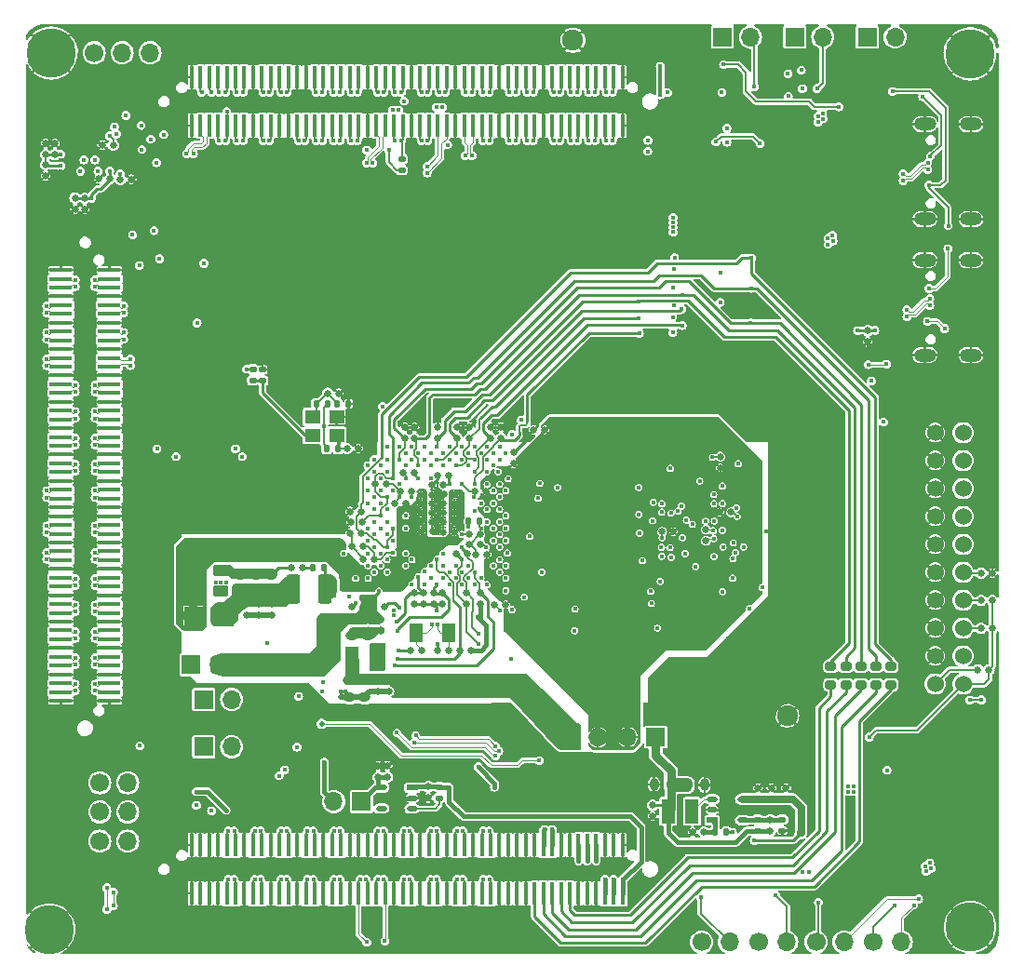
<source format=gbr>
G04 #@! TF.GenerationSoftware,KiCad,Pcbnew,7.0.2*
G04 #@! TF.CreationDate,2023-07-08T17:01:20+08:00*
G04 #@! TF.ProjectId,HPM1500_DDR3_CORE_RevB,48504d31-3530-4305-9f44-4452335f434f,rev?*
G04 #@! TF.SameCoordinates,Original*
G04 #@! TF.FileFunction,Copper,L4,Bot*
G04 #@! TF.FilePolarity,Positive*
%FSLAX46Y46*%
G04 Gerber Fmt 4.6, Leading zero omitted, Abs format (unit mm)*
G04 Created by KiCad (PCBNEW 7.0.2) date 2023-07-08 17:01:20*
%MOMM*%
%LPD*%
G01*
G04 APERTURE LIST*
G04 Aperture macros list*
%AMRoundRect*
0 Rectangle with rounded corners*
0 $1 Rounding radius*
0 $2 $3 $4 $5 $6 $7 $8 $9 X,Y pos of 4 corners*
0 Add a 4 corners polygon primitive as box body*
4,1,4,$2,$3,$4,$5,$6,$7,$8,$9,$2,$3,0*
0 Add four circle primitives for the rounded corners*
1,1,$1+$1,$2,$3*
1,1,$1+$1,$4,$5*
1,1,$1+$1,$6,$7*
1,1,$1+$1,$8,$9*
0 Add four rect primitives between the rounded corners*
20,1,$1+$1,$2,$3,$4,$5,0*
20,1,$1+$1,$4,$5,$6,$7,0*
20,1,$1+$1,$6,$7,$8,$9,0*
20,1,$1+$1,$8,$9,$2,$3,0*%
G04 Aperture macros list end*
G04 #@! TA.AperFunction,ComponentPad*
%ADD10C,1.700000*%
G04 #@! TD*
G04 #@! TA.AperFunction,ComponentPad*
%ADD11O,1.700000X1.700000*%
G04 #@! TD*
G04 #@! TA.AperFunction,ComponentPad*
%ADD12C,1.524000*%
G04 #@! TD*
G04 #@! TA.AperFunction,ComponentPad*
%ADD13C,1.900000*%
G04 #@! TD*
G04 #@! TA.AperFunction,ComponentPad*
%ADD14R,1.700000X1.700000*%
G04 #@! TD*
G04 #@! TA.AperFunction,ComponentPad*
%ADD15C,4.500000*%
G04 #@! TD*
G04 #@! TA.AperFunction,ComponentPad*
%ADD16O,2.000000X1.200000*%
G04 #@! TD*
G04 #@! TA.AperFunction,SMDPad,CuDef*
%ADD17C,0.635000*%
G04 #@! TD*
G04 #@! TA.AperFunction,SMDPad,CuDef*
%ADD18R,0.450000X2.000000*%
G04 #@! TD*
G04 #@! TA.AperFunction,SMDPad,CuDef*
%ADD19RoundRect,0.200000X0.275000X-0.200000X0.275000X0.200000X-0.275000X0.200000X-0.275000X-0.200000X0*%
G04 #@! TD*
G04 #@! TA.AperFunction,SMDPad,CuDef*
%ADD20R,2.000000X0.450000*%
G04 #@! TD*
G04 #@! TA.AperFunction,SMDPad,CuDef*
%ADD21R,1.400000X1.200000*%
G04 #@! TD*
G04 #@! TA.AperFunction,SMDPad,CuDef*
%ADD22RoundRect,0.135000X-0.185000X0.135000X-0.185000X-0.135000X0.185000X-0.135000X0.185000X0.135000X0*%
G04 #@! TD*
G04 #@! TA.AperFunction,SMDPad,CuDef*
%ADD23R,1.300500X1.800900*%
G04 #@! TD*
G04 #@! TA.AperFunction,SMDPad,CuDef*
%ADD24RoundRect,0.135000X-0.135000X-0.185000X0.135000X-0.185000X0.135000X0.185000X-0.135000X0.185000X0*%
G04 #@! TD*
G04 #@! TA.AperFunction,SMDPad,CuDef*
%ADD25O,1.143000X0.889000*%
G04 #@! TD*
G04 #@! TA.AperFunction,SMDPad,CuDef*
%ADD26O,0.889000X1.143000*%
G04 #@! TD*
G04 #@! TA.AperFunction,SMDPad,CuDef*
%ADD27RoundRect,0.135000X0.135000X0.185000X-0.135000X0.185000X-0.135000X-0.185000X0.135000X-0.185000X0*%
G04 #@! TD*
G04 #@! TA.AperFunction,SMDPad,CuDef*
%ADD28RoundRect,0.250000X0.375000X1.075000X-0.375000X1.075000X-0.375000X-1.075000X0.375000X-1.075000X0*%
G04 #@! TD*
G04 #@! TA.AperFunction,SMDPad,CuDef*
%ADD29R,1.230000X2.220000*%
G04 #@! TD*
G04 #@! TA.AperFunction,SMDPad,CuDef*
%ADD30R,1.016000X0.508000*%
G04 #@! TD*
G04 #@! TA.AperFunction,SMDPad,CuDef*
%ADD31O,1.016000X0.508000*%
G04 #@! TD*
G04 #@! TA.AperFunction,SMDPad,CuDef*
%ADD32RoundRect,0.135000X0.185000X-0.135000X0.185000X0.135000X-0.185000X0.135000X-0.185000X-0.135000X0*%
G04 #@! TD*
G04 #@! TA.AperFunction,SMDPad,CuDef*
%ADD33RoundRect,0.250000X-0.450000X0.262500X-0.450000X-0.262500X0.450000X-0.262500X0.450000X0.262500X0*%
G04 #@! TD*
G04 #@! TA.AperFunction,ViaPad*
%ADD34C,0.500000*%
G04 #@! TD*
G04 #@! TA.AperFunction,ViaPad*
%ADD35C,0.406400*%
G04 #@! TD*
G04 #@! TA.AperFunction,Conductor*
%ADD36C,0.203200*%
G04 #@! TD*
G04 #@! TA.AperFunction,Conductor*
%ADD37C,0.101600*%
G04 #@! TD*
G04 #@! TA.AperFunction,Conductor*
%ADD38C,0.254000*%
G04 #@! TD*
G04 #@! TA.AperFunction,Conductor*
%ADD39C,0.381000*%
G04 #@! TD*
G04 #@! TA.AperFunction,Conductor*
%ADD40C,0.152400*%
G04 #@! TD*
G04 #@! TA.AperFunction,Conductor*
%ADD41C,0.200000*%
G04 #@! TD*
G04 #@! TA.AperFunction,Conductor*
%ADD42C,0.250000*%
G04 #@! TD*
G04 #@! TA.AperFunction,Conductor*
%ADD43C,0.300000*%
G04 #@! TD*
G04 #@! TA.AperFunction,Conductor*
%ADD44C,0.150000*%
G04 #@! TD*
G04 #@! TA.AperFunction,Conductor*
%ADD45C,0.400000*%
G04 #@! TD*
G04 #@! TA.AperFunction,Conductor*
%ADD46C,0.800000*%
G04 #@! TD*
G04 #@! TA.AperFunction,Conductor*
%ADD47C,1.016000*%
G04 #@! TD*
G04 #@! TA.AperFunction,Conductor*
%ADD48C,0.700000*%
G04 #@! TD*
G04 #@! TA.AperFunction,Conductor*
%ADD49C,0.127000*%
G04 #@! TD*
G04 #@! TA.AperFunction,Conductor*
%ADD50C,0.508000*%
G04 #@! TD*
G04 #@! TA.AperFunction,Conductor*
%ADD51C,0.762000*%
G04 #@! TD*
G04 APERTURE END LIST*
D10*
X179695000Y-141185000D03*
D11*
X182235000Y-141185000D03*
D10*
X114545000Y-129355000D03*
D11*
X117085000Y-129355000D03*
D12*
X193070000Y-117714000D03*
X190530000Y-117714000D03*
X193070000Y-115174000D03*
X190530000Y-115174000D03*
X193070000Y-112634000D03*
X190530000Y-112634000D03*
X193070000Y-110094000D03*
X190530000Y-110094000D03*
X193070000Y-107554000D03*
X190530000Y-107554000D03*
X193070000Y-105014000D03*
X190530000Y-105014000D03*
X193070000Y-102474000D03*
X190530000Y-102474000D03*
X193070000Y-99934000D03*
X190530000Y-99934000D03*
X193070000Y-97394000D03*
X190530000Y-97394000D03*
X193070000Y-94854000D03*
X190530000Y-94854000D03*
D13*
X157585000Y-59150000D03*
D10*
X174485000Y-141205000D03*
D11*
X177025000Y-141205000D03*
D14*
X165115000Y-122540000D03*
D11*
X162575000Y-122540000D03*
D10*
X114545000Y-126705000D03*
D11*
X117085000Y-126705000D03*
D15*
X193725000Y-60430000D03*
X109945000Y-140045000D03*
D14*
X184345000Y-58865000D03*
D11*
X186885000Y-58865000D03*
D10*
X169295000Y-141205000D03*
D11*
X171835000Y-141205000D03*
D10*
X184895000Y-141185000D03*
D11*
X187435000Y-141185000D03*
D10*
X114045000Y-60285000D03*
D11*
X116585000Y-60285000D03*
X119125000Y-60285000D03*
D13*
X177085000Y-120600000D03*
D10*
X114545000Y-132005000D03*
D11*
X117085000Y-132005000D03*
D14*
X122875000Y-115955000D03*
D11*
X125415000Y-115955000D03*
D15*
X193725000Y-139830000D03*
D14*
X157305000Y-122555000D03*
D11*
X159845000Y-122555000D03*
D14*
X138365000Y-128405000D03*
D11*
X135825000Y-128405000D03*
D14*
X171185000Y-58865000D03*
D11*
X173725000Y-58865000D03*
D14*
X177765000Y-58865000D03*
D11*
X180305000Y-58865000D03*
D14*
X124005000Y-119115000D03*
D11*
X126545000Y-119115000D03*
D16*
X189599900Y-75420500D03*
X189600000Y-66780300D03*
X193779900Y-75420400D03*
X193780000Y-66780200D03*
D14*
X123045000Y-111505000D03*
D11*
X125585000Y-111505000D03*
D16*
X189599900Y-87795300D03*
X189600000Y-79155100D03*
X193779900Y-87795200D03*
X193780000Y-79155000D03*
D14*
X124005000Y-123427500D03*
D11*
X126545000Y-123427500D03*
D15*
X110124958Y-60347821D03*
D17*
X140715000Y-126173000D03*
X140715000Y-125157000D03*
X143742000Y-100490000D03*
X144758000Y-100490000D03*
D18*
X122894988Y-132370106D03*
X122894988Y-136769894D03*
X123695000Y-132370106D03*
X123695000Y-136769894D03*
X124495012Y-132370106D03*
X124495012Y-136769894D03*
X125295024Y-132370106D03*
X125295024Y-136769894D03*
X126095036Y-132370106D03*
X126095036Y-136769894D03*
X126895048Y-132370106D03*
X126895048Y-136769894D03*
X127695060Y-132370106D03*
X127695060Y-136769894D03*
X128495072Y-132370106D03*
X128495072Y-136769894D03*
X129295084Y-132370106D03*
X129295084Y-136769894D03*
X130095096Y-132370106D03*
X130095096Y-136769894D03*
X130895108Y-132370106D03*
X130895108Y-136769894D03*
X131695120Y-132370106D03*
X131695120Y-136769894D03*
X132495132Y-132370106D03*
X132495132Y-136769894D03*
X133295144Y-132370106D03*
X133295144Y-136769894D03*
X134095156Y-132370106D03*
X134095156Y-136769894D03*
X134895168Y-132370106D03*
X134895168Y-136769894D03*
X135695180Y-132370106D03*
X135695180Y-136769894D03*
X136495192Y-132370106D03*
X136495192Y-136769894D03*
X137295204Y-132370106D03*
X137295204Y-136769894D03*
X138095216Y-132370106D03*
X138095216Y-136769894D03*
X138895228Y-132370106D03*
X138895228Y-136769894D03*
X139695240Y-132370106D03*
X139695240Y-136769894D03*
X140495252Y-132370106D03*
X140495252Y-136769894D03*
X141295264Y-132370106D03*
X141295264Y-136769894D03*
X142095292Y-132370106D03*
X142095292Y-136769894D03*
X142895292Y-132370106D03*
X142895292Y-136769894D03*
X143695292Y-132370106D03*
X143695292Y-136769894D03*
X144495292Y-132370106D03*
X144495292Y-136769894D03*
X145295292Y-132370106D03*
X145295292Y-136769894D03*
X146095292Y-132370106D03*
X146095292Y-136769894D03*
X146895292Y-132370106D03*
X146895292Y-136769894D03*
X147695292Y-132370106D03*
X147695292Y-136769894D03*
X148495292Y-132370106D03*
X148495292Y-136769894D03*
X149295292Y-132370106D03*
X149295292Y-136769894D03*
X150095292Y-132370106D03*
X150095292Y-136769894D03*
X150895292Y-132370106D03*
X150895292Y-136769894D03*
X151695292Y-132370106D03*
X151695292Y-136769894D03*
X152495292Y-132370106D03*
X152495292Y-136769894D03*
X153295292Y-132370106D03*
X153295292Y-136769894D03*
X154095292Y-132370106D03*
X154095292Y-136769894D03*
X154895292Y-132370106D03*
X154895292Y-136769894D03*
X155695292Y-132370106D03*
X155695292Y-136769894D03*
X156495292Y-132370106D03*
X156495292Y-136769894D03*
X157295292Y-132370106D03*
X157295292Y-136769894D03*
X158095292Y-132370106D03*
X158095292Y-136769894D03*
X158895292Y-132370106D03*
X158895292Y-136769894D03*
X159695292Y-132370106D03*
X159695292Y-136769894D03*
X160495292Y-132370106D03*
X160495292Y-136769894D03*
X161295292Y-132370106D03*
X161295292Y-136769894D03*
X162095292Y-132370106D03*
X162095292Y-136769894D03*
D17*
X170937000Y-102085000D03*
X171953000Y-102085000D03*
D19*
X186485000Y-117769200D03*
X186485000Y-116119200D03*
D17*
X140860000Y-117382000D03*
X140860000Y-118398000D03*
X145735000Y-109437000D03*
X145735000Y-110453000D03*
D19*
X183760000Y-117769200D03*
X183760000Y-116119200D03*
D17*
X127885000Y-110455000D03*
X127885000Y-111471000D03*
X146248000Y-114645000D03*
X145232000Y-114645000D03*
X129035000Y-110455000D03*
X129035000Y-111471000D03*
D20*
X115419894Y-80042488D03*
X111020106Y-80042488D03*
X115419894Y-80842500D03*
X111020106Y-80842500D03*
X115419894Y-81642512D03*
X111020106Y-81642512D03*
X115419894Y-82442524D03*
X111020106Y-82442524D03*
X115419894Y-83242536D03*
X111020106Y-83242536D03*
X115419894Y-84042548D03*
X111020106Y-84042548D03*
X115419894Y-84842560D03*
X111020106Y-84842560D03*
X115419894Y-85642572D03*
X111020106Y-85642572D03*
X115419894Y-86442584D03*
X111020106Y-86442584D03*
X115419894Y-87242596D03*
X111020106Y-87242596D03*
X115419894Y-88042608D03*
X111020106Y-88042608D03*
X115419894Y-88842620D03*
X111020106Y-88842620D03*
X115419894Y-89642632D03*
X111020106Y-89642632D03*
X115419894Y-90442644D03*
X111020106Y-90442644D03*
X115419894Y-91242656D03*
X111020106Y-91242656D03*
X115419894Y-92042668D03*
X111020106Y-92042668D03*
X115419894Y-92842680D03*
X111020106Y-92842680D03*
X115419894Y-93642692D03*
X111020106Y-93642692D03*
X115419894Y-94442704D03*
X111020106Y-94442704D03*
X115419894Y-95242716D03*
X111020106Y-95242716D03*
X115419894Y-96042728D03*
X111020106Y-96042728D03*
X115419894Y-96842740D03*
X111020106Y-96842740D03*
X115419894Y-97642752D03*
X111020106Y-97642752D03*
X115419894Y-98442764D03*
X111020106Y-98442764D03*
X115419894Y-99242792D03*
X111020106Y-99242792D03*
X115419894Y-100042792D03*
X111020106Y-100042792D03*
X115419894Y-100842792D03*
X111020106Y-100842792D03*
X115419894Y-101642792D03*
X111020106Y-101642792D03*
X115419894Y-102442792D03*
X111020106Y-102442792D03*
X115419894Y-103242792D03*
X111020106Y-103242792D03*
X115419894Y-104042792D03*
X111020106Y-104042792D03*
X115419894Y-104842792D03*
X111020106Y-104842792D03*
X115419894Y-105642792D03*
X111020106Y-105642792D03*
X115419894Y-106442792D03*
X111020106Y-106442792D03*
X115419894Y-107242792D03*
X111020106Y-107242792D03*
X115419894Y-108042792D03*
X111020106Y-108042792D03*
X115419894Y-108842792D03*
X111020106Y-108842792D03*
X115419894Y-109642792D03*
X111020106Y-109642792D03*
X115419894Y-110442792D03*
X111020106Y-110442792D03*
X115419894Y-111242792D03*
X111020106Y-111242792D03*
X115419894Y-112042792D03*
X111020106Y-112042792D03*
X115419894Y-112842792D03*
X111020106Y-112842792D03*
X115419894Y-113642792D03*
X111020106Y-113642792D03*
X115419894Y-114442792D03*
X111020106Y-114442792D03*
X115419894Y-115242792D03*
X111020106Y-115242792D03*
X115419894Y-116042792D03*
X111020106Y-116042792D03*
X115419894Y-116842792D03*
X111020106Y-116842792D03*
X115419894Y-117642792D03*
X111020106Y-117642792D03*
X115419894Y-118442792D03*
X111020106Y-118442792D03*
X115419894Y-119242792D03*
X111020106Y-119242792D03*
D17*
X142353000Y-101265000D03*
X141337000Y-101265000D03*
X149155000Y-104985000D03*
X148139000Y-104985000D03*
X115483000Y-71725000D03*
X114467000Y-71725000D03*
X116415000Y-71795000D03*
X117431000Y-71795000D03*
X147925000Y-109417000D03*
X147925000Y-110433000D03*
D21*
X133889000Y-93400000D03*
X136089000Y-93400000D03*
X136089000Y-95100000D03*
X133889000Y-95100000D03*
D17*
X174414900Y-128212297D03*
X174414900Y-127196297D03*
X139860000Y-117382000D03*
X139860000Y-118398000D03*
D22*
X145435000Y-127075000D03*
X145435000Y-128095000D03*
D23*
X143337000Y-113020000D03*
X146253000Y-113020000D03*
D17*
X133009000Y-107105000D03*
X131993000Y-107105000D03*
X142127000Y-98500000D03*
X143143000Y-98500000D03*
X140135000Y-111847000D03*
X140135000Y-112863000D03*
X138463000Y-105190000D03*
X137447000Y-105190000D03*
X148117000Y-104125000D03*
X149133000Y-104125000D03*
X143843000Y-114645000D03*
X142827000Y-114645000D03*
D24*
X134245000Y-92210000D03*
X135265000Y-92210000D03*
D17*
X175635000Y-128208000D03*
X175635000Y-127192000D03*
X150065000Y-95338000D03*
X150065000Y-94322000D03*
D25*
X137495000Y-111770000D03*
X137495000Y-113294000D03*
D22*
X128475000Y-89060000D03*
X128475000Y-90080000D03*
D17*
X148175000Y-95368000D03*
X148175000Y-94352000D03*
X146803000Y-101295000D03*
X145787000Y-101295000D03*
X149633000Y-100175000D03*
X148617000Y-100175000D03*
X142908000Y-100200000D03*
X141892000Y-100200000D03*
X109629700Y-69559200D03*
X109629700Y-68543200D03*
X138353000Y-103985000D03*
X137337000Y-103985000D03*
X146323000Y-98765000D03*
X145307000Y-98765000D03*
D24*
X135175000Y-96310000D03*
X136195000Y-96310000D03*
D17*
X146823000Y-103885000D03*
X145807000Y-103885000D03*
X151045000Y-95358000D03*
X151045000Y-94342000D03*
D18*
X122894988Y-62520106D03*
X122894988Y-66919894D03*
X123695000Y-62520106D03*
X123695000Y-66919894D03*
X124495012Y-62520106D03*
X124495012Y-66919894D03*
X125295024Y-62520106D03*
X125295024Y-66919894D03*
X126095036Y-62520106D03*
X126095036Y-66919894D03*
X126895048Y-62520106D03*
X126895048Y-66919894D03*
X127695060Y-62520106D03*
X127695060Y-66919894D03*
X128495072Y-62520106D03*
X128495072Y-66919894D03*
X129295084Y-62520106D03*
X129295084Y-66919894D03*
X130095096Y-62520106D03*
X130095096Y-66919894D03*
X130895108Y-62520106D03*
X130895108Y-66919894D03*
X131695120Y-62520106D03*
X131695120Y-66919894D03*
X132495132Y-62520106D03*
X132495132Y-66919894D03*
X133295144Y-62520106D03*
X133295144Y-66919894D03*
X134095156Y-62520106D03*
X134095156Y-66919894D03*
X134895168Y-62520106D03*
X134895168Y-66919894D03*
X135695180Y-62520106D03*
X135695180Y-66919894D03*
X136495192Y-62520106D03*
X136495192Y-66919894D03*
X137295204Y-62520106D03*
X137295204Y-66919894D03*
X138095216Y-62520106D03*
X138095216Y-66919894D03*
X138895228Y-62520106D03*
X138895228Y-66919894D03*
X139695240Y-62520106D03*
X139695240Y-66919894D03*
X140495252Y-62520106D03*
X140495252Y-66919894D03*
X141295264Y-62520106D03*
X141295264Y-66919894D03*
X142095292Y-62520106D03*
X142095292Y-66919894D03*
X142895292Y-62520106D03*
X142895292Y-66919894D03*
X143695292Y-62520106D03*
X143695292Y-66919894D03*
X144495292Y-62520106D03*
X144495292Y-66919894D03*
X145295292Y-62520106D03*
X145295292Y-66919894D03*
X146095292Y-62520106D03*
X146095292Y-66919894D03*
X146895292Y-62520106D03*
X146895292Y-66919894D03*
X147695292Y-62520106D03*
X147695292Y-66919894D03*
X148495292Y-62520106D03*
X148495292Y-66919894D03*
X149295292Y-62520106D03*
X149295292Y-66919894D03*
X150095292Y-62520106D03*
X150095292Y-66919894D03*
X150895292Y-62520106D03*
X150895292Y-66919894D03*
X151695292Y-62520106D03*
X151695292Y-66919894D03*
X152495292Y-62520106D03*
X152495292Y-66919894D03*
X153295292Y-62520106D03*
X153295292Y-66919894D03*
X154095292Y-62520106D03*
X154095292Y-66919894D03*
X154895292Y-62520106D03*
X154895292Y-66919894D03*
X155695292Y-62520106D03*
X155695292Y-66919894D03*
X156495292Y-62520106D03*
X156495292Y-66919894D03*
X157295292Y-62520106D03*
X157295292Y-66919894D03*
X158095292Y-62520106D03*
X158095292Y-66919894D03*
X158895292Y-62520106D03*
X158895292Y-66919894D03*
X159695292Y-62520106D03*
X159695292Y-66919894D03*
X160495292Y-62520106D03*
X160495292Y-66919894D03*
X161295292Y-62520106D03*
X161295292Y-66919894D03*
X162095292Y-62520106D03*
X162095292Y-66919894D03*
D17*
X184400000Y-85567000D03*
X184400000Y-86583000D03*
X149783000Y-105905000D03*
X148767000Y-105905000D03*
X144925000Y-109442000D03*
X144925000Y-110458000D03*
D26*
X166485000Y-126850000D03*
X164961000Y-126850000D03*
D17*
X175535000Y-131090297D03*
X175535000Y-130074297D03*
X139627000Y-99525000D03*
X140643000Y-99525000D03*
D22*
X142045000Y-69935000D03*
X142045000Y-70955000D03*
D17*
X143762000Y-102170000D03*
X144778000Y-102170000D03*
X145813000Y-99635000D03*
X144797000Y-99635000D03*
X138483000Y-110715000D03*
X137467000Y-110715000D03*
X147025000Y-95348000D03*
X147025000Y-94332000D03*
D19*
X182397500Y-117769200D03*
X182397500Y-116119200D03*
D17*
X114769000Y-68685000D03*
X115785000Y-68685000D03*
X145265000Y-95368000D03*
X145265000Y-94352000D03*
X143742000Y-103020000D03*
X144758000Y-103020000D03*
X109629700Y-70451200D03*
X109629700Y-71467200D03*
D27*
X149095000Y-102905000D03*
X148075000Y-102905000D03*
D17*
X194407000Y-116414000D03*
X195423000Y-116414000D03*
D25*
X137260000Y-117390000D03*
X137260000Y-118914000D03*
D22*
X129365000Y-89100000D03*
X129365000Y-90120000D03*
D17*
X137047000Y-96300000D03*
X138063000Y-96300000D03*
X143792000Y-103840000D03*
X144808000Y-103840000D03*
D25*
X130135000Y-109317000D03*
X130135000Y-107793000D03*
D28*
X134985000Y-109055000D03*
X132185000Y-109055000D03*
D17*
X164835000Y-128742000D03*
X164835000Y-129758000D03*
D22*
X174364900Y-130052297D03*
X174364900Y-131072297D03*
D17*
X152185000Y-97663000D03*
X152185000Y-96647000D03*
D26*
X168023000Y-126900000D03*
X169547000Y-126900000D03*
D17*
X169480900Y-131204297D03*
X168464900Y-131204297D03*
X113185000Y-73525000D03*
X113185000Y-74541000D03*
D29*
X168399900Y-129311297D03*
X166229899Y-129311297D03*
D24*
X133883000Y-107105000D03*
X134903000Y-107105000D03*
D17*
X139885000Y-126175000D03*
X139885000Y-125159000D03*
X194707000Y-107614000D03*
X195723000Y-107614000D03*
X147943000Y-105895000D03*
X146927000Y-105895000D03*
D30*
X142972000Y-127145002D03*
D31*
X142972000Y-128095012D03*
X142972000Y-129044998D03*
X140178000Y-129044998D03*
X140178000Y-127145002D03*
D17*
X146858000Y-100485000D03*
X145842000Y-100485000D03*
X146803000Y-103015000D03*
X145787000Y-103015000D03*
D32*
X176635000Y-131059996D03*
X176635000Y-130039996D03*
D25*
X127325000Y-109317000D03*
X127325000Y-107793000D03*
D17*
X143185000Y-95398000D03*
X143185000Y-94382000D03*
X138335000Y-102030000D03*
X137319000Y-102030000D03*
X146803000Y-102115000D03*
X145787000Y-102115000D03*
X166713000Y-103865000D03*
X165697000Y-103865000D03*
X176973400Y-128204200D03*
X176973400Y-127188200D03*
D33*
X125535000Y-107392500D03*
X125535000Y-109217500D03*
D24*
X170512900Y-131204297D03*
X171532900Y-131204297D03*
D17*
X143975000Y-109422000D03*
X143975000Y-110438000D03*
X110454700Y-69559200D03*
X110454700Y-68543200D03*
D25*
X138610000Y-117390000D03*
X138610000Y-118914000D03*
D17*
X143125000Y-109422000D03*
X143125000Y-110438000D03*
D19*
X185122500Y-117769200D03*
X185122500Y-116119200D03*
D17*
X149175000Y-109442000D03*
X149175000Y-110458000D03*
X169695000Y-104683000D03*
X169695000Y-103667000D03*
X139417000Y-110700000D03*
X140433000Y-110700000D03*
D19*
X181035000Y-117769200D03*
X181035000Y-116119200D03*
D17*
X142300000Y-95383000D03*
X142300000Y-94367000D03*
D29*
X139670000Y-115455000D03*
X137499999Y-115455000D03*
D17*
X130185000Y-110455000D03*
X130185000Y-111471000D03*
D25*
X128735000Y-109317000D03*
X128735000Y-107793000D03*
D17*
X195723000Y-110114000D03*
X194707000Y-110114000D03*
X151473000Y-110495000D03*
X150457000Y-110495000D03*
D25*
X138935000Y-111755000D03*
X138935000Y-113279000D03*
D17*
X138403000Y-102985000D03*
X137387000Y-102985000D03*
D27*
X137175000Y-92220000D03*
X136155000Y-92220000D03*
D17*
X195723000Y-112647333D03*
X194707000Y-112647333D03*
X144415000Y-127057000D03*
X144415000Y-128073000D03*
X112305000Y-73483000D03*
X112305000Y-74499000D03*
X170975000Y-98043000D03*
X170975000Y-97027000D03*
X143762000Y-101320000D03*
X144778000Y-101320000D03*
X155045000Y-94595000D03*
X154029000Y-94595000D03*
X135287000Y-91270000D03*
X136303000Y-91270000D03*
X147312000Y-114645000D03*
X148328000Y-114645000D03*
X139523000Y-106330000D03*
X138507000Y-106330000D03*
D30*
X170241000Y-130099996D03*
D31*
X170241000Y-129149986D03*
X170241000Y-128200000D03*
X173035000Y-128200000D03*
X173035000Y-130099996D03*
D34*
X139415000Y-125155000D03*
D35*
X145615000Y-130065000D03*
X108285000Y-99111000D03*
X187375000Y-112135000D03*
X159405000Y-88040000D03*
X121805000Y-77885000D03*
X195617000Y-92905000D03*
X114145000Y-80039976D03*
X127705000Y-83085000D03*
X163437000Y-60525000D03*
X116384700Y-70541200D03*
D34*
X140345000Y-128085000D03*
D35*
X160975000Y-87445000D03*
X182485000Y-131050000D03*
X170925000Y-90435000D03*
X142370000Y-103540000D03*
X113285000Y-89635000D03*
X108285000Y-84797000D03*
X131165000Y-86515000D03*
X127017343Y-78666899D03*
X119935000Y-86685000D03*
X137025000Y-93400000D03*
X187745000Y-74355000D03*
D34*
X134755000Y-129675000D03*
D35*
X195885000Y-126913000D03*
X120115000Y-97605000D03*
X175375000Y-87695000D03*
X158765000Y-73105000D03*
X126855000Y-76635000D03*
X152060000Y-93850000D03*
X113375000Y-106855000D03*
X154755000Y-107530000D03*
X181405000Y-74585000D03*
D34*
X153245000Y-141805000D03*
D35*
X136755000Y-105824989D03*
X135785000Y-81135000D03*
D34*
X153975000Y-58575000D03*
D35*
X138415000Y-76065000D03*
X131835000Y-77255000D03*
X190805000Y-92961000D03*
X128492560Y-63795000D03*
X134245000Y-77465000D03*
X140845000Y-71295000D03*
X151490000Y-102400000D03*
X145790000Y-105820000D03*
X137805000Y-64535000D03*
X159015000Y-65045000D03*
X117545000Y-102335000D03*
X164665000Y-109285000D03*
X164495000Y-66825000D03*
X157405000Y-134705000D03*
X138950000Y-96700000D03*
X171985000Y-128550000D03*
X141818025Y-93925000D03*
X109715212Y-94439912D03*
D34*
X131031000Y-141615000D03*
D35*
X167585000Y-74555000D03*
X151675000Y-99045000D03*
X134895000Y-97845000D03*
X139595000Y-84805000D03*
X137635000Y-82835000D03*
X144637000Y-60525000D03*
X108241000Y-79951000D03*
X138645000Y-63885000D03*
X116955000Y-116875000D03*
X193865000Y-69555000D03*
X162925000Y-64775000D03*
X108285000Y-101397000D03*
X110105000Y-77655000D03*
X195617000Y-85285000D03*
X141800000Y-100690000D03*
X195885000Y-129199000D03*
X181735000Y-94350000D03*
X152007000Y-60525000D03*
X163585000Y-102285000D03*
X190935000Y-125809000D03*
D34*
X118029000Y-141615000D03*
D35*
X180375000Y-68265000D03*
X148605000Y-100675000D03*
X173145000Y-67145000D03*
X190385000Y-130005000D03*
X157755000Y-112865000D03*
X109670000Y-101420000D03*
D34*
X189965000Y-141535000D03*
D35*
X172345000Y-72196333D03*
D34*
X144195000Y-141845000D03*
D35*
X125125000Y-108505000D03*
X145300000Y-92025000D03*
D34*
X166775000Y-141845000D03*
D35*
X117125000Y-98715000D03*
X154395000Y-100805000D03*
X195885000Y-120055000D03*
X163545000Y-69165000D03*
X109715212Y-99240000D03*
X153485000Y-71855000D03*
X126025000Y-108505000D03*
X111825000Y-120425000D03*
X186425000Y-129585000D03*
X137779000Y-60525000D03*
X148685000Y-129185000D03*
X176765000Y-125165000D03*
X172465000Y-92305000D03*
X147795000Y-65225000D03*
X118985000Y-87655000D03*
X195617000Y-90619000D03*
X168105000Y-66105000D03*
X149805000Y-75035000D03*
X131465000Y-82905000D03*
X119035000Y-112605000D03*
X174745000Y-121705000D03*
X145285000Y-76545000D03*
X195617000Y-104335000D03*
X120065000Y-118111000D03*
X177845000Y-92129000D03*
X108241000Y-75379000D03*
X126225000Y-64945000D03*
X195617000Y-80713000D03*
X159465000Y-69505000D03*
X117075000Y-62245000D03*
X129735000Y-114005000D03*
X155555000Y-76195000D03*
X179119000Y-74585000D03*
X140065000Y-60525000D03*
X154565000Y-99465000D03*
X163645000Y-103965000D03*
X137945000Y-112715000D03*
X167455000Y-101515000D03*
X172945000Y-70095000D03*
X137045000Y-76985000D03*
X108285000Y-82511000D03*
X148545000Y-134175000D03*
X163575000Y-99845000D03*
D34*
X140045000Y-123745000D03*
D35*
X145235000Y-114055000D03*
X145220000Y-101830000D03*
X195885000Y-122341000D03*
X153475000Y-127195000D03*
X117605000Y-87155000D03*
X125335000Y-80655000D03*
X126765000Y-94985000D03*
X136705000Y-102444900D03*
X112295000Y-80045000D03*
X112325000Y-119245584D03*
X128395000Y-122755000D03*
X132492620Y-63795000D03*
X150925000Y-111000000D03*
D34*
X126697000Y-141615000D03*
D35*
X174885000Y-115215000D03*
X177745000Y-118615000D03*
X143135000Y-74455000D03*
X182735000Y-130300000D03*
X149815000Y-82835000D03*
X136435000Y-65105000D03*
X120555000Y-135635000D03*
X145895000Y-125595000D03*
X187350000Y-81875000D03*
D34*
X113695000Y-141615000D03*
D35*
X117155000Y-93125000D03*
X148555000Y-70625000D03*
X157765000Y-110885000D03*
X189385000Y-65515000D03*
X136835000Y-72655000D03*
X172345000Y-70095000D03*
X108285000Y-91655000D03*
X132665000Y-68955000D03*
X145725000Y-120295000D03*
X193865000Y-71841000D03*
X120065000Y-115825000D03*
X143205000Y-63835000D03*
X112559000Y-123945000D03*
X138315000Y-89610000D03*
X114605000Y-65465000D03*
X136895000Y-69445000D03*
X170915000Y-61955000D03*
X128365000Y-88070000D03*
X163445000Y-74340000D03*
X153435000Y-74195000D03*
X149805000Y-71795000D03*
X186435000Y-129115000D03*
D34*
X166005000Y-58765000D03*
D35*
X176185000Y-60545000D03*
X135493000Y-60525000D03*
X108285000Y-105969000D03*
X118135000Y-134855000D03*
X195885000Y-133771000D03*
D34*
X135365000Y-141615000D03*
D35*
X143510000Y-98980000D03*
X165531100Y-108395000D03*
X195617000Y-69537000D03*
X176265000Y-112275000D03*
X114115000Y-119240000D03*
X117365000Y-94545000D03*
X149838073Y-78930127D03*
X112964700Y-67531200D03*
X108585000Y-115455000D03*
X193115000Y-90675000D03*
X146255000Y-134185000D03*
X150605000Y-125655000D03*
X114845000Y-123945000D03*
X171196100Y-99700000D03*
X158725000Y-75685000D03*
X125885000Y-93215000D03*
X125275000Y-94995000D03*
X122615000Y-102235000D03*
X127645000Y-134195000D03*
X110954700Y-71101200D03*
X150349996Y-96700002D03*
X174795000Y-108935000D03*
X177045000Y-78185000D03*
X144385000Y-121605000D03*
X134625000Y-65285000D03*
X195885000Y-131485000D03*
X115099000Y-77665000D03*
D34*
X161625000Y-58765000D03*
D35*
X187555000Y-92973000D03*
X161685000Y-70605000D03*
X119465000Y-71235000D03*
X109715212Y-89639840D03*
X132485000Y-121805000D03*
X191261000Y-132598000D03*
X152060000Y-110950000D03*
X109715212Y-96839948D03*
X190805000Y-90675000D03*
X130145000Y-134205000D03*
X113265000Y-94885000D03*
X161151000Y-60525000D03*
X185575000Y-70725000D03*
X142351000Y-60525000D03*
X187555000Y-97545000D03*
X117385000Y-77665000D03*
X173635000Y-110863000D03*
X195617000Y-76141000D03*
X128455000Y-69745000D03*
X122195000Y-92955000D03*
X136385000Y-74155000D03*
X128465000Y-71845000D03*
X187555000Y-102117000D03*
X182650000Y-86575000D03*
X121755000Y-81675000D03*
X153345000Y-76445000D03*
X172515000Y-102480100D03*
X134835000Y-117525000D03*
X129015000Y-80575000D03*
X163515000Y-124545000D03*
X164855000Y-132355000D03*
X132665000Y-93350000D03*
X109715212Y-107240000D03*
X163881000Y-106490000D03*
X153175000Y-109805000D03*
X183184025Y-67647276D03*
X108285000Y-93941000D03*
X162097804Y-65645000D03*
X136475000Y-99104900D03*
X121685000Y-98265000D03*
X164335000Y-87455000D03*
X178089000Y-68265000D03*
X152065000Y-119875000D03*
X179315000Y-122415000D03*
D34*
X150175000Y-141875000D03*
D35*
X174759000Y-78185000D03*
X120109707Y-75092884D03*
X173380000Y-73510000D03*
X154047792Y-130740106D03*
X142125000Y-134205000D03*
X157945000Y-90605000D03*
X167359000Y-68135000D03*
X133315000Y-63805000D03*
X189355000Y-77000000D03*
X142485000Y-80105000D03*
X133495000Y-84925000D03*
X108241000Y-70807000D03*
X164715000Y-110375000D03*
X169495000Y-66105000D03*
X195617000Y-73855000D03*
X169645000Y-68135000D03*
D34*
X189885000Y-58925000D03*
D35*
X146905000Y-63935000D03*
X121675000Y-88045000D03*
X161645000Y-78805000D03*
X148125000Y-126045000D03*
X174835000Y-126015000D03*
X153395000Y-82935000D03*
X124985000Y-77355000D03*
X128330722Y-124756830D03*
X184535000Y-62605000D03*
X186135000Y-124605000D03*
X177355000Y-95465000D03*
X108285000Y-112827000D03*
D34*
X123095000Y-58855000D03*
D35*
X137845000Y-110365000D03*
X113944700Y-71511200D03*
X130921000Y-60525000D03*
X195617000Y-71823000D03*
X153645000Y-104280100D03*
D34*
X125460714Y-58575000D03*
D35*
X171485000Y-128550000D03*
X151490000Y-108100000D03*
X176755000Y-108225000D03*
X130515000Y-65205000D03*
X195617000Y-64965000D03*
X168745000Y-107035000D03*
X191211000Y-134248000D03*
X108285000Y-87083000D03*
X181345000Y-78995000D03*
X108241000Y-77665000D03*
X156579000Y-60525000D03*
X148935000Y-111645000D03*
X179059000Y-78995000D03*
X128675000Y-117965000D03*
X123555000Y-75560000D03*
X155445000Y-64945000D03*
X178255000Y-81735000D03*
X114115000Y-102440000D03*
X151945000Y-115445000D03*
X138935000Y-112705000D03*
X173285000Y-75005000D03*
D34*
X134905000Y-130725000D03*
D35*
X190735000Y-131005000D03*
X124845000Y-84885000D03*
X119045000Y-114295000D03*
X173335000Y-74255000D03*
X128415000Y-121075000D03*
X134785000Y-118365000D03*
X120465000Y-133005000D03*
X112745000Y-102595000D03*
X166436000Y-98100000D03*
X145225000Y-111025000D03*
X141779900Y-110770000D03*
X145275000Y-103925000D03*
X158865000Y-60525000D03*
X187375000Y-107563000D03*
X138445000Y-112715000D03*
X113055000Y-99305000D03*
X108285000Y-96227000D03*
X163545000Y-70240000D03*
X175745000Y-69345000D03*
X195885000Y-124627000D03*
X123905000Y-88135000D03*
X128445000Y-73535000D03*
X153245000Y-121085000D03*
X193225000Y-77545000D03*
X113335000Y-84865000D03*
X108241000Y-73093000D03*
X124565000Y-99525000D03*
X165285000Y-112635000D03*
X136285000Y-134005000D03*
X132675000Y-120685000D03*
X137895000Y-134085000D03*
X142335000Y-83785000D03*
X150585000Y-122555000D03*
X172145000Y-106305000D03*
X109540106Y-84842208D03*
X126895000Y-70325000D03*
D34*
X148272142Y-58575000D03*
D35*
X164875000Y-101195000D03*
X153284990Y-94570008D03*
X135635000Y-120305000D03*
X109715212Y-92039876D03*
X188845000Y-60835000D03*
X143905000Y-70175000D03*
X114385000Y-73525000D03*
X195617000Y-95191000D03*
X109715212Y-82439732D03*
X134485000Y-119805000D03*
X108285000Y-108255000D03*
X172105000Y-108080000D03*
X131885000Y-74655000D03*
X108241000Y-68521000D03*
X161705000Y-75735000D03*
X137240000Y-109755000D03*
D34*
X137965000Y-130905000D03*
X147225000Y-141835000D03*
D35*
X176355000Y-103085000D03*
X168715000Y-91445000D03*
X193115000Y-92961000D03*
X112925000Y-103845000D03*
X119675000Y-77715000D03*
D34*
X142569285Y-58575000D03*
D35*
X142370000Y-102400000D03*
X176485000Y-99405000D03*
X171165900Y-103730200D03*
X184420000Y-87195000D03*
X154395000Y-68935000D03*
X154892780Y-63795000D03*
X125565000Y-108505000D03*
X154293000Y-60525000D03*
X118295000Y-118085000D03*
X119985000Y-62345000D03*
X175135000Y-103811000D03*
X159885000Y-127245000D03*
X108285000Y-110541000D03*
X150865000Y-64705000D03*
X172335000Y-71135000D03*
X132675000Y-134225000D03*
X123545000Y-78825000D03*
X142685000Y-82115000D03*
X123935000Y-90335000D03*
X113275000Y-87375000D03*
X120245000Y-80465000D03*
D34*
X122363000Y-141615000D03*
D35*
X128525000Y-68315000D03*
X131545000Y-96625000D03*
X133425000Y-78745000D03*
X117655000Y-96265000D03*
X126965000Y-73615000D03*
X133207000Y-60525000D03*
X108285000Y-103683000D03*
X128255000Y-64945000D03*
X172455000Y-101680000D03*
X186415000Y-130045000D03*
X175735000Y-84031000D03*
X145220004Y-102970000D03*
X117085000Y-121805000D03*
X137109900Y-95175000D03*
X127405000Y-87465000D03*
X195617000Y-97477000D03*
X109715212Y-102440000D03*
X148640000Y-93850000D03*
X195435000Y-106855000D03*
X180525000Y-64315000D03*
X112124700Y-67891200D03*
X138335000Y-74105000D03*
X187145000Y-78995000D03*
X195617000Y-102049000D03*
X195617000Y-87571000D03*
X149210000Y-103540000D03*
X173285000Y-75955000D03*
X170285000Y-97095000D03*
X195635000Y-118655000D03*
X168665000Y-60935000D03*
X149721000Y-60525000D03*
X126025000Y-86265000D03*
X152995000Y-64945000D03*
X109614700Y-74375200D03*
X125955000Y-102885000D03*
X132865000Y-64735000D03*
X114115000Y-112040000D03*
X141735000Y-114655000D03*
X161145000Y-124435000D03*
X172495000Y-117435000D03*
X161715000Y-73095000D03*
X191131000Y-60835000D03*
X188205000Y-87345000D03*
X172605000Y-97680000D03*
X150892780Y-63795000D03*
X171725000Y-113525000D03*
X153795000Y-135195000D03*
X121795000Y-75485000D03*
X195617000Y-99763000D03*
X108285000Y-89369000D03*
X162092780Y-63795000D03*
X109715212Y-87239804D03*
X171685000Y-124985000D03*
D34*
X131163571Y-58575000D03*
D35*
X108241000Y-66235000D03*
X165701000Y-104395100D03*
X125645000Y-134185000D03*
D34*
X131495000Y-124515000D03*
D35*
X158965000Y-91555000D03*
X121615000Y-85625000D03*
X109715212Y-109640000D03*
X153345000Y-79585000D03*
X122705000Y-82995000D03*
X109715212Y-112040000D03*
X141385000Y-72705000D03*
D34*
X114055000Y-58575000D03*
D35*
X195617000Y-82999000D03*
X163244691Y-127094344D03*
X164836000Y-102860200D03*
X151620000Y-105810000D03*
X141115000Y-86765000D03*
X186855000Y-76375000D03*
D34*
X136866428Y-58575000D03*
D35*
X129425000Y-84785000D03*
X114075000Y-109635000D03*
X111004700Y-70051200D03*
X158725000Y-78805000D03*
X134455000Y-75625000D03*
X163595000Y-72565000D03*
X145220000Y-100690000D03*
X195617000Y-67251000D03*
X169120271Y-99258704D03*
X147500000Y-99550000D03*
X156175000Y-99845000D03*
X195617000Y-78427000D03*
X173114000Y-68526000D03*
X132215000Y-93060000D03*
X178345000Y-61875000D03*
X166695000Y-76595000D03*
X115445000Y-71035000D03*
X182585000Y-127050000D03*
X183475000Y-85555000D03*
X184535000Y-122550000D03*
X123335000Y-128755000D03*
X182585000Y-127505000D03*
X178455000Y-63545000D03*
X123327575Y-127505000D03*
X113815000Y-73515000D03*
X183085000Y-127505000D03*
X127895000Y-89060000D03*
X123395000Y-84870000D03*
X126035000Y-129195000D03*
X166810000Y-79980000D03*
X166185000Y-63905000D03*
X185050000Y-85550000D03*
X158095292Y-133795292D03*
X140845000Y-69145000D03*
X166695000Y-76161666D03*
X166695000Y-75728333D03*
X166735000Y-83250000D03*
X170975000Y-80264285D03*
X142940000Y-100690000D03*
X138845000Y-69145000D03*
X166695000Y-75295000D03*
X158900000Y-133800000D03*
X170975000Y-82975000D03*
X171135000Y-63895000D03*
X166670000Y-85717855D03*
X144649999Y-98980000D03*
X183085000Y-127050000D03*
X159695292Y-133795292D03*
X142370000Y-98980000D03*
X118195000Y-123345000D03*
X118157500Y-79632500D03*
X184735000Y-90150000D03*
X174065000Y-107377000D03*
X150165000Y-98980000D03*
X174125000Y-99855000D03*
X150350000Y-102400000D03*
X150350000Y-105820000D03*
X149780000Y-100690000D03*
X174195000Y-109293000D03*
X163605000Y-101465000D03*
X170396000Y-102100000D03*
X165635900Y-102899900D03*
X170435900Y-98060100D03*
X174165000Y-102885000D03*
X149785000Y-104100000D03*
X174425000Y-99185000D03*
X163085000Y-97015000D03*
X163725000Y-107279900D03*
X166331000Y-104555000D03*
X181785000Y-65205000D03*
X171275000Y-61365000D03*
X141625000Y-112850000D03*
X132485000Y-123455000D03*
X145220000Y-108670000D03*
X141800000Y-101830000D03*
X147500000Y-102970000D03*
X142370000Y-104680000D03*
X147315000Y-101830000D03*
X143510000Y-104680000D03*
X142940000Y-102970000D03*
X142940000Y-101830000D03*
X140244996Y-108100004D03*
X136335000Y-95820000D03*
X134900000Y-94250000D03*
X141800000Y-99550000D03*
X119485000Y-76455000D03*
X144725000Y-112275000D03*
X141535000Y-112030000D03*
X132625000Y-118850000D03*
X143522945Y-107965000D03*
X149022500Y-113147500D03*
X147500000Y-105250000D03*
X145232503Y-112275000D03*
X164384702Y-69248100D03*
X180785000Y-77165000D03*
X174085000Y-131950000D03*
X146327000Y-127075000D03*
X189715000Y-134765000D03*
X190135000Y-134500000D03*
X179870000Y-66605000D03*
X178485000Y-134850000D03*
X181235000Y-77400000D03*
X181200000Y-76910000D03*
X180285000Y-65800000D03*
X177145000Y-62185000D03*
X189635000Y-134300000D03*
X160495292Y-135505000D03*
X180320000Y-66290000D03*
X179870000Y-66055000D03*
X180785000Y-77715000D03*
X172085000Y-131200000D03*
X179035000Y-134850000D03*
X178285000Y-130850000D03*
X171590000Y-68421500D03*
X162095292Y-135505000D03*
X178285000Y-131300000D03*
X171590000Y-67150000D03*
X164409702Y-68248100D03*
X190035000Y-134000000D03*
X161295292Y-135505000D03*
X185849575Y-93880000D03*
X186135000Y-125555000D03*
X115445000Y-67855000D03*
X147500000Y-106390000D03*
X148975000Y-125255000D03*
X150453200Y-127086200D03*
X148975000Y-114050000D03*
X166650000Y-81625000D03*
X165525000Y-61525000D03*
X124710000Y-129255000D03*
X166650000Y-84353570D03*
X154995000Y-130945000D03*
X165535000Y-64105000D03*
X166825000Y-78900000D03*
X155695000Y-130945000D03*
X141245000Y-105810000D03*
X146360000Y-99550000D03*
X189975000Y-72325000D03*
X186655000Y-63795000D03*
X191710000Y-76025000D03*
X190100000Y-69675000D03*
X189405000Y-64265000D03*
X191400000Y-85375000D03*
X189825000Y-84725000D03*
X189975000Y-81725000D03*
X191680000Y-78115000D03*
X116708748Y-85737778D03*
X141230000Y-100120000D03*
X140090000Y-98980000D03*
X109731252Y-83337742D03*
X140090000Y-100120000D03*
X116708748Y-86347378D03*
X109731252Y-83947342D03*
X138950000Y-98980000D03*
X116708748Y-83337742D03*
X140660000Y-98410000D03*
X116708748Y-83947342D03*
X139520000Y-98410000D03*
X140090000Y-97840000D03*
X112308960Y-80937706D03*
X112308960Y-81547306D03*
X138950000Y-97840000D03*
X140660000Y-97270000D03*
X114092708Y-80937706D03*
X140090000Y-103540000D03*
X109731252Y-103337998D03*
X172395000Y-105735000D03*
X171205000Y-109305000D03*
X160613112Y-63873400D03*
X161172466Y-63873401D03*
X141335000Y-116005000D03*
X148640000Y-107530000D03*
X131365000Y-125525000D03*
X146930000Y-106960000D03*
X146930000Y-97840000D03*
X148640000Y-97270000D03*
X163525000Y-84405000D03*
X138380000Y-109810000D03*
X139935000Y-109255000D03*
X138950000Y-110380000D03*
X139520000Y-109810000D03*
X137285000Y-116755000D03*
X145220000Y-97270000D03*
X167485000Y-83600000D03*
X148640000Y-98410000D03*
X167525000Y-85100000D03*
X148640000Y-99550000D03*
X163625000Y-85800000D03*
X130855000Y-126055000D03*
X145220000Y-106390000D03*
X141620000Y-115420000D03*
X154535000Y-124685000D03*
D34*
X134745000Y-121335000D03*
D35*
X174595000Y-68545000D03*
X170595000Y-68395000D03*
X138950000Y-103540000D03*
X109731252Y-103947598D03*
X109731252Y-105737998D03*
X138950000Y-104680000D03*
X109731252Y-106347598D03*
X141230000Y-104680000D03*
X112308960Y-108137986D03*
X140090000Y-105820000D03*
X140660000Y-106390000D03*
X112308960Y-108747586D03*
X112308960Y-110537998D03*
X112308960Y-111147598D03*
X112308960Y-112937998D03*
X112308960Y-113547598D03*
X112308960Y-118347598D03*
X112308960Y-117737998D03*
X112795000Y-71055000D03*
X123812820Y-63873400D03*
X124725000Y-63885000D03*
X116925000Y-65985000D03*
X115885000Y-67035000D03*
X125412844Y-63873400D03*
X125972198Y-63873401D03*
X140660000Y-96130000D03*
X140250000Y-92450000D03*
X114105000Y-70035000D03*
X127012868Y-63873400D03*
X118305994Y-66884006D03*
X127572222Y-63873401D03*
X120365000Y-67725000D03*
X141800000Y-96130000D03*
X129412904Y-68273188D03*
X129972258Y-68273189D03*
X142370000Y-96700000D03*
X132612952Y-68273188D03*
X133172306Y-68273189D03*
X134212976Y-68273188D03*
X134772330Y-68273189D03*
X135813000Y-68273188D03*
X136372354Y-68273189D03*
X137413024Y-63873400D03*
X137972378Y-63873401D03*
X139813060Y-63873400D03*
X145795000Y-97825000D03*
X140372414Y-63873401D03*
X145790000Y-96700000D03*
X141413084Y-63873400D03*
X141972438Y-63873401D03*
X141190016Y-65494502D03*
X143813100Y-63873400D03*
X141745000Y-65495000D03*
X145695000Y-65245000D03*
X144372454Y-63873401D03*
X146360000Y-96130000D03*
X144315000Y-70625000D03*
X144315000Y-71205000D03*
X146360000Y-97270000D03*
X148372466Y-63873401D03*
X148070000Y-97840000D03*
X147813112Y-63873400D03*
X148640000Y-96130000D03*
X149413112Y-63873400D03*
X149972466Y-63873401D03*
X149210000Y-96700000D03*
X151813112Y-63873400D03*
X149780000Y-98410000D03*
X152372466Y-63873401D03*
X149780000Y-96130000D03*
X153413112Y-68273188D03*
X153972466Y-68273189D03*
X149780000Y-97270000D03*
X155813112Y-63873400D03*
X152060000Y-94990000D03*
X152875000Y-93700000D03*
X156372466Y-63873401D03*
X150350000Y-97840000D03*
X157413112Y-63873400D03*
X150775000Y-98410000D03*
X157972466Y-63873401D03*
X151470008Y-96740008D03*
X159013112Y-63873400D03*
X159572466Y-63873401D03*
X160613112Y-68273188D03*
X161172466Y-68273189D03*
X142242972Y-135499788D03*
X147500000Y-108670000D03*
X144642972Y-131100000D03*
X148070000Y-106960000D03*
X145170316Y-131100000D03*
X145170316Y-135499788D03*
X148070000Y-108100000D03*
X147042972Y-131100000D03*
X148640000Y-108670000D03*
X147570316Y-131100000D03*
X147570316Y-135499788D03*
X189848159Y-70295400D03*
X187625000Y-71295400D03*
X187625000Y-71905000D03*
X189848159Y-70905000D03*
X187969437Y-84279800D03*
X190033983Y-83279800D03*
X187969437Y-83670200D03*
X190033983Y-82670200D03*
X139460000Y-114140000D03*
X140370000Y-114145000D03*
X139910000Y-114140000D03*
X135845000Y-109158332D03*
X135845000Y-108681666D03*
X135845000Y-109635000D03*
X135835000Y-108205000D03*
X170396000Y-101299900D03*
X150920000Y-99550000D03*
X171196100Y-101299900D03*
X150350000Y-100120000D03*
X150920000Y-102970000D03*
X165658500Y-101311200D03*
X165635900Y-102060100D03*
X149780000Y-102970000D03*
X168431000Y-103180000D03*
X149210000Y-101260000D03*
X167906000Y-102805000D03*
X150350000Y-101260000D03*
X151490000Y-100120000D03*
X170435900Y-102899900D03*
X150920000Y-100690000D03*
X169635800Y-102899900D03*
X166508000Y-102172000D03*
X149780000Y-101830000D03*
X150920000Y-101830000D03*
X167133050Y-101996950D03*
X151490000Y-103540000D03*
X165637950Y-106102050D03*
X166506000Y-106180000D03*
X150350000Y-103540000D03*
X165631000Y-105280000D03*
X150920000Y-104110000D03*
X166406000Y-105305000D03*
X151490000Y-104680000D03*
X167806000Y-105830000D03*
X150350000Y-104680000D03*
X150920000Y-105250000D03*
X167556000Y-104405000D03*
X170321000Y-103775000D03*
X150920000Y-106390000D03*
X170396000Y-104499800D03*
X151490000Y-106960000D03*
X150350000Y-106960000D03*
X171235800Y-105260000D03*
X151490000Y-109240000D03*
X172153443Y-104879900D03*
X117535000Y-76855000D03*
X116414700Y-71291200D03*
X111004700Y-69526200D03*
X110979700Y-70576200D03*
X170396000Y-100475000D03*
X149780000Y-99550000D03*
X128485000Y-111455000D03*
X137810000Y-108100000D03*
X136425000Y-118365000D03*
X136435000Y-118905000D03*
X136875000Y-118385000D03*
X129585000Y-111455000D03*
X141295000Y-111460000D03*
X126615000Y-107995000D03*
X138960000Y-108100000D03*
X141315000Y-111000000D03*
X128065000Y-107995000D03*
X129465000Y-107995000D03*
X149675000Y-105255000D03*
X173095000Y-105245000D03*
X148655000Y-101995000D03*
X114131040Y-112937998D03*
X114131040Y-115337998D03*
X112308960Y-115947598D03*
X112308960Y-115337998D03*
X194735000Y-119155000D03*
X193695000Y-119165000D03*
X114131040Y-115947598D03*
X114131040Y-103337998D03*
X140660000Y-104110000D03*
X139520000Y-104110000D03*
X114131040Y-103947598D03*
X114131040Y-105737998D03*
X139520000Y-105250000D03*
X114131040Y-106347598D03*
X138950000Y-105820000D03*
X114131040Y-108137998D03*
X140090000Y-106960000D03*
X114131040Y-108747598D03*
X138950000Y-106960000D03*
X114131040Y-111147598D03*
X139520000Y-107530000D03*
X114131040Y-110537998D03*
X140660000Y-107530000D03*
X114131040Y-113547598D03*
X179925000Y-137575000D03*
X115785000Y-136655000D03*
X115785000Y-137905000D03*
X114131040Y-117737998D03*
X115185000Y-136255000D03*
X186825000Y-137845000D03*
X115185000Y-138205000D03*
X114131040Y-118347598D03*
X142242984Y-131100000D03*
X146930000Y-108100000D03*
X147500000Y-107530000D03*
X142770328Y-131100000D03*
X149210000Y-108100000D03*
X149442972Y-131100000D03*
X149970316Y-131100000D03*
X149780000Y-108670000D03*
X144650000Y-106960000D03*
X133970180Y-131100000D03*
X145790000Y-106960000D03*
X136370216Y-131100000D03*
X128642764Y-131100000D03*
X142940000Y-106390000D03*
X144088630Y-107484110D03*
X131042800Y-131100000D03*
X146360000Y-107530000D03*
X140370276Y-131100000D03*
X142370000Y-106960000D03*
X126770072Y-131100000D03*
X133442836Y-131100000D03*
X144650000Y-108100000D03*
X145790000Y-108100000D03*
X135842872Y-131100000D03*
X129170108Y-131100000D03*
X142940000Y-108670000D03*
X131570144Y-131100000D03*
X144080000Y-108670000D03*
X146360000Y-108670000D03*
X139842932Y-131100000D03*
X131570144Y-135499788D03*
X136370216Y-135499788D03*
X140485000Y-141105000D03*
X140370280Y-135499788D03*
X129170108Y-135499788D03*
X133970180Y-135499788D03*
X138770256Y-135499788D03*
X150555000Y-123355000D03*
X143285000Y-122405000D03*
X131042800Y-135499788D03*
X141585000Y-122155000D03*
X150535000Y-124255000D03*
X135842872Y-135499788D03*
X143135000Y-123055000D03*
X150845000Y-123845000D03*
X139842936Y-135499788D03*
X128642764Y-135499788D03*
X133442836Y-135499788D03*
X138242912Y-135499788D03*
X138835000Y-141205000D03*
X155813112Y-68273188D03*
X156372466Y-68273189D03*
X157413112Y-68273188D03*
X150920000Y-96130000D03*
X159013112Y-68273188D03*
X159572466Y-68273189D03*
X150920000Y-97270000D03*
X157972466Y-68273189D03*
X141972438Y-68273189D03*
X146176094Y-68655000D03*
X118385000Y-69075000D03*
X127012868Y-68273188D03*
X134772330Y-63873401D03*
X136372354Y-63873401D03*
X144372466Y-68273189D03*
X142235000Y-64680000D03*
X153413112Y-63873400D03*
X119985000Y-79025000D03*
X123059800Y-69476418D03*
X124025000Y-79445000D03*
X113125000Y-70025000D03*
X125972198Y-68273189D03*
X126095000Y-65635000D03*
X116095000Y-67655000D03*
X149972466Y-68273189D03*
X152372466Y-68273189D03*
X125412844Y-68273188D03*
X119715000Y-70275000D03*
X119185000Y-68145000D03*
X127572222Y-68273189D03*
X134212976Y-63873400D03*
X135813000Y-63873400D03*
X141413084Y-68273188D03*
X145145000Y-65245000D03*
X143813112Y-68273188D03*
X153972466Y-63873401D03*
X149413112Y-68273188D03*
X151813112Y-68273188D03*
X114384700Y-71066200D03*
X122450200Y-69476418D03*
X129972258Y-63873401D03*
X142940000Y-96130000D03*
X147500000Y-96130000D03*
X145972466Y-63873401D03*
X143510000Y-96700000D03*
X131572282Y-63873401D03*
X138800000Y-70300000D03*
X144650000Y-96700000D03*
X145413112Y-63873400D03*
X146930000Y-96700000D03*
X148400092Y-69646739D03*
X148070000Y-96700000D03*
X142940000Y-97270000D03*
X131012928Y-63873400D03*
X147500000Y-97270000D03*
X147790492Y-69646739D03*
X129412904Y-63873400D03*
X142370000Y-97840000D03*
X139350000Y-70325000D03*
X144650000Y-97840000D03*
X137413024Y-68273188D03*
X144080000Y-96130000D03*
X144080000Y-97270000D03*
X137972378Y-68273189D03*
X142370000Y-105820000D03*
X126242728Y-131100000D03*
X126242728Y-135499788D03*
X126770072Y-135499788D03*
X142770316Y-135499788D03*
X144642972Y-135499788D03*
X147042972Y-135499788D03*
X149442972Y-135499788D03*
X149970316Y-135499788D03*
X175995000Y-136945000D03*
X169235000Y-137145000D03*
X177165000Y-64245000D03*
X179785000Y-63535000D03*
X174065000Y-63385000D03*
X189015000Y-137275000D03*
X184435000Y-88655000D03*
X188585000Y-137825000D03*
X186085000Y-88605000D03*
X114092708Y-81547306D03*
X139520000Y-97270000D03*
X109731252Y-88747414D03*
X139545000Y-102970000D03*
X140660000Y-102970000D03*
X109731252Y-88137814D03*
X140660000Y-101830000D03*
X109731252Y-85737778D03*
X117343748Y-88137814D03*
X140090000Y-101260000D03*
X139520000Y-101830000D03*
X109731252Y-86347378D03*
X117343748Y-88747414D03*
X138950000Y-101260000D03*
X112308960Y-95337922D03*
X114131040Y-95337922D03*
X112308960Y-95947522D03*
X114131040Y-95947522D03*
X112308960Y-92937886D03*
X114131040Y-92937886D03*
X112308960Y-93547486D03*
X114131040Y-93547486D03*
X112308960Y-90537850D03*
X114131040Y-90537850D03*
X112308960Y-91147450D03*
X114131040Y-91147450D03*
X114131040Y-100137998D03*
X112308960Y-97737958D03*
X114131040Y-100747598D03*
X112308960Y-98347558D03*
X114131040Y-97737958D03*
X126895000Y-96305000D03*
X138950000Y-100120000D03*
X109731252Y-100137998D03*
X119745000Y-96305000D03*
X114131040Y-98347558D03*
X121505000Y-97025000D03*
X109731252Y-100747598D03*
X127525000Y-97025000D03*
X139520000Y-100690000D03*
X148070000Y-103445000D03*
X134975000Y-124825000D03*
X147505000Y-104110000D03*
X140090000Y-102400000D03*
X141230000Y-98980000D03*
X173835000Y-81705000D03*
X140660000Y-100690000D03*
X167535000Y-82305000D03*
X143510000Y-97840000D03*
X141230000Y-103540000D03*
X140660000Y-105250000D03*
X173835000Y-78955000D03*
X163535000Y-82935000D03*
X145220000Y-96130000D03*
X141800000Y-97270000D03*
X173750000Y-84850000D03*
X170411000Y-106115000D03*
X150920000Y-107530000D03*
D36*
X109715212Y-96839948D02*
X109718004Y-96842740D01*
X114117792Y-102442792D02*
X115419894Y-102442792D01*
D37*
X150925000Y-111000000D02*
X150925000Y-110963000D01*
D36*
X170975000Y-97027000D02*
X170353000Y-97027000D01*
X138507000Y-106250000D02*
X137447000Y-105190000D01*
X149133000Y-104125000D02*
X149133000Y-103617000D01*
X149095000Y-103425000D02*
X149210000Y-103540000D01*
D38*
X145307000Y-99125000D02*
X144797000Y-99635000D01*
D39*
X149175000Y-111405000D02*
X148935000Y-111645000D01*
D36*
X138507000Y-106330000D02*
X138507000Y-106250000D01*
D38*
X140758000Y-110375000D02*
X141384900Y-110375000D01*
D36*
X109718004Y-112042792D02*
X111020106Y-112042792D01*
X148617000Y-100175000D02*
X148125000Y-100175000D01*
X144797000Y-100469000D02*
X144818000Y-100490000D01*
D38*
X143185000Y-94382000D02*
X142315000Y-94382000D01*
X151025000Y-94322000D02*
X151045000Y-94342000D01*
X148175000Y-94315000D02*
X148640000Y-93850000D01*
X153285000Y-95547000D02*
X152185000Y-96647000D01*
D36*
X144778000Y-102170000D02*
X144880000Y-102170000D01*
X137447000Y-105190000D02*
X137447000Y-104067000D01*
D38*
X137845000Y-110365000D02*
X137495000Y-110715000D01*
D36*
X109715212Y-87239804D02*
X109718004Y-87242596D01*
X171953000Y-102085000D02*
X172119900Y-102085000D01*
X109715212Y-92039876D02*
X109718004Y-92042668D01*
D39*
X149175000Y-111885000D02*
X149235000Y-111945000D01*
D40*
X141800000Y-100690000D02*
X141800000Y-100802000D01*
D38*
X145300000Y-92025000D02*
X145300000Y-94317000D01*
D41*
X128495072Y-62520106D02*
X128495072Y-63792488D01*
D42*
X184400000Y-87175000D02*
X184420000Y-87195000D01*
D36*
X114115000Y-102440000D02*
X114117792Y-102442792D01*
D38*
X145225000Y-110758000D02*
X145225000Y-111025000D01*
D36*
X109718004Y-89642632D02*
X111020106Y-89642632D01*
X109718004Y-107242792D02*
X111020106Y-107242792D01*
D38*
X145260000Y-114080000D02*
X145235000Y-114055000D01*
D36*
X145425000Y-100485000D02*
X145220000Y-100690000D01*
D41*
X162095292Y-66919894D02*
X162095292Y-65647512D01*
D39*
X149675000Y-112385000D02*
X149235000Y-111945000D01*
D40*
X136089000Y-93400000D02*
X136085000Y-93396000D01*
D36*
X154045000Y-130742898D02*
X154045000Y-132045000D01*
D39*
X148328000Y-114645000D02*
X149225000Y-114645000D01*
D36*
X148235000Y-104985000D02*
X148767000Y-105517000D01*
D41*
X162095292Y-62520106D02*
X162095292Y-63792488D01*
D36*
X145842000Y-100485000D02*
X145425000Y-100485000D01*
D39*
X140715000Y-125157000D02*
X139887000Y-125157000D01*
D38*
X145225000Y-110758000D02*
X144925000Y-110458000D01*
D40*
X195723000Y-107143000D02*
X195435000Y-106855000D01*
D36*
X109715212Y-112040000D02*
X109718004Y-112042792D01*
D37*
X150895292Y-63792488D02*
X150892780Y-63795000D01*
D36*
X148767000Y-105517000D02*
X148767000Y-105905000D01*
D38*
X153285000Y-94570000D02*
X153285000Y-95547000D01*
D36*
X148125000Y-100175000D02*
X147500000Y-99550000D01*
X144808000Y-103840000D02*
X145762000Y-103840000D01*
X109715212Y-99240000D02*
X109718004Y-99242792D01*
D37*
X114147512Y-80042488D02*
X114145000Y-80039976D01*
D40*
X195723000Y-107614000D02*
X195723000Y-107143000D01*
D37*
X138895228Y-63792488D02*
X138802716Y-63885000D01*
D36*
X144758000Y-100490000D02*
X145020000Y-100490000D01*
X109718004Y-102442792D02*
X111020106Y-102442792D01*
D38*
X141735000Y-114655000D02*
X141745000Y-114645000D01*
X142315000Y-94382000D02*
X142300000Y-94367000D01*
D42*
X184400000Y-86583000D02*
X184400000Y-87175000D01*
D41*
X132495132Y-62520106D02*
X132495132Y-63792488D01*
D36*
X109715212Y-107240000D02*
X109718004Y-107242792D01*
X109718004Y-109642792D02*
X111020106Y-109642792D01*
X144797000Y-99635000D02*
X144787000Y-99645000D01*
D38*
X150065000Y-94322000D02*
X151025000Y-94322000D01*
D39*
X149175000Y-110458000D02*
X149175000Y-111405000D01*
D38*
X140433000Y-110700000D02*
X140758000Y-110375000D01*
D41*
X138895228Y-62520106D02*
X138895228Y-63792488D01*
D36*
X109718004Y-96842740D02*
X111020106Y-96842740D01*
X149133000Y-103617000D02*
X149210000Y-103540000D01*
X109715212Y-102440000D02*
X109718004Y-102442792D01*
D39*
X139887000Y-125157000D02*
X139885000Y-125159000D01*
D38*
X151045000Y-94342000D02*
X151568000Y-94342000D01*
D36*
X145807000Y-100520000D02*
X145842000Y-100485000D01*
D39*
X139419000Y-125159000D02*
X139415000Y-125155000D01*
X149235000Y-111945000D02*
X148935000Y-111645000D01*
D36*
X137447000Y-104067000D02*
X137365000Y-103985000D01*
X109715212Y-94439912D02*
X109718004Y-94442704D01*
D37*
X112292488Y-80042488D02*
X112295000Y-80045000D01*
D36*
X165697000Y-104391100D02*
X165701000Y-104395100D01*
X144797000Y-99635000D02*
X144797000Y-100469000D01*
D39*
X139885000Y-125159000D02*
X139419000Y-125159000D01*
D38*
X145260000Y-114645000D02*
X145260000Y-114080000D01*
D36*
X145807000Y-103885000D02*
X145807000Y-100520000D01*
D38*
X144415000Y-128073000D02*
X142994012Y-128073000D01*
D39*
X140355012Y-128095012D02*
X140345000Y-128085000D01*
D36*
X109715212Y-89639840D02*
X109718004Y-89642632D01*
D40*
X141217000Y-99525000D02*
X141892000Y-100200000D01*
X137025000Y-93400000D02*
X136089000Y-93400000D01*
D39*
X149675000Y-114195000D02*
X149675000Y-112385000D01*
D36*
X148139000Y-104985000D02*
X148235000Y-104985000D01*
X148617000Y-100663000D02*
X148605000Y-100675000D01*
D39*
X149225000Y-114645000D02*
X149675000Y-114195000D01*
D37*
X150925000Y-110963000D02*
X150457000Y-110495000D01*
D36*
X109715212Y-82439732D02*
X109718004Y-82442524D01*
X143030000Y-98500000D02*
X143510000Y-98980000D01*
D43*
X110437700Y-68560200D02*
X110454700Y-68543200D01*
D38*
X145300000Y-94317000D02*
X145265000Y-94352000D01*
D36*
X149095000Y-102905000D02*
X149095000Y-103425000D01*
X109718004Y-87242596D02*
X111020106Y-87242596D01*
D43*
X109629700Y-68560200D02*
X110437700Y-68560200D01*
D36*
X148617000Y-100175000D02*
X148617000Y-100663000D01*
X144758000Y-103020000D02*
X145782000Y-103020000D01*
X114115000Y-119240000D02*
X114117792Y-119242792D01*
X114449000Y-71715000D02*
X114148500Y-71715000D01*
D38*
X143125000Y-110438000D02*
X145720000Y-110438000D01*
D36*
X114148500Y-71715000D02*
X113944700Y-71511200D01*
X149065000Y-104125000D02*
X148205000Y-104985000D01*
D38*
X141384900Y-110375000D02*
X141779900Y-110770000D01*
D36*
X112322208Y-119242792D02*
X111020106Y-119242792D01*
D40*
X140643000Y-99525000D02*
X141217000Y-99525000D01*
D38*
X170241000Y-129149986D02*
X170985014Y-129149986D01*
D36*
X109715212Y-109640000D02*
X109718004Y-109642792D01*
X109718004Y-92042668D02*
X111020106Y-92042668D01*
D40*
X137100000Y-95165100D02*
X137109900Y-95175000D01*
D36*
X172119900Y-102085000D02*
X172515000Y-102480100D01*
D38*
X141745000Y-114645000D02*
X142855000Y-114645000D01*
D36*
X109718004Y-99242792D02*
X111020106Y-99242792D01*
D37*
X138802716Y-63885000D02*
X138645000Y-63885000D01*
D38*
X147025000Y-94332000D02*
X148155000Y-94332000D01*
D36*
X114115000Y-112040000D02*
X114117792Y-112042792D01*
D37*
X162095292Y-65647512D02*
X162097804Y-65645000D01*
D36*
X112325000Y-119245584D02*
X112322208Y-119242792D01*
X114117792Y-112042792D02*
X115419894Y-112042792D01*
X144787000Y-99645000D02*
X144787000Y-103819000D01*
D38*
X142300000Y-94367000D02*
X142260025Y-94367000D01*
D39*
X142972000Y-128095012D02*
X140355012Y-128095012D01*
D36*
X145020000Y-100490000D02*
X145220000Y-100690000D01*
D38*
X148155000Y-94332000D02*
X148175000Y-94352000D01*
D39*
X149175000Y-111405000D02*
X149175000Y-111885000D01*
D36*
X109540106Y-84842208D02*
X109542898Y-84845000D01*
X141800000Y-100292000D02*
X141892000Y-100200000D01*
X109718004Y-82442524D02*
X111020106Y-82442524D01*
D41*
X111020106Y-80042488D02*
X112292488Y-80042488D01*
D38*
X151568000Y-94342000D02*
X152060000Y-93850000D01*
D37*
X132495132Y-63792488D02*
X132492620Y-63795000D01*
D36*
X145782000Y-103020000D02*
X145787000Y-103015000D01*
X154047792Y-130740106D02*
X154045000Y-130742898D01*
D40*
X141800000Y-100802000D02*
X141337000Y-101265000D01*
D41*
X115419894Y-80042488D02*
X114147512Y-80042488D01*
D36*
X148205000Y-104985000D02*
X148139000Y-104985000D01*
X109670000Y-101420000D02*
X109892792Y-101642792D01*
D38*
X145307000Y-98765000D02*
X145307000Y-99125000D01*
D36*
X141800000Y-100690000D02*
X141800000Y-100292000D01*
X109892792Y-101642792D02*
X111020106Y-101642792D01*
X109542898Y-84845000D02*
X110845000Y-84845000D01*
X109718004Y-94442704D02*
X111020106Y-94442704D01*
D37*
X128495072Y-63792488D02*
X128492560Y-63795000D01*
X154895292Y-63792488D02*
X154892780Y-63795000D01*
D38*
X170985014Y-129149986D02*
X171485000Y-128650000D01*
D36*
X114117792Y-119242792D02*
X115419894Y-119242792D01*
D38*
X142260025Y-94367000D02*
X141818025Y-93925000D01*
X137495000Y-110715000D02*
X137467000Y-110715000D01*
D37*
X162095292Y-63792488D02*
X162092780Y-63795000D01*
D36*
X165697000Y-103865000D02*
X165697000Y-104391100D01*
X145762000Y-103840000D02*
X145807000Y-103885000D01*
D41*
X150895292Y-62520106D02*
X150895292Y-63792488D01*
X154895292Y-62520106D02*
X154895292Y-63792488D01*
D38*
X148175000Y-94352000D02*
X148175000Y-94315000D01*
D36*
X170353000Y-97027000D02*
X170285000Y-97095000D01*
D40*
X137100000Y-93475000D02*
X137100000Y-95165100D01*
X137025000Y-93400000D02*
X137100000Y-93475000D01*
D38*
X115483000Y-71725000D02*
X115483000Y-71073000D01*
D39*
X124345000Y-127505000D02*
X126035000Y-129195000D01*
D38*
X115483000Y-71073000D02*
X115445000Y-71035000D01*
D44*
X185170000Y-121915000D02*
X188869000Y-121915000D01*
D40*
X185033000Y-85567000D02*
X185050000Y-85550000D01*
D42*
X113815000Y-73515000D02*
X112337000Y-73515000D01*
D39*
X123327575Y-127505000D02*
X124345000Y-127505000D01*
D44*
X184535000Y-122550000D02*
X185170000Y-121915000D01*
D36*
X193070000Y-117714000D02*
X194986000Y-117714000D01*
D40*
X142045000Y-70953000D02*
X141553000Y-70953000D01*
D38*
X115483000Y-71827000D02*
X115483000Y-71725000D01*
D36*
X142370000Y-98743000D02*
X142127000Y-98500000D01*
X195723000Y-110114000D02*
X195723000Y-116114000D01*
X142863219Y-100700000D02*
X142863219Y-100244781D01*
D45*
X158900000Y-132374814D02*
X158900000Y-133800000D01*
X158095292Y-132370106D02*
X158095292Y-133795292D01*
D38*
X113815000Y-73515000D02*
X113815000Y-73185000D01*
D36*
X142370000Y-98980000D02*
X142370000Y-98743000D01*
X142863219Y-100244781D02*
X142908000Y-100200000D01*
D40*
X140845000Y-70245000D02*
X140845000Y-69145000D01*
D36*
X195423000Y-117277000D02*
X195423000Y-116414000D01*
D40*
X141553000Y-70953000D02*
X140845000Y-70245000D01*
X183487000Y-85567000D02*
X183475000Y-85555000D01*
D38*
X114315000Y-72685000D02*
X114625000Y-72685000D01*
D42*
X184400000Y-85567000D02*
X183487000Y-85567000D01*
D44*
X188869000Y-121915000D02*
X193070000Y-117714000D01*
D41*
X128475000Y-89062000D02*
X127897000Y-89062000D01*
D44*
X127897000Y-89062000D02*
X127895000Y-89060000D01*
D38*
X113815000Y-73185000D02*
X114315000Y-72685000D01*
X114625000Y-72685000D02*
X115483000Y-71827000D01*
D42*
X184400000Y-85567000D02*
X185033000Y-85567000D01*
D45*
X159695292Y-132370106D02*
X159695292Y-133795292D01*
D42*
X112337000Y-73515000D02*
X112305000Y-73483000D01*
D36*
X194986000Y-117714000D02*
X195423000Y-117277000D01*
X195723000Y-116114000D02*
X195423000Y-116414000D01*
D46*
X159860000Y-122540000D02*
X159845000Y-122555000D01*
D47*
X162575000Y-122540000D02*
X159860000Y-122540000D01*
D36*
X174241400Y-64731400D02*
X173325000Y-63815000D01*
X173325000Y-63815000D02*
X173325000Y-62065000D01*
X179081400Y-64731400D02*
X174241400Y-64731400D01*
X181785000Y-65205000D02*
X179555000Y-65205000D01*
X172625000Y-61365000D02*
X171275000Y-61365000D01*
X179555000Y-65205000D02*
X179081400Y-64731400D01*
X173325000Y-62065000D02*
X172625000Y-61365000D01*
D38*
X144925000Y-109470000D02*
X144925000Y-108965000D01*
D40*
X144930000Y-109465000D02*
X144925000Y-109470000D01*
D38*
X145735000Y-109437000D02*
X146325000Y-110027000D01*
X142715000Y-111650000D02*
X141625000Y-112740000D01*
X144925000Y-108965000D02*
X145220000Y-108670000D01*
X146325000Y-110950000D02*
X145625000Y-111650000D01*
X146325000Y-110027000D02*
X146325000Y-110950000D01*
X145625000Y-111650000D02*
X142715000Y-111650000D01*
X141625000Y-112740000D02*
X141625000Y-112850000D01*
X145735000Y-109465000D02*
X144930000Y-109465000D01*
X142375000Y-101265000D02*
X142940000Y-101830000D01*
X142353000Y-101277000D02*
X141800000Y-101830000D01*
X142353000Y-101265000D02*
X142375000Y-101265000D01*
X142353000Y-101265000D02*
X142353000Y-101277000D01*
D41*
X136335000Y-95820000D02*
X136335000Y-95246000D01*
X136335000Y-95820000D02*
X136335000Y-96168000D01*
X136193000Y-96310000D02*
X137037000Y-96310000D01*
X136335000Y-95246000D02*
X136085000Y-94996000D01*
X136335000Y-96168000D02*
X136193000Y-96310000D01*
D44*
X137037000Y-96310000D02*
X137047000Y-96300000D01*
D41*
X135177000Y-96180000D02*
X134900000Y-95903000D01*
X134900000Y-92573000D02*
X135263000Y-92210000D01*
X134900000Y-94250000D02*
X134900000Y-92573000D01*
X134900000Y-95903000D02*
X134900000Y-94250000D01*
D37*
X144725000Y-112515000D02*
X144725000Y-112275000D01*
X143337000Y-113020000D02*
X144220000Y-113020000D01*
X144220000Y-113020000D02*
X144725000Y-112515000D01*
X143337000Y-114097000D02*
X143815000Y-114575000D01*
X143815000Y-114575000D02*
X143815000Y-114645000D01*
X143337000Y-113020000D02*
X143337000Y-114097000D01*
D38*
X143522945Y-107965000D02*
X143522945Y-108997945D01*
X142803000Y-109422000D02*
X143125000Y-109422000D01*
X143975000Y-109450000D02*
X143125000Y-109450000D01*
X142325000Y-109900000D02*
X142803000Y-109422000D01*
X141535000Y-112030000D02*
X142325000Y-111240000D01*
X143522945Y-108997945D02*
X143975000Y-109450000D01*
X142325000Y-111240000D02*
X142325000Y-109900000D01*
D40*
X194407000Y-116414000D02*
X191830000Y-116414000D01*
X191830000Y-116414000D02*
X190530000Y-117714000D01*
X147667914Y-107957086D02*
X147667914Y-108257914D01*
X147667914Y-108257914D02*
X147900000Y-108490000D01*
X148450511Y-107174489D02*
X147667914Y-107957086D01*
D38*
X147500000Y-105320000D02*
X148010000Y-105830000D01*
D36*
X148395000Y-112520000D02*
X148395000Y-111230000D01*
D40*
X148450511Y-106613011D02*
X148450511Y-107174489D01*
D36*
X148525000Y-110000000D02*
X147970000Y-109445000D01*
D40*
X148010000Y-106172500D02*
X148450511Y-106613011D01*
D36*
X148395000Y-111230000D02*
X148525000Y-111100000D01*
X147970000Y-109445000D02*
X147925000Y-109445000D01*
D38*
X147500000Y-105250000D02*
X147500000Y-105320000D01*
D36*
X148525000Y-111100000D02*
X148525000Y-110000000D01*
D40*
X147900000Y-108490000D02*
X147900000Y-109495000D01*
D36*
X149022500Y-113147500D02*
X148395000Y-112520000D01*
D40*
X148010000Y-105830000D02*
X148010000Y-106172500D01*
D37*
X146253000Y-114612000D02*
X146253000Y-113020000D01*
X145550000Y-113020000D02*
X146253000Y-113020000D01*
X146220000Y-114645000D02*
X146253000Y-114612000D01*
X145232503Y-112275000D02*
X145232503Y-112702503D01*
X145232503Y-112702503D02*
X145550000Y-113020000D01*
D39*
X170514900Y-131204297D02*
X169480900Y-131204297D01*
X170514900Y-130373896D02*
X170241000Y-130099996D01*
X170514900Y-131204297D02*
X170514900Y-130373896D01*
X145417000Y-127057000D02*
X145435000Y-127075000D01*
D48*
X178335000Y-128950000D02*
X177589200Y-128204200D01*
D39*
X146327000Y-128427000D02*
X146327000Y-127075000D01*
D48*
X178335000Y-131250000D02*
X178335000Y-128950000D01*
D39*
X163785000Y-133855000D02*
X163785000Y-130715000D01*
X144415000Y-127057000D02*
X145417000Y-127057000D01*
X160495292Y-136769894D02*
X160495292Y-135505000D01*
X162095292Y-136769894D02*
X162095292Y-135505000D01*
X162135000Y-135505000D02*
X163785000Y-133855000D01*
X163785000Y-130715000D02*
X162835000Y-129765000D01*
D48*
X176953797Y-128200000D02*
X176164900Y-128200000D01*
X176164900Y-128200000D02*
X176753603Y-128200000D01*
X176164900Y-128200000D02*
X173035000Y-128200000D01*
D38*
X174085000Y-131950000D02*
X177635000Y-131950000D01*
X171532900Y-131204297D02*
X172080703Y-131204297D01*
X172080703Y-131204297D02*
X172085000Y-131200000D01*
D48*
X177589200Y-128204200D02*
X176973400Y-128204200D01*
D39*
X162835000Y-129765000D02*
X147665000Y-129765000D01*
X161295292Y-136769894D02*
X161295292Y-135505000D01*
X144415000Y-127057000D02*
X143060002Y-127057000D01*
X145435000Y-127075000D02*
X146327000Y-127075000D01*
X143060002Y-127057000D02*
X142972000Y-127145002D01*
X147665000Y-129765000D02*
X146327000Y-128427000D01*
X162095292Y-135505000D02*
X162135000Y-135505000D01*
D38*
X177635000Y-131950000D02*
X178285000Y-131300000D01*
D48*
X178285000Y-131300000D02*
X178335000Y-131250000D01*
D39*
X176577000Y-130099996D02*
X176635000Y-130041996D01*
X173035000Y-130099996D02*
X176577000Y-130099996D01*
D36*
X115785000Y-68195000D02*
X115785000Y-68685000D01*
X115445000Y-67855000D02*
X115785000Y-68195000D01*
D40*
X147500000Y-106390000D02*
X147500000Y-106928125D01*
X147310511Y-107910511D02*
X147310511Y-108321364D01*
D39*
X150453200Y-126733200D02*
X148975000Y-125255000D01*
X150453200Y-127086200D02*
X150453200Y-126733200D01*
D40*
X147075000Y-109555000D02*
X147925000Y-110405000D01*
D38*
X147005000Y-105895000D02*
X147500000Y-106390000D01*
D40*
X147500000Y-106928125D02*
X147114063Y-107314063D01*
X147114063Y-107314063D02*
X147114063Y-107714063D01*
X147310511Y-108321364D02*
X147075000Y-108556876D01*
D36*
X148975000Y-114050000D02*
X147925000Y-113000000D01*
D40*
X147075000Y-108556876D02*
X147075000Y-109555000D01*
X147114063Y-107714063D02*
X147310511Y-107910511D01*
D36*
X147925000Y-113000000D02*
X147925000Y-110405000D01*
D38*
X146927000Y-105895000D02*
X147005000Y-105895000D01*
D39*
X154895292Y-131044708D02*
X154995000Y-130945000D01*
X155695297Y-132370106D02*
X155695297Y-131044708D01*
D43*
X165525000Y-61525000D02*
X165535000Y-61535000D01*
X165535000Y-61535000D02*
X165535000Y-64105000D01*
D39*
X154895292Y-132370106D02*
X154895292Y-131044708D01*
D40*
X139523000Y-105798000D02*
X139523000Y-106330000D01*
X140135000Y-106330000D02*
X139523000Y-106330000D01*
X138463000Y-105190000D02*
X138915000Y-105190000D01*
X141245000Y-105810000D02*
X140655000Y-105810000D01*
X140655000Y-105810000D02*
X140135000Y-106330000D01*
X138915000Y-105190000D02*
X139523000Y-105798000D01*
D36*
X146275000Y-99635000D02*
X146360000Y-99550000D01*
D38*
X146323000Y-99513000D02*
X146360000Y-99550000D01*
X146323000Y-98765000D02*
X146323000Y-99513000D01*
D36*
X145813000Y-99635000D02*
X146275000Y-99635000D01*
D44*
X189975000Y-72325000D02*
X189975000Y-72615000D01*
X189975000Y-72615000D02*
X191710000Y-74350000D01*
X186655000Y-63795000D02*
X189955000Y-63795000D01*
D40*
X191710000Y-76025000D02*
X191710000Y-74640000D01*
D44*
X191710000Y-74350000D02*
X191710000Y-74640000D01*
X191475000Y-65315000D02*
X191475000Y-71875000D01*
X191475000Y-71875000D02*
X191025000Y-72325000D01*
X189955000Y-63795000D02*
X191475000Y-65315000D01*
X191025000Y-72325000D02*
X189975000Y-72325000D01*
X191095000Y-65955000D02*
X189405000Y-64265000D01*
X191095000Y-68665000D02*
X191095000Y-65955000D01*
X190100000Y-69660000D02*
X191095000Y-68665000D01*
X190100000Y-69675000D02*
X190100000Y-69660000D01*
D37*
X190750000Y-84725000D02*
X189825000Y-84725000D01*
X191400000Y-85375000D02*
X190750000Y-84725000D01*
X191680000Y-80595000D02*
X190550000Y-81725000D01*
X190550000Y-81725000D02*
X189975000Y-81725000D01*
X191680000Y-78115000D02*
X191680000Y-80595000D01*
X116194894Y-85642572D02*
X115419894Y-85642572D01*
X116556349Y-85890177D02*
X116442500Y-85890178D01*
X116708748Y-85737778D02*
X116556349Y-85890177D01*
X116442500Y-85890178D02*
X116194894Y-85642572D01*
X110245106Y-83242536D02*
X109997500Y-83490142D01*
X111020106Y-83242536D02*
X110245106Y-83242536D01*
X109997500Y-83490142D02*
X109883651Y-83490141D01*
X109883651Y-83490141D02*
X109731252Y-83337742D01*
X116442500Y-86194978D02*
X116556349Y-86194979D01*
X116556349Y-86194979D02*
X116708748Y-86347378D01*
X115419894Y-86442584D02*
X116194894Y-86442584D01*
X116194894Y-86442584D02*
X116442500Y-86194978D01*
X111020106Y-84042548D02*
X110245106Y-84042548D01*
X109997500Y-83794942D02*
X109883651Y-83794943D01*
X110245106Y-84042548D02*
X109997500Y-83794942D01*
X109883651Y-83794943D02*
X109731252Y-83947342D01*
X115419894Y-83242536D02*
X116194894Y-83242536D01*
X116194894Y-83242536D02*
X116442500Y-83490142D01*
X116556349Y-83490141D02*
X116708748Y-83337742D01*
X116442500Y-83490142D02*
X116556349Y-83490141D01*
X116194894Y-84042548D02*
X116442500Y-83794942D01*
X116442500Y-83794942D02*
X116556349Y-83794943D01*
X116556349Y-83794943D02*
X116708748Y-83947342D01*
X115419894Y-84042548D02*
X116194894Y-84042548D01*
X111020106Y-80842500D02*
X111795106Y-80842500D01*
X112156561Y-81090105D02*
X112308960Y-80937706D01*
X112042712Y-81090106D02*
X112156561Y-81090105D01*
X111795106Y-80842500D02*
X112042712Y-81090106D01*
X112042712Y-81394906D02*
X111795106Y-81642512D01*
X112156561Y-81394907D02*
X112042712Y-81394906D01*
X112308960Y-81547306D02*
X112156561Y-81394907D01*
X111795106Y-81642512D02*
X111020106Y-81642512D01*
X115419894Y-80842500D02*
X114644894Y-80842500D01*
X114397288Y-81090106D02*
X114245107Y-81090105D01*
X114245107Y-81090105D02*
X114092708Y-80937706D01*
X114644894Y-80842500D02*
X114397288Y-81090106D01*
X110245106Y-103242792D02*
X111020106Y-103242792D01*
X109883651Y-103490397D02*
X109997500Y-103490398D01*
X109731252Y-103337998D02*
X109883651Y-103490397D01*
X109997500Y-103490398D02*
X110245106Y-103242792D01*
D49*
X160495292Y-63755580D02*
X160613112Y-63873400D01*
X160495292Y-62520106D02*
X160495292Y-63755580D01*
X161295304Y-63750563D02*
X161172466Y-63873401D01*
X161295304Y-62520106D02*
X161295304Y-63750563D01*
D38*
X148805000Y-116005000D02*
X150315000Y-114495000D01*
D40*
X148640000Y-107530000D02*
X148640000Y-108068125D01*
D38*
X149836500Y-110103500D02*
X149175000Y-109442000D01*
X141335000Y-116005000D02*
X148805000Y-116005000D01*
X149836500Y-111586500D02*
X149836500Y-110103500D01*
D40*
X148640000Y-108068125D02*
X149035938Y-108464062D01*
D38*
X150315000Y-114495000D02*
X150315000Y-112065000D01*
D40*
X149100000Y-109520000D02*
X149100000Y-108528124D01*
X149100000Y-108528124D02*
X149035938Y-108464062D01*
D38*
X150315000Y-112065000D02*
X149836500Y-111586500D01*
X158600000Y-84405000D02*
X150520000Y-92485000D01*
X163525000Y-84405000D02*
X158600000Y-84405000D01*
D40*
X148635000Y-97265000D02*
X148640000Y-97270000D01*
D38*
X150240000Y-92485000D02*
X149187500Y-93537500D01*
D40*
X147675000Y-96556875D02*
X147675000Y-96906875D01*
X147885000Y-97265000D02*
X147885000Y-97465000D01*
X148175000Y-95368000D02*
X149050000Y-94493000D01*
X148175000Y-95895000D02*
X148175000Y-96056875D01*
X148175000Y-95895000D02*
X148175000Y-95368000D01*
D38*
X150520000Y-92485000D02*
X150240000Y-92485000D01*
D40*
X147675000Y-96906875D02*
X147885000Y-97116875D01*
X147885000Y-97116875D02*
X147885000Y-97265000D01*
X149050000Y-93675000D02*
X149187500Y-93537500D01*
X149050000Y-94493000D02*
X149050000Y-93675000D01*
X148175000Y-96056875D02*
X147675000Y-96556875D01*
X147885000Y-97465000D02*
X147770000Y-97580000D01*
X146930000Y-97840000D02*
X147510000Y-97840000D01*
X147510000Y-97840000D02*
X147770000Y-97580000D01*
X147885000Y-97265000D02*
X148635000Y-97265000D01*
D38*
X139520000Y-109810000D02*
X139520000Y-109770000D01*
X139520000Y-109770000D02*
X139935000Y-109355000D01*
X139935000Y-109355000D02*
X139935000Y-109255000D01*
D50*
X137499999Y-115455000D02*
X137499999Y-117150001D01*
X137499999Y-117150001D02*
X137260000Y-117390000D01*
X137260000Y-117390000D02*
X140852000Y-117390000D01*
X140852000Y-117390000D02*
X140860000Y-117382000D01*
D38*
X158425000Y-83780000D02*
X150280000Y-91925000D01*
X167485000Y-83600000D02*
X167305000Y-83780000D01*
X146400000Y-94723000D02*
X147025000Y-95348000D01*
D40*
X145758125Y-97270000D02*
X147025000Y-96003125D01*
X147025000Y-96003125D02*
X147025000Y-95348000D01*
D38*
X146900000Y-93500000D02*
X146400000Y-94000000D01*
X147950000Y-93500000D02*
X146900000Y-93500000D01*
X167305000Y-83780000D02*
X158425000Y-83780000D01*
X149525000Y-91925000D02*
X147950000Y-93500000D01*
X146400000Y-94000000D02*
X146400000Y-94723000D01*
D40*
X145220000Y-97270000D02*
X145758125Y-97270000D01*
D38*
X150280000Y-91925000D02*
X149525000Y-91925000D01*
D40*
X149030000Y-97110000D02*
X149030000Y-98010000D01*
D38*
X158880000Y-85075000D02*
X150687500Y-93267500D01*
X150167500Y-93267500D02*
X149425000Y-94010000D01*
X167500000Y-85075000D02*
X158880000Y-85075000D01*
X149425000Y-94698000D02*
X150065000Y-95338000D01*
D40*
X150065000Y-95338000D02*
X150033876Y-95338000D01*
X148829489Y-96909489D02*
X149030000Y-97110000D01*
X148829489Y-96542386D02*
X148829489Y-96909489D01*
D38*
X150687500Y-93267500D02*
X150167500Y-93267500D01*
D40*
X150033876Y-95338000D02*
X148829489Y-96542386D01*
X148640000Y-98400000D02*
X148640000Y-98410000D01*
D38*
X149425000Y-94010000D02*
X149425000Y-94698000D01*
X167525000Y-85100000D02*
X167500000Y-85075000D01*
D40*
X149030000Y-98010000D02*
X148640000Y-98400000D01*
X152835000Y-94150000D02*
X152685000Y-94300000D01*
X150375000Y-96028000D02*
X151045000Y-95358000D01*
D38*
X152685000Y-94750000D02*
X152685000Y-95100000D01*
X151187000Y-95500000D02*
X151045000Y-95358000D01*
X159055000Y-85800000D02*
X163625000Y-85800000D01*
D40*
X153437517Y-93807517D02*
X153437517Y-93997483D01*
X150375000Y-96095000D02*
X150375000Y-96028000D01*
X152685000Y-94300000D02*
X152685000Y-94750000D01*
D38*
X152285000Y-95500000D02*
X151187000Y-95500000D01*
D40*
X153437517Y-93997483D02*
X153285000Y-94150000D01*
D38*
X153437517Y-91417483D02*
X159055000Y-85800000D01*
D40*
X153285000Y-94150000D02*
X152835000Y-94150000D01*
X148640000Y-99550000D02*
X148640000Y-98950000D01*
D38*
X152685000Y-95100000D02*
X152285000Y-95500000D01*
X153437517Y-93807517D02*
X153437517Y-91417483D01*
D40*
X149380000Y-97090000D02*
X150375000Y-96095000D01*
X149380000Y-98210000D02*
X149380000Y-97090000D01*
X148640000Y-98950000D02*
X149380000Y-98210000D01*
D38*
X147300000Y-114000000D02*
X147300000Y-111825000D01*
X147300000Y-114000000D02*
X147300000Y-114915000D01*
D40*
X145220000Y-107320000D02*
X145220000Y-106390000D01*
X146750000Y-108458125D02*
X145833438Y-107541562D01*
D38*
X146795000Y-115420000D02*
X141620000Y-115420000D01*
X147300000Y-110725000D02*
X146750000Y-110175000D01*
X147300000Y-114915000D02*
X146795000Y-115420000D01*
D40*
X145441562Y-107541562D02*
X145220000Y-107320000D01*
X145833438Y-107541562D02*
X145441562Y-107541562D01*
D38*
X147300000Y-111825000D02*
X147300000Y-110725000D01*
D40*
X146750000Y-110175000D02*
X146750000Y-108458125D01*
D37*
X150165000Y-125115000D02*
X149265000Y-124215000D01*
X152555000Y-125115000D02*
X150165000Y-125115000D01*
X154535000Y-124685000D02*
X152985000Y-124685000D01*
X139090000Y-121335000D02*
X134745000Y-121335000D01*
X152985000Y-124685000D02*
X152555000Y-125115000D01*
X141970000Y-124215000D02*
X139090000Y-121335000D01*
X149265000Y-124215000D02*
X141970000Y-124215000D01*
D40*
X173945000Y-67895000D02*
X174595000Y-68545000D01*
X170595000Y-68395000D02*
X171095000Y-67895000D01*
X171095000Y-67895000D02*
X173945000Y-67895000D01*
D37*
X109883651Y-103795199D02*
X109997500Y-103795198D01*
X109997500Y-103795198D02*
X110245106Y-104042804D01*
X109731252Y-103947598D02*
X109883651Y-103795199D01*
X110245106Y-104042804D02*
X111020106Y-104042804D01*
X109731252Y-105737998D02*
X109883651Y-105890397D01*
X109883651Y-105890397D02*
X109997500Y-105890398D01*
X110245106Y-105642792D02*
X111020106Y-105642792D01*
X109997500Y-105890398D02*
X110245106Y-105642792D01*
X110245106Y-106442804D02*
X109997500Y-106195198D01*
X109883651Y-106195199D02*
X109731252Y-106347598D01*
X109997500Y-106195198D02*
X109883651Y-106195199D01*
X111020106Y-106442804D02*
X110245106Y-106442804D01*
X112308960Y-108137986D02*
X112156561Y-108290385D01*
X112042712Y-108290386D02*
X111795106Y-108042780D01*
X112156561Y-108290385D02*
X112042712Y-108290386D01*
X111795106Y-108042780D02*
X111020106Y-108042780D01*
X111795106Y-108842792D02*
X112042712Y-108595186D01*
X112042712Y-108595186D02*
X112156561Y-108595187D01*
X112156561Y-108595187D02*
X112308960Y-108747586D01*
X111020106Y-108842792D02*
X111795106Y-108842792D01*
X111020106Y-110442792D02*
X111795106Y-110442792D01*
X112156561Y-110690397D02*
X112308960Y-110537998D01*
X112042712Y-110690398D02*
X112156561Y-110690397D01*
X111795106Y-110442792D02*
X112042712Y-110690398D01*
X112308960Y-111147598D02*
X112156561Y-110995199D01*
X112156561Y-110995199D02*
X112042712Y-110995198D01*
X112042712Y-110995198D02*
X111795106Y-111242804D01*
X111795106Y-111242804D02*
X111020106Y-111242804D01*
X112156561Y-113090397D02*
X112308960Y-112937998D01*
X111795106Y-112842792D02*
X112042712Y-113090398D01*
X112042712Y-113090398D02*
X112156561Y-113090397D01*
X111020106Y-112842792D02*
X111795106Y-112842792D01*
X112042712Y-113395198D02*
X112156561Y-113395199D01*
X112156561Y-113395199D02*
X112308960Y-113547598D01*
X111020106Y-113642804D02*
X111795106Y-113642804D01*
X111795106Y-113642804D02*
X112042712Y-113395198D01*
X111795106Y-118442804D02*
X112042712Y-118195198D01*
X112042712Y-118195198D02*
X112156561Y-118195199D01*
X112156561Y-118195199D02*
X112308960Y-118347598D01*
X111020106Y-118442804D02*
X111795106Y-118442804D01*
X112156561Y-117890397D02*
X112308960Y-117737998D01*
X111795106Y-117642792D02*
X112042712Y-117890398D01*
X111020106Y-117642792D02*
X111795106Y-117642792D01*
X112042712Y-117890398D02*
X112156561Y-117890397D01*
D49*
X123812820Y-63873400D02*
X123695000Y-63755580D01*
X123695000Y-63755580D02*
X123695000Y-62520106D01*
X124495012Y-63655012D02*
X124725000Y-63885000D01*
X124495012Y-62520106D02*
X124495012Y-63655012D01*
X125295024Y-63755580D02*
X125295024Y-62520106D01*
X125412844Y-63873400D02*
X125295024Y-63755580D01*
X125972198Y-63873401D02*
X126095036Y-63750563D01*
X126095036Y-63750563D02*
X126095036Y-62520106D01*
X126895048Y-62520106D02*
X126895048Y-63755580D01*
X126895048Y-63755580D02*
X127012868Y-63873400D01*
X127695060Y-62520106D02*
X127695060Y-63750563D01*
X127695060Y-63750563D02*
X127572222Y-63873401D01*
X129412904Y-68273188D02*
X129295084Y-68155368D01*
X129295084Y-68155368D02*
X129295084Y-66919894D01*
X130095096Y-68150351D02*
X130095096Y-66919894D01*
X129972258Y-68273189D02*
X130095096Y-68150351D01*
X132495132Y-68155368D02*
X132495132Y-66919894D01*
X132612952Y-68273188D02*
X132495132Y-68155368D01*
X133172306Y-68273189D02*
X133295144Y-68150351D01*
X133295144Y-68150351D02*
X133295144Y-66919894D01*
X134095156Y-68155368D02*
X134212976Y-68273188D01*
X134095156Y-66919894D02*
X134095156Y-68155368D01*
X134895168Y-68150351D02*
X134772330Y-68273189D01*
X134895168Y-66919894D02*
X134895168Y-68150351D01*
X135695180Y-66919894D02*
X135695180Y-68155368D01*
X135695180Y-68155368D02*
X135813000Y-68273188D01*
X136495192Y-68150351D02*
X136495192Y-66919894D01*
X136372354Y-68273189D02*
X136495192Y-68150351D01*
X137413024Y-63873400D02*
X137295204Y-63755580D01*
X137295204Y-63755580D02*
X137295204Y-62520106D01*
X138095216Y-63750563D02*
X138095216Y-62520106D01*
X137972378Y-63873401D02*
X138095216Y-63750563D01*
X139695240Y-63755580D02*
X139813060Y-63873400D01*
X139695240Y-62520106D02*
X139695240Y-63755580D01*
X140495252Y-63750563D02*
X140372414Y-63873401D01*
X140495252Y-62520106D02*
X140495252Y-63750563D01*
X141295264Y-62520106D02*
X141295264Y-63755580D01*
X141295264Y-63755580D02*
X141413084Y-63873400D01*
X142095276Y-62520106D02*
X142095276Y-63750563D01*
X142095276Y-63750563D02*
X141972438Y-63873401D01*
X143695280Y-63755580D02*
X143813100Y-63873400D01*
X143695280Y-62520106D02*
X143695280Y-63755580D01*
X144372454Y-63873401D02*
X144495292Y-63750563D01*
X144495292Y-63750563D02*
X144495292Y-62520106D01*
D37*
X145295292Y-69644708D02*
X145295292Y-66919894D01*
X144315000Y-70625000D02*
X145295292Y-69644708D01*
X146095292Y-68074708D02*
X146095292Y-66919894D01*
X145635000Y-69885000D02*
X145635000Y-68535000D01*
X145635000Y-68535000D02*
X146095292Y-68074708D01*
X144315000Y-71205000D02*
X145635000Y-69885000D01*
D49*
X148495304Y-62520106D02*
X148495304Y-63750563D01*
X148495304Y-63750563D02*
X148372466Y-63873401D01*
X147695292Y-63755580D02*
X147813112Y-63873400D01*
X147695292Y-62520106D02*
X147695292Y-63755580D01*
X149295292Y-63755580D02*
X149413112Y-63873400D01*
X149295292Y-62520106D02*
X149295292Y-63755580D01*
X150095304Y-63750563D02*
X149972466Y-63873401D01*
X150095304Y-62520106D02*
X150095304Y-63750563D01*
X151695292Y-63755580D02*
X151813112Y-63873400D01*
X151695292Y-62520106D02*
X151695292Y-63755580D01*
X152495304Y-63750563D02*
X152372466Y-63873401D01*
X152495304Y-62520106D02*
X152495304Y-63750563D01*
X153295292Y-68155368D02*
X153413112Y-68273188D01*
X153295292Y-66919894D02*
X153295292Y-68155368D01*
X154095304Y-68150351D02*
X153972466Y-68273189D01*
X154095304Y-66919894D02*
X154095304Y-68150351D01*
X155695292Y-63755580D02*
X155813112Y-63873400D01*
X155695292Y-62520106D02*
X155695292Y-63755580D01*
X156495304Y-63750563D02*
X156372466Y-63873401D01*
X156495304Y-62520106D02*
X156495304Y-63750563D01*
X157295292Y-62520106D02*
X157295292Y-63755580D01*
X157295292Y-63755580D02*
X157413112Y-63873400D01*
X158095304Y-63750563D02*
X157972466Y-63873401D01*
X158095304Y-62520106D02*
X158095304Y-63750563D01*
X158895292Y-63755580D02*
X159013112Y-63873400D01*
X158895292Y-62520106D02*
X158895292Y-63755580D01*
X159695304Y-62520106D02*
X159695304Y-63750563D01*
X159695304Y-63750563D02*
X159572466Y-63873401D01*
X160495292Y-68155368D02*
X160613112Y-68273188D01*
X160495292Y-66919894D02*
X160495292Y-68155368D01*
X161295304Y-66919894D02*
X161295304Y-68150351D01*
X161295304Y-68150351D02*
X161172466Y-68273189D01*
D44*
X136157000Y-92220000D02*
X136157000Y-92140000D01*
X134247000Y-92210000D02*
X134247000Y-93034000D01*
X136157000Y-92140000D02*
X135287000Y-91270000D01*
X134247000Y-93034000D02*
X133885000Y-93396000D01*
X135187000Y-91270000D02*
X134247000Y-92210000D01*
X135287000Y-91270000D02*
X135187000Y-91270000D01*
D49*
X142095280Y-136769894D02*
X142095280Y-135647480D01*
X142095280Y-135647480D02*
X142242972Y-135499788D01*
X144495280Y-132370106D02*
X144495280Y-131247692D01*
X144495280Y-131247692D02*
X144642972Y-131100000D01*
X145295292Y-132370106D02*
X145295292Y-131224976D01*
X145295292Y-131224976D02*
X145170316Y-131100000D01*
X145295292Y-135624764D02*
X145170316Y-135499788D01*
X145295292Y-136769894D02*
X145295292Y-135624764D01*
X146895280Y-131247692D02*
X147042972Y-131100000D01*
X146895280Y-132370106D02*
X146895280Y-131247692D01*
X147695292Y-132370106D02*
X147695292Y-131224976D01*
X147695292Y-131224976D02*
X147570316Y-131100000D01*
X147695292Y-136769894D02*
X147695292Y-135624764D01*
X147695292Y-135624764D02*
X147570316Y-135499788D01*
D37*
X187625000Y-71295400D02*
X187815500Y-71485900D01*
X189657659Y-70485900D02*
X189848159Y-70295400D01*
X189277454Y-70485900D02*
X189657659Y-70485900D01*
X188277454Y-71485900D02*
X189277454Y-70485900D01*
X187815500Y-71485900D02*
X188277454Y-71485900D01*
X188372146Y-71714500D02*
X189372146Y-70714500D01*
X187625000Y-71905000D02*
X187815500Y-71714500D01*
X189372146Y-70714500D02*
X189657659Y-70714500D01*
X187815500Y-71714500D02*
X188372146Y-71714500D01*
X189657659Y-70714500D02*
X189848159Y-70905000D01*
X188678127Y-84127401D02*
X188121836Y-84127401D01*
X190033983Y-83279800D02*
X189881584Y-83127401D01*
X188121836Y-84127401D02*
X187969437Y-84279800D01*
X189881584Y-83127401D02*
X189678127Y-83127401D01*
X189678127Y-83127401D02*
X188678127Y-84127401D01*
X188551873Y-83822599D02*
X188121836Y-83822599D01*
X190033983Y-82670200D02*
X189881584Y-82822599D01*
X189551873Y-82822599D02*
X188551873Y-83822599D01*
X188121836Y-83822599D02*
X187969437Y-83670200D01*
X189881584Y-82822599D02*
X189551873Y-82822599D01*
D38*
X134985000Y-109055000D02*
X134985000Y-107189000D01*
X134985000Y-107189000D02*
X134901000Y-107105000D01*
D37*
X170213000Y-103667000D02*
X170321000Y-103775000D01*
X169695000Y-103667000D02*
X170213000Y-103667000D01*
X169878200Y-104499800D02*
X169695000Y-104683000D01*
X170396000Y-104499800D02*
X169878200Y-104499800D01*
D36*
X116415000Y-71291500D02*
X116414700Y-71291200D01*
D38*
X111004700Y-69526200D02*
X109662700Y-69526200D01*
X109629700Y-70451200D02*
X109754700Y-70576200D01*
D41*
X109629700Y-69559200D02*
X109629700Y-70451200D01*
D38*
X109662700Y-69526200D02*
X109629700Y-69559200D01*
D36*
X116415000Y-71795000D02*
X116415000Y-71291500D01*
D38*
X109754700Y-70576200D02*
X110979700Y-70576200D01*
X128475000Y-90078000D02*
X129325000Y-90078000D01*
X129325000Y-90078000D02*
X129365000Y-90118000D01*
X129365000Y-91226000D02*
X133135000Y-94996000D01*
X133135000Y-94996000D02*
X133885000Y-94996000D01*
X129365000Y-90118000D02*
X129365000Y-91226000D01*
D37*
X170241000Y-128200000D02*
X169511197Y-128200000D01*
X169511197Y-128200000D02*
X168399900Y-129311297D01*
D38*
X166485000Y-129056196D02*
X166229899Y-129311297D01*
X164835000Y-128742000D02*
X165660602Y-128742000D01*
D45*
X167096297Y-132111297D02*
X166229899Y-131244899D01*
X166229899Y-131244899D02*
X166229899Y-129311297D01*
X175515000Y-131070297D02*
X173755900Y-131070297D01*
X175535000Y-131090297D02*
X175515000Y-131070297D01*
D46*
X165115000Y-124215000D02*
X166485000Y-125585000D01*
D38*
X165660602Y-128742000D02*
X166229899Y-129311297D01*
X166485000Y-126850000D02*
X166535000Y-126850000D01*
D45*
X172364900Y-132111297D02*
X167096297Y-132111297D01*
D46*
X165115000Y-122540000D02*
X165115000Y-124215000D01*
X166485000Y-125585000D02*
X166485000Y-126850000D01*
D51*
X166485000Y-126850000D02*
X166485000Y-129056196D01*
D45*
X173714900Y-131111297D02*
X173364900Y-131111297D01*
X173364900Y-131111297D02*
X172364900Y-132111297D01*
D50*
X139860000Y-118398000D02*
X139126000Y-118398000D01*
X127885000Y-111471000D02*
X130185000Y-111471000D01*
D38*
X136435000Y-118905000D02*
X136435000Y-118375000D01*
X130823000Y-107105000D02*
X130135000Y-107793000D01*
X136435000Y-118375000D02*
X136425000Y-118365000D01*
X136855000Y-118365000D02*
X136875000Y-118385000D01*
D50*
X140860000Y-118398000D02*
X139860000Y-118398000D01*
X136444000Y-118914000D02*
X136435000Y-118905000D01*
D38*
X137260000Y-118914000D02*
X137260000Y-118770000D01*
D50*
X138610000Y-118914000D02*
X137260000Y-118914000D01*
D38*
X137935000Y-118865000D02*
X137960000Y-118890000D01*
D50*
X137260000Y-118914000D02*
X136444000Y-118914000D01*
D38*
X137260000Y-118770000D02*
X136875000Y-118385000D01*
X136425000Y-118365000D02*
X136855000Y-118365000D01*
X131993000Y-107105000D02*
X130823000Y-107105000D01*
D50*
X139126000Y-118398000D02*
X138610000Y-118914000D01*
D36*
X149155000Y-104985000D02*
X149405000Y-104985000D01*
X149405000Y-104985000D02*
X149675000Y-105255000D01*
D37*
X114283439Y-113090397D02*
X114131040Y-112937998D01*
X114397288Y-113090398D02*
X114283439Y-113090397D01*
X114644894Y-112842792D02*
X114397288Y-113090398D01*
X115419894Y-112842792D02*
X114644894Y-112842792D01*
X114644894Y-115242792D02*
X114397288Y-115490398D01*
D36*
X194707000Y-112647333D02*
X193083333Y-112647333D01*
X193083333Y-112647333D02*
X193070000Y-112634000D01*
D37*
X115419894Y-115242792D02*
X114644894Y-115242792D01*
X114397288Y-115490398D02*
X114283439Y-115490397D01*
X114283439Y-115490397D02*
X114131040Y-115337998D01*
X112042712Y-115795198D02*
X112156561Y-115795199D01*
X111020106Y-116042804D02*
X111795106Y-116042804D01*
D36*
X194707000Y-110114000D02*
X193090000Y-110114000D01*
D37*
X111795106Y-116042804D02*
X112042712Y-115795198D01*
X112156561Y-115795199D02*
X112308960Y-115947598D01*
D36*
X193090000Y-110114000D02*
X193070000Y-110094000D01*
D40*
X193705000Y-119155000D02*
X194735000Y-119155000D01*
D36*
X193130000Y-107614000D02*
X193070000Y-107554000D01*
D37*
X112042712Y-115490398D02*
X112156561Y-115490397D01*
D40*
X193695000Y-119165000D02*
X193705000Y-119155000D01*
D36*
X194707000Y-107614000D02*
X193130000Y-107614000D01*
D37*
X112156561Y-115490397D02*
X112308960Y-115337998D01*
X111020106Y-115242792D02*
X111795106Y-115242792D01*
X111795106Y-115242792D02*
X112042712Y-115490398D01*
X114397288Y-115795198D02*
X114283439Y-115795199D01*
X114644894Y-116042804D02*
X114397288Y-115795198D01*
X114283439Y-115795199D02*
X114131040Y-115947598D01*
X115419894Y-116042804D02*
X114644894Y-116042804D01*
X114644894Y-103242792D02*
X114397288Y-103490398D01*
X114283439Y-103490397D02*
X114131040Y-103337998D01*
X114397288Y-103490398D02*
X114283439Y-103490397D01*
X115419894Y-103242792D02*
X114644894Y-103242792D01*
X114644894Y-104042804D02*
X114397288Y-103795198D01*
X115419894Y-104042804D02*
X114644894Y-104042804D01*
X114397288Y-103795198D02*
X114283439Y-103795199D01*
X114283439Y-103795199D02*
X114131040Y-103947598D01*
X115419894Y-105642792D02*
X114644894Y-105642792D01*
X114644894Y-105642792D02*
X114397288Y-105890398D01*
X114283439Y-105890397D02*
X114131040Y-105737998D01*
X114397288Y-105890398D02*
X114283439Y-105890397D01*
X114644894Y-106442804D02*
X114397288Y-106195198D01*
X114283439Y-106195199D02*
X114131040Y-106347598D01*
X115419894Y-106442804D02*
X114644894Y-106442804D01*
X114397288Y-106195198D02*
X114283439Y-106195199D01*
X114644894Y-108042792D02*
X114397288Y-108290398D01*
X114397288Y-108290398D02*
X114283439Y-108290397D01*
X114283439Y-108290397D02*
X114131040Y-108137998D01*
X115419894Y-108042792D02*
X114644894Y-108042792D01*
X114283439Y-108595199D02*
X114131040Y-108747598D01*
X114644894Y-108842804D02*
X114397288Y-108595198D01*
X115419894Y-108842804D02*
X114644894Y-108842804D01*
X114397288Y-108595198D02*
X114283439Y-108595199D01*
X115419894Y-111242804D02*
X114644894Y-111242804D01*
X114644894Y-111242804D02*
X114397288Y-110995198D01*
X114397288Y-110995198D02*
X114283439Y-110995199D01*
X114283439Y-110995199D02*
X114131040Y-111147598D01*
X115419894Y-110442792D02*
X114644894Y-110442792D01*
X114644894Y-110442792D02*
X114397288Y-110690398D01*
X114283439Y-110690397D02*
X114131040Y-110537998D01*
X114397288Y-110690398D02*
X114283439Y-110690397D01*
X114131040Y-113547598D02*
X114283439Y-113395199D01*
X115419894Y-113642804D02*
X114644894Y-113642804D01*
X114644894Y-113642804D02*
X115419894Y-113642804D01*
X114283439Y-113395199D02*
X114397288Y-113395198D01*
X114397288Y-113395198D02*
X114644894Y-113642804D01*
X114283439Y-117890397D02*
X114131040Y-117737998D01*
X114644894Y-117642792D02*
X114397288Y-117890398D01*
D49*
X179925000Y-137575000D02*
X179895000Y-137605000D01*
X179895000Y-137605000D02*
X179895000Y-140985000D01*
D37*
X115785000Y-136655000D02*
X115785000Y-137905000D01*
D49*
X179895000Y-140985000D02*
X179695000Y-141185000D01*
D37*
X115419894Y-117642792D02*
X114644894Y-117642792D01*
X114397288Y-117890398D02*
X114283439Y-117890397D01*
X114397288Y-118195198D02*
X114283439Y-118195199D01*
D49*
X186825000Y-137845000D02*
X184895000Y-139775000D01*
X184895000Y-139775000D02*
X184895000Y-141185000D01*
D37*
X115185000Y-138205000D02*
X115185000Y-136255000D01*
X114283439Y-118195199D02*
X114131040Y-118347598D01*
X114644894Y-118442804D02*
X114397288Y-118195198D01*
X115419894Y-118442804D02*
X114644894Y-118442804D01*
D49*
X142095292Y-131247692D02*
X142242984Y-131100000D01*
X142095292Y-132370106D02*
X142095292Y-131247692D01*
X142895304Y-132370106D02*
X142895304Y-131224976D01*
X142895304Y-131224976D02*
X142770328Y-131100000D01*
X149295280Y-131247692D02*
X149442972Y-131100000D01*
X149295280Y-132370106D02*
X149295280Y-131247692D01*
X150095292Y-131224976D02*
X149970316Y-131100000D01*
X150095292Y-132370106D02*
X150095292Y-131224976D01*
X134095156Y-132370106D02*
X134095156Y-131224976D01*
X134095156Y-131224976D02*
X133970180Y-131100000D01*
X136495192Y-132370106D02*
X136495192Y-131224976D01*
X136495192Y-131224976D02*
X136370216Y-131100000D01*
X128495072Y-131247692D02*
X128642764Y-131100000D01*
X128495072Y-132370106D02*
X128495072Y-131247692D01*
X130895108Y-132370106D02*
X130895108Y-131247692D01*
X130895108Y-131247692D02*
X131042800Y-131100000D01*
X140495252Y-131224976D02*
X140370276Y-131100000D01*
X140495252Y-132370106D02*
X140495252Y-131224976D01*
X126895048Y-131224976D02*
X126770072Y-131100000D01*
X126895048Y-132370106D02*
X126895048Y-131224976D01*
X133295144Y-132370106D02*
X133295144Y-131247692D01*
X133295144Y-131247692D02*
X133442836Y-131100000D01*
X135695180Y-131247692D02*
X135842872Y-131100000D01*
X135695180Y-132370106D02*
X135695180Y-131247692D01*
X129295084Y-132370106D02*
X129295084Y-131224976D01*
X129295084Y-131224976D02*
X129170108Y-131100000D01*
X131695120Y-132370106D02*
X131695120Y-131224976D01*
X131695120Y-131224976D02*
X131570144Y-131100000D01*
X139695240Y-132370106D02*
X139695240Y-131247692D01*
X139695240Y-131247692D02*
X139842932Y-131100000D01*
X131695120Y-136769894D02*
X131695120Y-135624764D01*
X131695120Y-135624764D02*
X131570144Y-135499788D01*
X136495192Y-135624764D02*
X136370216Y-135499788D01*
X136495192Y-136769894D02*
X136495192Y-135624764D01*
X140495256Y-135624764D02*
X140370280Y-135499788D01*
D37*
X140495252Y-141094748D02*
X140495252Y-136769894D01*
D49*
X140495256Y-136769894D02*
X140495256Y-135624764D01*
D37*
X140485000Y-141105000D02*
X140495252Y-141094748D01*
D49*
X129295084Y-135624764D02*
X129170108Y-135499788D01*
X129295084Y-136769894D02*
X129295084Y-135624764D01*
X134095156Y-135624764D02*
X133970180Y-135499788D01*
X134095156Y-136769894D02*
X134095156Y-135624764D01*
D37*
X149895000Y-122705000D02*
X150545000Y-123355000D01*
D49*
X138895232Y-135624764D02*
X138770256Y-135499788D01*
D37*
X150545000Y-123355000D02*
X150555000Y-123355000D01*
D49*
X138895232Y-136769894D02*
X138895232Y-135624764D01*
D37*
X143285000Y-122405000D02*
X143585000Y-122705000D01*
X143585000Y-122705000D02*
X149895000Y-122705000D01*
D49*
X130895108Y-135647480D02*
X131042800Y-135499788D01*
X130895108Y-136769894D02*
X130895108Y-135647480D01*
D37*
X142915000Y-123485000D02*
X141585000Y-122155000D01*
X150535000Y-124255000D02*
X150385000Y-124255000D01*
X150385000Y-124255000D02*
X149615000Y-123485000D01*
X149615000Y-123485000D02*
X142915000Y-123485000D01*
D49*
X135695180Y-135647480D02*
X135842872Y-135499788D01*
X135695180Y-136769894D02*
X135695180Y-135647480D01*
X139695244Y-135647480D02*
X139842936Y-135499788D01*
X139695244Y-136769894D02*
X139695244Y-135647480D01*
D37*
X150455000Y-123845000D02*
X149665000Y-123055000D01*
X150845000Y-123845000D02*
X150455000Y-123845000D01*
X149665000Y-123055000D02*
X143135000Y-123055000D01*
D49*
X128495072Y-136769894D02*
X128495072Y-135647480D01*
X128495072Y-135647480D02*
X128642764Y-135499788D01*
X133295144Y-135647480D02*
X133442836Y-135499788D01*
X133295144Y-136769894D02*
X133295144Y-135647480D01*
D37*
X138835000Y-141205000D02*
X138095216Y-140465216D01*
X138095216Y-140465216D02*
X138095216Y-136769894D01*
D49*
X138095220Y-136769894D02*
X138095220Y-135647480D01*
D37*
X138095216Y-136769894D02*
X138095216Y-135668294D01*
D49*
X138095220Y-135647480D02*
X138242912Y-135499788D01*
X155695292Y-66919894D02*
X155695292Y-68155368D01*
X155695292Y-68155368D02*
X155813112Y-68273188D01*
X156495304Y-68150351D02*
X156372466Y-68273189D01*
X156495304Y-66919894D02*
X156495304Y-68150351D01*
X157295292Y-66919894D02*
X157295292Y-68155368D01*
X157295292Y-68155368D02*
X157413112Y-68273188D01*
X158895292Y-66919894D02*
X158895292Y-68155368D01*
X158895292Y-68155368D02*
X159013112Y-68273188D01*
X159695304Y-66919894D02*
X159695304Y-68150351D01*
X159695304Y-68150351D02*
X159572466Y-68273189D01*
X158095304Y-66919894D02*
X158095304Y-68150351D01*
X158095304Y-68150351D02*
X157972466Y-68273189D01*
D40*
X142045000Y-68345751D02*
X141972438Y-68273189D01*
D49*
X142095276Y-68150351D02*
X141972438Y-68273189D01*
X142095276Y-66919894D02*
X142095276Y-68150351D01*
D40*
X142045000Y-69937000D02*
X142045000Y-68345751D01*
D49*
X127012868Y-68273188D02*
X126895048Y-68155368D01*
X126895048Y-68155368D02*
X126895048Y-66919894D01*
X134895168Y-63750563D02*
X134895168Y-62520106D01*
X134772330Y-63873401D02*
X134895168Y-63750563D01*
X136495192Y-62520106D02*
X136495192Y-63750563D01*
X136495192Y-63750563D02*
X136372354Y-63873401D01*
X144372466Y-68273189D02*
X144495304Y-68150351D01*
X144495304Y-68150351D02*
X144495304Y-66919894D01*
X153295292Y-63755580D02*
X153413112Y-63873400D01*
X153295292Y-62520106D02*
X153295292Y-63755580D01*
D37*
X124247406Y-68497594D02*
X124247406Y-67942500D01*
X122907400Y-69324018D02*
X122907400Y-69149422D01*
X122907400Y-69149422D02*
X123201530Y-68855292D01*
X123059800Y-69476418D02*
X122907400Y-69324018D01*
X123889708Y-68855292D02*
X124247406Y-68497594D01*
X124247406Y-67942500D02*
X124495012Y-67694894D01*
X124495012Y-67694894D02*
X124495012Y-66919894D01*
X123201530Y-68855292D02*
X123889708Y-68855292D01*
X126095036Y-66919894D02*
X126095036Y-65635036D01*
D49*
X126095036Y-66919894D02*
X126095036Y-68150351D01*
D37*
X126095036Y-65635036D02*
X126095000Y-65635000D01*
D49*
X126095036Y-68150351D02*
X125972198Y-68273189D01*
X150095304Y-66919894D02*
X150095304Y-68150351D01*
X150095304Y-68150351D02*
X149972466Y-68273189D01*
X152495304Y-66919894D02*
X152495304Y-68150351D01*
X152495304Y-68150351D02*
X152372466Y-68273189D01*
X125295024Y-68155368D02*
X125412844Y-68273188D01*
X125295024Y-66919894D02*
X125295024Y-68155368D01*
X127572222Y-68273189D02*
X127695060Y-68150351D01*
X127695060Y-68150351D02*
X127695060Y-66919894D01*
X134095156Y-63755580D02*
X134212976Y-63873400D01*
X134095156Y-62520106D02*
X134095156Y-63755580D01*
X135695180Y-62520106D02*
X135695180Y-63755580D01*
X135695180Y-63755580D02*
X135813000Y-63873400D01*
X141295264Y-66919894D02*
X141295264Y-68155368D01*
X141295264Y-68155368D02*
X141413084Y-68273188D01*
X143695292Y-66919894D02*
X143695292Y-68155368D01*
X143695292Y-68155368D02*
X143813112Y-68273188D01*
X154095304Y-62520106D02*
X154095304Y-63750563D01*
X154095304Y-63750563D02*
X153972466Y-63873401D01*
X149295292Y-68155368D02*
X149413112Y-68273188D01*
X149295292Y-66919894D02*
X149295292Y-68155368D01*
X151695292Y-66919894D02*
X151695292Y-68155368D01*
X151695292Y-68155368D02*
X151813112Y-68273188D01*
D37*
X123766228Y-68550492D02*
X123942606Y-68374114D01*
X122602600Y-69324018D02*
X122602600Y-69023166D01*
X123695000Y-67694894D02*
X123695000Y-66919894D01*
X122602600Y-69023166D02*
X123075274Y-68550492D01*
X123942606Y-68374114D02*
X123942606Y-67942500D01*
X122450200Y-69476418D02*
X122602600Y-69324018D01*
X123075274Y-68550492D02*
X123766228Y-68550492D01*
X123942606Y-67942500D02*
X123695000Y-67694894D01*
D49*
X130095096Y-62520106D02*
X130095096Y-63750563D01*
X130095096Y-63750563D02*
X129972258Y-63873401D01*
X146095304Y-62520106D02*
X146095304Y-63750563D01*
X146095304Y-63750563D02*
X145972466Y-63873401D01*
X131695120Y-63750563D02*
X131695120Y-62520106D01*
X131572282Y-63873401D02*
X131695120Y-63750563D01*
D37*
X139942846Y-68781626D02*
X139942846Y-67942500D01*
X139942846Y-67942500D02*
X139695240Y-67694894D01*
X138910099Y-70189901D02*
X138910099Y-69814373D01*
X138800000Y-70300000D02*
X138910099Y-70189901D01*
X139695240Y-67694894D02*
X139695240Y-66919894D01*
X138910099Y-69814373D02*
X139942846Y-68781626D01*
D49*
X145295292Y-63755580D02*
X145413112Y-63873400D01*
X145295292Y-62520106D02*
X145295292Y-63755580D01*
D37*
X148495292Y-66919894D02*
X148495292Y-68419895D01*
X148247693Y-69494340D02*
X148400092Y-69646739D01*
X148247692Y-68667495D02*
X148247693Y-69494340D01*
X148495292Y-68419895D02*
X148247692Y-68667495D01*
D49*
X131012928Y-63873400D02*
X130895108Y-63755580D01*
X130895108Y-63755580D02*
X130895108Y-62520106D01*
D37*
X147790492Y-69646739D02*
X147942891Y-69494340D01*
X147695292Y-68419895D02*
X147695292Y-66919894D01*
X147942892Y-68667495D02*
X147695292Y-68419895D01*
X147942891Y-69494340D02*
X147942892Y-68667495D01*
D49*
X129295084Y-63755580D02*
X129295084Y-62520106D01*
X129412904Y-63873400D02*
X129295084Y-63755580D01*
D37*
X140247646Y-68907882D02*
X139214901Y-69940627D01*
X139214901Y-69940627D02*
X139214901Y-70189901D01*
X140495252Y-67694894D02*
X140247646Y-67942500D01*
X140247646Y-67942500D02*
X140247646Y-68907882D01*
X139214901Y-70189901D02*
X139350000Y-70325000D01*
X140495252Y-66919894D02*
X140495252Y-67694894D01*
D49*
X137295204Y-68155368D02*
X137413024Y-68273188D01*
X137295204Y-66919894D02*
X137295204Y-68155368D01*
X138095216Y-66919894D02*
X138095216Y-68150351D01*
X138095216Y-68150351D02*
X137972378Y-68273189D01*
X126095036Y-132370106D02*
X126095036Y-131247692D01*
X126095036Y-131247692D02*
X126242728Y-131100000D01*
X126095036Y-136769894D02*
X126095036Y-135647480D01*
X126095036Y-135647480D02*
X126242728Y-135499788D01*
X126895048Y-136769894D02*
X126895048Y-135624764D01*
X126895048Y-135624764D02*
X126770072Y-135499788D01*
X142895292Y-135624764D02*
X142770316Y-135499788D01*
X142895292Y-136769894D02*
X142895292Y-135624764D01*
X144495280Y-136769894D02*
X144495280Y-135647480D01*
X144495280Y-135647480D02*
X144642972Y-135499788D01*
X146895280Y-135647480D02*
X147042972Y-135499788D01*
X146895280Y-136769894D02*
X146895280Y-135647480D01*
X149295280Y-136769894D02*
X149295280Y-135647480D01*
X149295280Y-135647480D02*
X149442972Y-135499788D01*
X150095292Y-136769894D02*
X150095292Y-135624764D01*
X150095292Y-135624764D02*
X149970316Y-135499788D01*
D41*
X177025000Y-137975000D02*
X177025000Y-141205000D01*
X175995000Y-136945000D02*
X177025000Y-137975000D01*
X169235000Y-137145000D02*
X169235000Y-138605000D01*
X169235000Y-138605000D02*
X171835000Y-141205000D01*
X180305000Y-58865000D02*
X180305000Y-63015000D01*
X180305000Y-63015000D02*
X179785000Y-63535000D01*
X174065000Y-63385000D02*
X174065000Y-59205000D01*
X174065000Y-59205000D02*
X173725000Y-58865000D01*
D38*
X133885000Y-107105000D02*
X133009000Y-107105000D01*
D37*
X186145000Y-137275000D02*
X182235000Y-141185000D01*
X189015000Y-137275000D02*
X186145000Y-137275000D01*
X187435000Y-141185000D02*
X187435000Y-138975000D01*
X187435000Y-138975000D02*
X188585000Y-137825000D01*
X186035000Y-88655000D02*
X186085000Y-88605000D01*
X184435000Y-88655000D02*
X186035000Y-88655000D01*
X114092708Y-81547306D02*
X114245107Y-81394907D01*
X114644894Y-81642512D02*
X115419894Y-81642512D01*
X114245107Y-81394907D02*
X114397288Y-81394906D01*
X114397288Y-81394906D02*
X114644894Y-81642512D01*
X109883651Y-88595015D02*
X109997500Y-88595014D01*
X110245106Y-88842620D02*
X111020106Y-88842620D01*
X109997500Y-88595014D02*
X110245106Y-88842620D01*
X109731252Y-88747414D02*
X109883651Y-88595015D01*
X109731252Y-88137814D02*
X109883651Y-88290213D01*
X109997500Y-88290214D02*
X110245106Y-88042608D01*
X109883651Y-88290213D02*
X109997500Y-88290214D01*
X110245106Y-88042608D02*
X111020106Y-88042608D01*
X109731252Y-85737778D02*
X109883651Y-85890177D01*
X110245106Y-85642572D02*
X111020106Y-85642572D01*
X109997500Y-85890178D02*
X110245106Y-85642572D01*
X109883651Y-85890177D02*
X109997500Y-85890178D01*
X115419894Y-88042608D02*
X116194894Y-88042608D01*
X116194894Y-88042608D02*
X116442500Y-88290214D01*
X116442500Y-88290214D02*
X117191349Y-88290213D01*
X117191349Y-88290213D02*
X117343748Y-88137814D01*
X111020106Y-86442584D02*
X110245106Y-86442584D01*
X109883651Y-86194979D02*
X109731252Y-86347378D01*
X110245106Y-86442584D02*
X109997500Y-86194978D01*
X109997500Y-86194978D02*
X109883651Y-86194979D01*
X115419894Y-88842620D02*
X116194894Y-88842620D01*
X116194894Y-88842620D02*
X116442500Y-88595014D01*
X117191349Y-88595015D02*
X117343748Y-88747414D01*
X116442500Y-88595014D02*
X117191349Y-88595015D01*
X112156561Y-95490321D02*
X112308960Y-95337922D01*
X111020106Y-95242716D02*
X111795106Y-95242716D01*
X111795106Y-95242716D02*
X112042712Y-95490322D01*
X112042712Y-95490322D02*
X112156561Y-95490321D01*
X114131040Y-95337922D02*
X114283439Y-95490321D01*
X114397288Y-95490322D02*
X114644894Y-95242716D01*
X114644894Y-95242716D02*
X115419894Y-95242716D01*
X114283439Y-95490321D02*
X114397288Y-95490322D01*
X111020106Y-96042728D02*
X111795106Y-96042728D01*
X112042712Y-95795122D02*
X112156561Y-95795123D01*
X111795106Y-96042728D02*
X112042712Y-95795122D01*
X112156561Y-95795123D02*
X112308960Y-95947522D01*
X114283439Y-95795123D02*
X114131040Y-95947522D01*
X115419894Y-96042728D02*
X114644894Y-96042728D01*
X115419894Y-96042728D02*
X114644894Y-96042728D01*
X114397288Y-95795122D02*
X114283439Y-95795123D01*
X114644894Y-96042728D02*
X114397288Y-95795122D01*
X112156561Y-93090285D02*
X112308960Y-92937886D01*
X112042712Y-93090286D02*
X112156561Y-93090285D01*
X111795106Y-92842680D02*
X112042712Y-93090286D01*
X111020106Y-92842680D02*
X111795106Y-92842680D01*
X114283439Y-93090285D02*
X114131040Y-92937886D01*
X115419894Y-92842680D02*
X114644894Y-92842680D01*
X114397288Y-93090286D02*
X114283439Y-93090285D01*
X114644894Y-92842680D02*
X114397288Y-93090286D01*
X111795106Y-93642692D02*
X112042712Y-93395086D01*
X111020106Y-93642692D02*
X111795106Y-93642692D01*
X112156561Y-93395087D02*
X112308960Y-93547486D01*
X112042712Y-93395086D02*
X112156561Y-93395087D01*
X114283439Y-93395087D02*
X114397288Y-93395086D01*
X114644894Y-93642692D02*
X115419894Y-93642692D01*
X114397288Y-93395086D02*
X114644894Y-93642692D01*
X114131040Y-93547486D02*
X114283439Y-93395087D01*
X112156561Y-90690249D02*
X112308960Y-90537850D01*
X112042712Y-90690250D02*
X112156561Y-90690249D01*
X111795106Y-90442644D02*
X112042712Y-90690250D01*
X111020106Y-90442644D02*
X111795106Y-90442644D01*
X115419894Y-90442644D02*
X114644894Y-90442644D01*
X114397288Y-90690250D02*
X114283439Y-90690249D01*
X114283439Y-90690249D02*
X114131040Y-90537850D01*
X114644894Y-90442644D02*
X114397288Y-90690250D01*
X111795106Y-91242656D02*
X111020106Y-91242656D01*
X112156561Y-90995051D02*
X112042712Y-90995050D01*
X112308960Y-91147450D02*
X112156561Y-90995051D01*
X112042712Y-90995050D02*
X111795106Y-91242656D01*
X114397288Y-90995050D02*
X114644894Y-91242656D01*
X114644894Y-91242656D02*
X115419894Y-91242656D01*
X114283439Y-90995051D02*
X114397288Y-90995050D01*
X114131040Y-91147450D02*
X114283439Y-90995051D01*
X114397288Y-100290398D02*
X114283439Y-100290397D01*
X114283439Y-100290397D02*
X114131040Y-100137998D01*
X115419894Y-100042792D02*
X114644894Y-100042792D01*
X114644894Y-100042792D02*
X114397288Y-100290398D01*
X112156561Y-97890357D02*
X112042712Y-97890358D01*
X112042712Y-97890358D02*
X111795106Y-97642752D01*
X111795106Y-97642752D02*
X111020106Y-97642752D01*
X112308960Y-97737958D02*
X112156561Y-97890357D01*
X115419894Y-100842804D02*
X114644894Y-100842804D01*
X114644894Y-100842804D02*
X114397288Y-100595198D01*
X114283439Y-100595199D02*
X114131040Y-100747598D01*
X114397288Y-100595198D02*
X114283439Y-100595199D01*
X112156561Y-98195159D02*
X112308960Y-98347558D01*
X112042712Y-98195158D02*
X112156561Y-98195159D01*
X111020106Y-98442764D02*
X111795106Y-98442764D01*
X111795106Y-98442764D02*
X112042712Y-98195158D01*
X114644894Y-97642752D02*
X114397288Y-97890358D01*
X114397288Y-97890358D02*
X114283439Y-97890357D01*
X114283439Y-97890357D02*
X114131040Y-97737958D01*
X115419894Y-97642752D02*
X114644894Y-97642752D01*
X109997500Y-100290398D02*
X109883651Y-100290397D01*
X110245106Y-100042792D02*
X109997500Y-100290398D01*
X109883651Y-100290397D02*
X109731252Y-100137998D01*
X111020106Y-100042792D02*
X110245106Y-100042792D01*
X114397288Y-98195158D02*
X114283439Y-98195159D01*
X114644894Y-98442764D02*
X114397288Y-98195158D01*
X115419894Y-98442764D02*
X114644894Y-98442764D01*
X114283439Y-98195159D02*
X114131040Y-98347558D01*
X109997500Y-100595198D02*
X110245106Y-100842804D01*
X109731252Y-100747598D02*
X109883651Y-100595199D01*
X109883651Y-100595199D02*
X109997500Y-100595198D01*
X110245106Y-100842804D02*
X111020106Y-100842804D01*
D36*
X148075000Y-103440000D02*
X148070000Y-103445000D01*
X148075000Y-102905000D02*
X148075000Y-103440000D01*
X147545000Y-104070000D02*
X147505000Y-104110000D01*
X148087000Y-104070000D02*
X147545000Y-104070000D01*
X147520000Y-104125000D02*
X147505000Y-104110000D01*
D39*
X134975000Y-124825000D02*
X134975000Y-127555000D01*
X134975000Y-127555000D02*
X135825000Y-128405000D01*
D36*
X148117000Y-104125000D02*
X147520000Y-104125000D01*
D39*
X139885000Y-126852002D02*
X140178000Y-127145002D01*
X140713000Y-126175000D02*
X140715000Y-126173000D01*
X139885000Y-126175000D02*
X140713000Y-126175000D01*
X140178000Y-127145002D02*
X139624998Y-127145002D01*
X139885000Y-126175000D02*
X139885000Y-126852002D01*
X139624998Y-127145002D02*
X138365000Y-128405000D01*
D40*
X142972000Y-129044998D02*
X145065002Y-129044998D01*
X145435000Y-128675000D02*
X145435000Y-128093000D01*
X145065002Y-129044998D02*
X145435000Y-128675000D01*
D38*
X184435000Y-91850000D02*
X184435000Y-114500000D01*
X184435000Y-114500000D02*
X185122500Y-115187500D01*
X169260000Y-80530000D02*
X165410000Y-80530000D01*
X164910000Y-81030000D02*
X157675000Y-81030000D01*
X170435000Y-81705000D02*
X169260000Y-80530000D01*
D41*
X140085000Y-102405000D02*
X140090000Y-102400000D01*
D40*
X139627000Y-100217000D02*
X139627000Y-99525000D01*
X140090000Y-101830000D02*
X140660000Y-101260000D01*
D38*
X173835000Y-81705000D02*
X174290000Y-81705000D01*
X174290000Y-81705000D02*
X184435000Y-91850000D01*
D41*
X138403000Y-102985000D02*
X138983000Y-102405000D01*
D40*
X139627000Y-98863000D02*
X139890511Y-98599489D01*
D38*
X143850000Y-90325000D02*
X140825000Y-93350000D01*
X148065000Y-90325000D02*
X143850000Y-90325000D01*
D40*
X140100000Y-100690000D02*
X139627000Y-100217000D01*
X139890511Y-98599489D02*
X140269489Y-98599489D01*
X140090000Y-102400000D02*
X140090000Y-101830000D01*
D38*
X185122500Y-115187500D02*
X185122500Y-116119200D01*
X157675000Y-81030000D02*
X148875000Y-89830000D01*
D40*
X140650000Y-98980000D02*
X141230000Y-98980000D01*
X140269489Y-98599489D02*
X140650000Y-98980000D01*
X140660000Y-101260000D02*
X140660000Y-100690000D01*
D38*
X148875000Y-89830000D02*
X148560000Y-89830000D01*
D41*
X138983000Y-102405000D02*
X140085000Y-102405000D01*
D38*
X165410000Y-80530000D02*
X164910000Y-81030000D01*
X140825000Y-94975000D02*
X141230000Y-95380000D01*
X173835000Y-81705000D02*
X170435000Y-81705000D01*
D40*
X140660000Y-100690000D02*
X140100000Y-100690000D01*
D38*
X148560000Y-89830000D02*
X148065000Y-90325000D01*
X140825000Y-93350000D02*
X140825000Y-94975000D01*
X141230000Y-95380000D02*
X141230000Y-98980000D01*
D40*
X139627000Y-99525000D02*
X139627000Y-98863000D01*
D38*
X144550000Y-91675000D02*
X144550000Y-95025000D01*
X168540000Y-82305000D02*
X167535000Y-82305000D01*
D40*
X143510000Y-97238125D02*
X143125000Y-96853125D01*
D38*
X143295111Y-95480111D02*
X143185000Y-95370000D01*
X171735000Y-85500000D02*
X168540000Y-82305000D01*
X149135000Y-90855000D02*
X148615000Y-91375000D01*
D40*
X143125000Y-96483125D02*
X143320511Y-96287614D01*
D38*
X144550000Y-95025000D02*
X144177000Y-95398000D01*
X183235000Y-92550000D02*
X176185000Y-85500000D01*
X148615000Y-91375000D02*
X144850000Y-91375000D01*
X183235000Y-114450000D02*
X183235000Y-92550000D01*
X143185000Y-95370000D02*
X143345000Y-95370000D01*
D40*
X143320511Y-95533511D02*
X143185000Y-95398000D01*
D38*
X182397500Y-116119200D02*
X182397500Y-115287500D01*
D40*
X143510000Y-97840000D02*
X143510000Y-97238125D01*
D38*
X182397500Y-115287500D02*
X183235000Y-114450000D01*
X158150000Y-82305000D02*
X149600000Y-90855000D01*
X144850000Y-91375000D02*
X144550000Y-91675000D01*
X149600000Y-90855000D02*
X149135000Y-90855000D01*
X144177000Y-95398000D02*
X143185000Y-95398000D01*
D40*
X143320511Y-96287614D02*
X143320511Y-95533511D01*
D38*
X176185000Y-85500000D02*
X171735000Y-85500000D01*
X167535000Y-82305000D02*
X158150000Y-82305000D01*
D40*
X143125000Y-96853125D02*
X143125000Y-96483125D01*
X140660000Y-104711875D02*
X140660000Y-105250000D01*
X140335000Y-105250000D02*
X140660000Y-105250000D01*
X139710000Y-104625000D02*
X140335000Y-105250000D01*
D41*
X138479063Y-101200000D02*
X138335000Y-101344063D01*
D38*
X186485000Y-115500000D02*
X186485000Y-116119200D01*
X172490000Y-79450000D02*
X172985000Y-78955000D01*
X140200000Y-93200000D02*
X143600000Y-89800000D01*
X147890000Y-89800000D02*
X157397500Y-80292500D01*
X173835000Y-80400000D02*
X185085000Y-91650000D01*
D41*
X138335000Y-101344063D02*
X138335000Y-102030000D01*
D38*
X185085000Y-91650000D02*
X185085000Y-114100000D01*
D40*
X138479063Y-98849063D02*
X140200000Y-97128125D01*
D38*
X143600000Y-89800000D02*
X147890000Y-89800000D01*
D40*
X137905000Y-103565000D02*
X138325000Y-103985000D01*
D38*
X173835000Y-78955000D02*
X173835000Y-80400000D01*
D40*
X141230000Y-103540000D02*
X141230000Y-104141875D01*
X138839062Y-103985000D02*
X139479062Y-104625000D01*
D41*
X138335000Y-102030000D02*
X138335000Y-102035000D01*
D38*
X157397500Y-80292500D02*
X164372500Y-80292500D01*
D40*
X139479062Y-104625000D02*
X139710000Y-104625000D01*
D38*
X172985000Y-78955000D02*
X173835000Y-78955000D01*
D40*
X141230000Y-104141875D02*
X140660000Y-104711875D01*
D38*
X140200000Y-97128125D02*
X140200000Y-93200000D01*
D40*
X138325000Y-103985000D02*
X138839062Y-103985000D01*
D38*
X164372500Y-80292500D02*
X165215000Y-79450000D01*
D41*
X138335000Y-102035000D02*
X137905000Y-102465000D01*
D38*
X185085000Y-114100000D02*
X186485000Y-115500000D01*
X165215000Y-79450000D02*
X172490000Y-79450000D01*
D40*
X137905000Y-102465000D02*
X137905000Y-103565000D01*
D41*
X138479063Y-98849063D02*
X138479063Y-101200000D01*
D38*
X150050000Y-91375000D02*
X149350000Y-91375000D01*
X145927500Y-93722500D02*
X145927500Y-94677500D01*
X182685000Y-92800000D02*
X182685000Y-114000000D01*
X176035000Y-86150000D02*
X182685000Y-92800000D01*
X168053200Y-82818200D02*
X171385000Y-86150000D01*
X163651800Y-82818200D02*
X168053200Y-82818200D01*
X146762500Y-92887500D02*
X145927500Y-93722500D01*
X147837500Y-92887500D02*
X146762500Y-92887500D01*
D36*
X145245000Y-95575000D02*
X145245000Y-96159520D01*
X145245000Y-96159520D02*
X145220000Y-96184520D01*
D38*
X163535000Y-82935000D02*
X163651800Y-82818200D01*
X163530000Y-82930000D02*
X158495000Y-82930000D01*
X149350000Y-91375000D02*
X147837500Y-92887500D01*
X145927500Y-94677500D02*
X145265000Y-95340000D01*
X171385000Y-86150000D02*
X176035000Y-86150000D01*
X163535000Y-82935000D02*
X163530000Y-82930000D01*
X181035000Y-115650000D02*
X181035000Y-116119200D01*
X182685000Y-114000000D02*
X181035000Y-115650000D01*
D37*
X145200000Y-96164520D02*
X145220000Y-96184520D01*
D38*
X158495000Y-82930000D02*
X150050000Y-91375000D01*
X149250000Y-90355000D02*
X148835000Y-90355000D01*
D40*
X141800000Y-96700000D02*
X142300000Y-96200000D01*
D38*
X176385000Y-84850000D02*
X183835000Y-92300000D01*
X148340000Y-90850000D02*
X144150000Y-90850000D01*
X171915000Y-84850000D02*
X168145000Y-81080000D01*
X165985000Y-81080000D02*
X165410000Y-81655000D01*
X141325000Y-93675000D02*
X141325000Y-94408000D01*
X165410000Y-81655000D02*
X157950000Y-81655000D01*
X173750000Y-84850000D02*
X176385000Y-84850000D01*
X148835000Y-90355000D02*
X148340000Y-90850000D01*
D40*
X141800000Y-97270000D02*
X141800000Y-96700000D01*
D38*
X144150000Y-90850000D02*
X141325000Y-93675000D01*
X157950000Y-81655000D02*
X149250000Y-90355000D01*
X183835000Y-92300000D02*
X183835000Y-116044200D01*
X141325000Y-94408000D02*
X142300000Y-95383000D01*
X183835000Y-116044200D02*
X183760000Y-116119200D01*
D40*
X142300000Y-96200000D02*
X142300000Y-95383000D01*
D38*
X173750000Y-84850000D02*
X171915000Y-84850000D01*
X168145000Y-81080000D02*
X165985000Y-81080000D01*
X154095292Y-138860292D02*
X156485000Y-141250000D01*
X179535000Y-136150000D02*
X183635000Y-132050000D01*
X164185000Y-141250000D02*
X169285000Y-136150000D01*
X156485000Y-141250000D02*
X164185000Y-141250000D01*
X183635000Y-121100000D02*
X186485000Y-118250000D01*
X186485000Y-118250000D02*
X186485000Y-117769200D01*
X154095292Y-136769894D02*
X154095292Y-138860292D01*
X169285000Y-136150000D02*
X179535000Y-136150000D01*
X183635000Y-132050000D02*
X183635000Y-121100000D01*
X179285000Y-135550000D02*
X168785000Y-135550000D01*
X185122500Y-118512500D02*
X181985000Y-121650000D01*
X163685000Y-140650000D02*
X156885000Y-140650000D01*
X181985000Y-121650000D02*
X181985000Y-132850000D01*
X185122500Y-117769200D02*
X185122500Y-118512500D01*
X154895292Y-138660292D02*
X154895292Y-136769894D01*
X156885000Y-140650000D02*
X154895292Y-138660292D01*
X181985000Y-132850000D02*
X179285000Y-135550000D01*
X168785000Y-135550000D02*
X163685000Y-140650000D01*
X155695292Y-138560292D02*
X155695292Y-136769894D01*
X157185000Y-140050000D02*
X155695292Y-138560292D01*
X177685000Y-134900000D02*
X168435000Y-134900000D01*
X163285000Y-140050000D02*
X157185000Y-140050000D01*
X168435000Y-134900000D02*
X163285000Y-140050000D01*
X181385000Y-131200000D02*
X177685000Y-134900000D01*
X183760000Y-117769200D02*
X183760000Y-118225000D01*
X181385000Y-120600000D02*
X181385000Y-131200000D01*
X183760000Y-118225000D02*
X181385000Y-120600000D01*
X177585000Y-134200000D02*
X180685000Y-131100000D01*
X162985000Y-139400000D02*
X168185000Y-134200000D01*
X180685000Y-120200000D02*
X182397500Y-118487500D01*
X156495292Y-138410292D02*
X157485000Y-139400000D01*
X168185000Y-134200000D02*
X177585000Y-134200000D01*
X182397500Y-118487500D02*
X182397500Y-117769200D01*
X156495292Y-136769894D02*
X156495292Y-138410292D01*
X157485000Y-139400000D02*
X162985000Y-139400000D01*
X180685000Y-131100000D02*
X180685000Y-120200000D01*
X179985000Y-131050000D02*
X177535000Y-133500000D01*
X157735000Y-138750000D02*
X157295292Y-138310292D01*
X177535000Y-133500000D02*
X168035000Y-133500000D01*
X181035000Y-117769200D02*
X181035000Y-118850000D01*
X162785000Y-138750000D02*
X157735000Y-138750000D01*
X179985000Y-119900000D02*
X179985000Y-131050000D01*
X181035000Y-118850000D02*
X179985000Y-119900000D01*
X168035000Y-133500000D02*
X162785000Y-138750000D01*
X157295292Y-138310292D02*
X157295292Y-136769894D01*
G04 #@! TA.AperFunction,Conductor*
G36*
X124266694Y-109957908D02*
G01*
X124285000Y-110002102D01*
X124285000Y-112327633D01*
X124283791Y-112339864D01*
X124283519Y-112341227D01*
X124274201Y-112363711D01*
X124272271Y-112366600D01*
X124270000Y-112369999D01*
X124270000Y-112370000D01*
X124085000Y-112555000D01*
X121835000Y-112555000D01*
X121835000Y-111886000D01*
X122156900Y-111886000D01*
X122156900Y-112358751D01*
X122159110Y-112369864D01*
X122167531Y-112382468D01*
X122180135Y-112390889D01*
X122191248Y-112393100D01*
X122664000Y-112393100D01*
X122664000Y-111886000D01*
X122156900Y-111886000D01*
X121835000Y-111886000D01*
X121835000Y-111576889D01*
X122545000Y-111576889D01*
X122585507Y-111714844D01*
X122663239Y-111835798D01*
X122771900Y-111929952D01*
X122902685Y-111989680D01*
X123009237Y-112005000D01*
X123080763Y-112005000D01*
X123187315Y-111989680D01*
X123318100Y-111929952D01*
X123368824Y-111886000D01*
X123426000Y-111886000D01*
X123426000Y-112393100D01*
X123898752Y-112393100D01*
X123909864Y-112390889D01*
X123922468Y-112382468D01*
X123930889Y-112369864D01*
X123933099Y-112358751D01*
X123933100Y-111886000D01*
X123426000Y-111886000D01*
X123368824Y-111886000D01*
X123426761Y-111835798D01*
X123504493Y-111714844D01*
X123545000Y-111576889D01*
X123545000Y-111433111D01*
X123504493Y-111295156D01*
X123426761Y-111174202D01*
X123318100Y-111080048D01*
X123187315Y-111020320D01*
X123080763Y-111005000D01*
X123009237Y-111005000D01*
X122902685Y-111020320D01*
X122771900Y-111080048D01*
X122663239Y-111174202D01*
X122585507Y-111295156D01*
X122545000Y-111433111D01*
X122545000Y-111576889D01*
X121835000Y-111576889D01*
X121835000Y-111124000D01*
X122156900Y-111124000D01*
X122664000Y-111124000D01*
X122664000Y-110616900D01*
X123426000Y-110616900D01*
X123426000Y-111124000D01*
X123933100Y-111124000D01*
X123933099Y-110651248D01*
X123930889Y-110640135D01*
X123922468Y-110627531D01*
X123909864Y-110619110D01*
X123898752Y-110616900D01*
X123426000Y-110616900D01*
X122664000Y-110616900D01*
X122191248Y-110616900D01*
X122180135Y-110619110D01*
X122167531Y-110627531D01*
X122159110Y-110640135D01*
X122156900Y-110651248D01*
X122156900Y-111124000D01*
X121835000Y-111124000D01*
X121835000Y-109955000D01*
X124263786Y-109955000D01*
X124266694Y-109957908D01*
G37*
G04 #@! TD.AperFunction*
G04 #@! TA.AperFunction,Conductor*
G36*
X138056306Y-115333306D02*
G01*
X138146694Y-115423694D01*
X138165000Y-115467888D01*
X138165000Y-116795000D01*
X141762997Y-116795000D01*
X141785000Y-116799377D01*
X141785000Y-116800000D01*
X153257435Y-116800000D01*
X153281082Y-116804646D01*
X153475988Y-116884313D01*
X153496120Y-116897562D01*
X154763086Y-118141066D01*
X157890985Y-121211041D01*
X157981623Y-121300000D01*
X158152112Y-121300000D01*
X158196306Y-121318306D01*
X158286694Y-121408694D01*
X158305000Y-121452887D01*
X158305000Y-123562908D01*
X158286694Y-123607102D01*
X158286555Y-123607240D01*
X158196446Y-123696786D01*
X158152195Y-123714954D01*
X158151999Y-123714953D01*
X157136770Y-123708592D01*
X156460640Y-123704355D01*
X156436083Y-123699159D01*
X156350711Y-123661980D01*
X156245491Y-123616158D01*
X156224956Y-123601715D01*
X151929438Y-119042437D01*
X151842349Y-118950000D01*
X151715349Y-118950000D01*
X141127888Y-118950000D01*
X141083694Y-118931694D01*
X141066525Y-118914525D01*
X141048219Y-118870331D01*
X141066525Y-118826137D01*
X141076917Y-118817761D01*
X141171214Y-118757160D01*
X141205175Y-118717968D01*
X141259795Y-118654933D01*
X141278629Y-118613692D01*
X141315987Y-118531890D01*
X141335237Y-118398000D01*
X141315987Y-118264110D01*
X141274415Y-118173080D01*
X141259795Y-118141066D01*
X141171213Y-118038839D01*
X141057421Y-117965708D01*
X141012890Y-117952633D01*
X140984680Y-117929901D01*
X140983791Y-117930791D01*
X140975000Y-117922000D01*
X140975000Y-117795000D01*
X140848000Y-117795000D01*
X137037888Y-117795000D01*
X136993694Y-117776694D01*
X136903306Y-117686306D01*
X136885000Y-117642112D01*
X136885000Y-115467888D01*
X136903306Y-115423694D01*
X136993694Y-115333306D01*
X137037888Y-115315000D01*
X138012112Y-115315000D01*
X138056306Y-115333306D01*
G37*
G04 #@! TD.AperFunction*
G04 #@! TA.AperFunction,Conductor*
G36*
X135639507Y-107756933D02*
G01*
X135707365Y-107770431D01*
X135743629Y-107785452D01*
X135801155Y-107823889D01*
X135816400Y-107836400D01*
X136003599Y-108023599D01*
X136016110Y-108038844D01*
X136054547Y-108096370D01*
X136069568Y-108132633D01*
X136083067Y-108200492D01*
X136085000Y-108220119D01*
X136085000Y-109389880D01*
X136083067Y-109409507D01*
X136069568Y-109477366D01*
X136054547Y-109513629D01*
X136016110Y-109571155D01*
X136003599Y-109586400D01*
X135666400Y-109923599D01*
X135651155Y-109936110D01*
X135593629Y-109974547D01*
X135557367Y-109989568D01*
X135512163Y-109998560D01*
X135489506Y-110003067D01*
X135469881Y-110005000D01*
X135285600Y-110005000D01*
X135226469Y-109985787D01*
X135189924Y-109935487D01*
X135185000Y-109904400D01*
X135185000Y-108355000D01*
X135038727Y-108355000D01*
X134979596Y-108335787D01*
X134943051Y-108285487D01*
X134940060Y-108234774D01*
X134950431Y-108182634D01*
X134965450Y-108146372D01*
X135003894Y-108088837D01*
X135016395Y-108073604D01*
X135253604Y-107836395D01*
X135268837Y-107823894D01*
X135326372Y-107785450D01*
X135362632Y-107770431D01*
X135408299Y-107761347D01*
X135430493Y-107756933D01*
X135450119Y-107755000D01*
X135619881Y-107755000D01*
X135639507Y-107756933D01*
G37*
G04 #@! TD.AperFunction*
G04 #@! TA.AperFunction,Conductor*
G36*
X131619717Y-107956933D02*
G01*
X131633409Y-107959656D01*
X131676477Y-107968223D01*
X131712740Y-107983243D01*
X131752460Y-108009783D01*
X131780216Y-108037539D01*
X131806756Y-108077259D01*
X131821777Y-108113523D01*
X131833067Y-108170282D01*
X131835000Y-108189908D01*
X131835000Y-110239880D01*
X131833067Y-110259507D01*
X131819568Y-110327366D01*
X131804547Y-110363629D01*
X131766110Y-110421155D01*
X131753599Y-110436400D01*
X131566400Y-110623599D01*
X131551155Y-110636110D01*
X131493629Y-110674547D01*
X131457367Y-110689568D01*
X131412163Y-110698560D01*
X131389506Y-110703067D01*
X131369881Y-110705000D01*
X127885000Y-110705000D01*
X127810608Y-110779391D01*
X127810605Y-110779394D01*
X127648422Y-110941576D01*
X127615791Y-110963380D01*
X127596531Y-110971358D01*
X127477044Y-111063044D01*
X127385358Y-111182531D01*
X127377380Y-111201791D01*
X127355576Y-111234422D01*
X127259395Y-111330605D01*
X127185000Y-111405000D01*
X127185000Y-111510205D01*
X127184999Y-111510211D01*
X127185000Y-111789880D01*
X127183067Y-111809507D01*
X127169568Y-111877366D01*
X127154547Y-111913629D01*
X127116110Y-111971155D01*
X127103599Y-111986400D01*
X126716400Y-112373599D01*
X126701155Y-112386110D01*
X126643629Y-112424547D01*
X126607367Y-112439568D01*
X126562163Y-112448560D01*
X126539506Y-112453067D01*
X126519881Y-112455000D01*
X125050119Y-112455000D01*
X125030492Y-112453067D01*
X124962633Y-112439568D01*
X124926370Y-112424547D01*
X124868844Y-112386110D01*
X124853599Y-112373599D01*
X124716400Y-112236400D01*
X124703889Y-112221155D01*
X124665452Y-112163629D01*
X124650431Y-112127366D01*
X124636931Y-112059498D01*
X124635000Y-112039890D01*
X124635000Y-110870108D01*
X124636930Y-110850502D01*
X124650431Y-110782630D01*
X124665450Y-110746372D01*
X124703894Y-110688837D01*
X124716395Y-110673604D01*
X125003604Y-110386395D01*
X125018837Y-110373894D01*
X125076372Y-110335450D01*
X125112632Y-110320431D01*
X125158299Y-110311347D01*
X125180493Y-110306933D01*
X125200119Y-110305000D01*
X125729789Y-110305000D01*
X125729790Y-110305000D01*
X125835000Y-110305000D01*
X126202776Y-109937222D01*
X126229267Y-109927342D01*
X126345404Y-109840404D01*
X126432342Y-109724267D01*
X126442222Y-109697776D01*
X126504952Y-109635047D01*
X126507457Y-109634106D01*
X126510604Y-109629395D01*
X126585000Y-109555000D01*
X126585000Y-109305000D01*
X126585000Y-109304999D01*
X126585000Y-108870119D01*
X126586933Y-108850493D01*
X126600431Y-108782634D01*
X126615450Y-108746372D01*
X126653894Y-108688837D01*
X126666395Y-108673604D01*
X126703604Y-108636395D01*
X126718837Y-108623894D01*
X126776372Y-108585450D01*
X126812632Y-108570431D01*
X126858299Y-108561347D01*
X126880493Y-108556933D01*
X126900119Y-108555000D01*
X130679789Y-108555000D01*
X130679790Y-108555000D01*
X130785000Y-108555000D01*
X131303599Y-108036399D01*
X131318844Y-108023889D01*
X131323316Y-108020901D01*
X131376371Y-107985451D01*
X131412632Y-107970431D01*
X131458299Y-107961347D01*
X131480493Y-107956933D01*
X131500119Y-107955000D01*
X131600092Y-107955000D01*
X131619717Y-107956933D01*
G37*
G04 #@! TD.AperFunction*
G04 #@! TA.AperFunction,Conductor*
G36*
X145403996Y-99371446D02*
G01*
X145420442Y-99411150D01*
X145415368Y-99434475D01*
X145381635Y-99508340D01*
X145363424Y-99635000D01*
X145379992Y-99750230D01*
X145381635Y-99761660D01*
X145434793Y-99878059D01*
X145511128Y-99966156D01*
X145518590Y-99974767D01*
X145626239Y-100043949D01*
X145662096Y-100054477D01*
X145695559Y-100081443D01*
X145700153Y-100124172D01*
X145673187Y-100157635D01*
X145671768Y-100158383D01*
X145651456Y-100168732D01*
X145651456Y-100168733D01*
X145842000Y-100359276D01*
X145928019Y-100445295D01*
X145944465Y-100484999D01*
X145928019Y-100524703D01*
X145651456Y-100801265D01*
X145651456Y-100801266D01*
X145710548Y-100831375D01*
X145738459Y-100864053D01*
X145735087Y-100906896D01*
X145702409Y-100934807D01*
X145693841Y-100936864D01*
X145671768Y-100940360D01*
X145596456Y-100978732D01*
X145596456Y-100978733D01*
X145787000Y-101169276D01*
X145873019Y-101255295D01*
X145889465Y-101294999D01*
X145873019Y-101334703D01*
X145596456Y-101611265D01*
X145596456Y-101611266D01*
X145679693Y-101653677D01*
X145679265Y-101654516D01*
X145707787Y-101671993D01*
X145717821Y-101713780D01*
X145695368Y-101750424D01*
X145673437Y-101759509D01*
X145596456Y-101798732D01*
X145596456Y-101798733D01*
X145787000Y-101989276D01*
X145873019Y-102075295D01*
X145889465Y-102114999D01*
X145873019Y-102154703D01*
X145596456Y-102431265D01*
X145596456Y-102431266D01*
X145671767Y-102469638D01*
X145787000Y-102487890D01*
X145902230Y-102469639D01*
X145943358Y-102448683D01*
X145986201Y-102445311D01*
X146018880Y-102473221D01*
X146025000Y-102498713D01*
X146025000Y-102631285D01*
X146008554Y-102670989D01*
X145968850Y-102687435D01*
X145943359Y-102681316D01*
X145902229Y-102660360D01*
X145786999Y-102642109D01*
X145671768Y-102660360D01*
X145596456Y-102698732D01*
X145596456Y-102698733D01*
X145787000Y-102889276D01*
X145873019Y-102975295D01*
X145889465Y-103014999D01*
X145873019Y-103054703D01*
X145596456Y-103331265D01*
X145596456Y-103331266D01*
X145671767Y-103369638D01*
X145787000Y-103387890D01*
X145902230Y-103369639D01*
X145943358Y-103348683D01*
X145986201Y-103345311D01*
X146018880Y-103373221D01*
X146025000Y-103398713D01*
X146025000Y-103491095D01*
X146008554Y-103530799D01*
X145968850Y-103547245D01*
X145943360Y-103541126D01*
X145922230Y-103530360D01*
X145806999Y-103512109D01*
X145691768Y-103530360D01*
X145616456Y-103568732D01*
X145616456Y-103568733D01*
X145893019Y-103845296D01*
X145909465Y-103885000D01*
X145893019Y-103924704D01*
X145846704Y-103971019D01*
X145807000Y-103987465D01*
X145767296Y-103971019D01*
X145490733Y-103694456D01*
X145490732Y-103694456D01*
X145452360Y-103769768D01*
X145434109Y-103884999D01*
X145452361Y-104000232D01*
X145494715Y-104083359D01*
X145498087Y-104126202D01*
X145470176Y-104158880D01*
X145444685Y-104165000D01*
X145012720Y-104165000D01*
X144996313Y-104154036D01*
X144721980Y-103879703D01*
X144705534Y-103840000D01*
X144933723Y-103840000D01*
X145124265Y-104030542D01*
X145162639Y-103955230D01*
X145180891Y-103839999D01*
X145162638Y-103724767D01*
X145124266Y-103649456D01*
X145124265Y-103649456D01*
X144933723Y-103839999D01*
X144933723Y-103840000D01*
X144705534Y-103840000D01*
X144705534Y-103839999D01*
X144721980Y-103800295D01*
X144808000Y-103714276D01*
X144998542Y-103523733D01*
X144998542Y-103523732D01*
X144923231Y-103485361D01*
X144889998Y-103480097D01*
X144853356Y-103457641D01*
X144843324Y-103415853D01*
X144865780Y-103379211D01*
X144873291Y-103374608D01*
X144948542Y-103336265D01*
X144671980Y-103059703D01*
X144655534Y-103020000D01*
X144883723Y-103020000D01*
X145074265Y-103210542D01*
X145112639Y-103135230D01*
X145130890Y-103019999D01*
X145130098Y-103014999D01*
X145414109Y-103014999D01*
X145432361Y-103130231D01*
X145470732Y-103205542D01*
X145470733Y-103205542D01*
X145661276Y-103014999D01*
X145470733Y-102824456D01*
X145470732Y-102824456D01*
X145432360Y-102899768D01*
X145414109Y-103014999D01*
X145130098Y-103014999D01*
X145112638Y-102904767D01*
X145074266Y-102829456D01*
X145074265Y-102829456D01*
X144883723Y-103019999D01*
X144883723Y-103020000D01*
X144655534Y-103020000D01*
X144655534Y-103019999D01*
X144671980Y-102980295D01*
X144758000Y-102894276D01*
X144948542Y-102703733D01*
X144948542Y-102703732D01*
X144873231Y-102665361D01*
X144789147Y-102652042D01*
X144769005Y-102639698D01*
X144746851Y-102648875D01*
X144633987Y-102666752D01*
X144633616Y-102664413D01*
X144603798Y-102666759D01*
X144571119Y-102638849D01*
X144565000Y-102613358D01*
X144565000Y-102566451D01*
X144581446Y-102526747D01*
X144621150Y-102510301D01*
X144646643Y-102516422D01*
X144662768Y-102524639D01*
X144746851Y-102537957D01*
X144766993Y-102550300D01*
X144789148Y-102541124D01*
X144893230Y-102524639D01*
X144968542Y-102486265D01*
X144691980Y-102209703D01*
X144675534Y-102169999D01*
X144903723Y-102169999D01*
X145094265Y-102360542D01*
X145132639Y-102285230D01*
X145150891Y-102169999D01*
X145142179Y-102114999D01*
X145414109Y-102114999D01*
X145432361Y-102230231D01*
X145470732Y-102305542D01*
X145470733Y-102305542D01*
X145661276Y-102115000D01*
X145661276Y-102114999D01*
X145470733Y-101924456D01*
X145470732Y-101924456D01*
X145432360Y-101999768D01*
X145414109Y-102114999D01*
X145142179Y-102114999D01*
X145132638Y-102054767D01*
X145094266Y-101979456D01*
X145094265Y-101979456D01*
X144903723Y-102169999D01*
X144675534Y-102169999D01*
X144691980Y-102130295D01*
X144778000Y-102044276D01*
X144968542Y-101853733D01*
X144968542Y-101853732D01*
X144893231Y-101815361D01*
X144799148Y-101800459D01*
X144781536Y-101789666D01*
X144781071Y-101790427D01*
X144756851Y-101800459D01*
X144662767Y-101815361D01*
X144646641Y-101823578D01*
X144603799Y-101826950D01*
X144571120Y-101799039D01*
X144565000Y-101773548D01*
X144565000Y-101716451D01*
X144581446Y-101676747D01*
X144621150Y-101660301D01*
X144646643Y-101666422D01*
X144662768Y-101674639D01*
X144756851Y-101689541D01*
X144774462Y-101700333D01*
X144774928Y-101699573D01*
X144799148Y-101689541D01*
X144893230Y-101674639D01*
X144968542Y-101636265D01*
X144691980Y-101359703D01*
X144675534Y-101319999D01*
X144903723Y-101319999D01*
X145094265Y-101510542D01*
X145132639Y-101435230D01*
X145150891Y-101319999D01*
X145146931Y-101294999D01*
X145414109Y-101294999D01*
X145432361Y-101410231D01*
X145470732Y-101485542D01*
X145470733Y-101485542D01*
X145661276Y-101294999D01*
X145470733Y-101104456D01*
X145470732Y-101104456D01*
X145432360Y-101179768D01*
X145414109Y-101294999D01*
X145146931Y-101294999D01*
X145132638Y-101204767D01*
X145094266Y-101129456D01*
X145094265Y-101129456D01*
X144903723Y-101319999D01*
X144675534Y-101319999D01*
X144691980Y-101280295D01*
X144778000Y-101194276D01*
X144968542Y-101003733D01*
X144968542Y-101003732D01*
X144893231Y-100965361D01*
X144852282Y-100958875D01*
X144815639Y-100936420D01*
X144805607Y-100894632D01*
X144828062Y-100857989D01*
X144852282Y-100847957D01*
X144873230Y-100844639D01*
X144948542Y-100806265D01*
X144671980Y-100529703D01*
X144655534Y-100490000D01*
X144883723Y-100490000D01*
X145074265Y-100680542D01*
X145112639Y-100605230D01*
X145130890Y-100489999D01*
X145130098Y-100484999D01*
X145469109Y-100484999D01*
X145487361Y-100600231D01*
X145525732Y-100675542D01*
X145525733Y-100675542D01*
X145716276Y-100485000D01*
X145716276Y-100484999D01*
X145525733Y-100294456D01*
X145525732Y-100294456D01*
X145487360Y-100369768D01*
X145469109Y-100484999D01*
X145130098Y-100484999D01*
X145112638Y-100374767D01*
X145074266Y-100299456D01*
X145074265Y-100299456D01*
X144883723Y-100489999D01*
X144883723Y-100490000D01*
X144655534Y-100490000D01*
X144655534Y-100489999D01*
X144671980Y-100450295D01*
X144758000Y-100364276D01*
X144948542Y-100173733D01*
X144948542Y-100173732D01*
X144873231Y-100135361D01*
X144758000Y-100117109D01*
X144633987Y-100136752D01*
X144633616Y-100134413D01*
X144603798Y-100136759D01*
X144571119Y-100108849D01*
X144565000Y-100083358D01*
X144565000Y-100021771D01*
X144581446Y-99982067D01*
X144621150Y-99965621D01*
X144646641Y-99971741D01*
X144681767Y-99989638D01*
X144797000Y-100007890D01*
X144912230Y-99989639D01*
X144987542Y-99951265D01*
X144710980Y-99674703D01*
X144694534Y-99634999D01*
X144710980Y-99595295D01*
X144757295Y-99548980D01*
X144796999Y-99532534D01*
X144836703Y-99548980D01*
X145113265Y-99825542D01*
X145151639Y-99750230D01*
X145169891Y-99634999D01*
X145151638Y-99519767D01*
X145109285Y-99436641D01*
X145105913Y-99393798D01*
X145133824Y-99361120D01*
X145159315Y-99355000D01*
X145364292Y-99355000D01*
X145403996Y-99371446D01*
G37*
G04 #@! TD.AperFunction*
G04 #@! TA.AperFunction,Conductor*
G36*
X146018880Y-101653223D02*
G01*
X146025000Y-101678714D01*
X146025000Y-101731285D01*
X146008554Y-101770989D01*
X145968850Y-101787435D01*
X145943359Y-101781316D01*
X145894307Y-101756324D01*
X145894734Y-101755485D01*
X145866208Y-101738004D01*
X145856175Y-101696217D01*
X145878630Y-101659574D01*
X145900570Y-101650485D01*
X145943359Y-101628684D01*
X145986202Y-101625312D01*
X146018880Y-101653223D01*
G37*
G04 #@! TD.AperFunction*
G04 #@! TA.AperFunction,Conductor*
G36*
X170180516Y-57716807D02*
G01*
X170216480Y-57766307D01*
X170216480Y-57827493D01*
X170198546Y-57852176D01*
X170201388Y-57854075D01*
X170146133Y-57936768D01*
X170146132Y-57936769D01*
X170146133Y-57936769D01*
X170137457Y-57980389D01*
X170134500Y-57995253D01*
X170134500Y-59734746D01*
X170146133Y-59793231D01*
X170190447Y-59859552D01*
X170231296Y-59886846D01*
X170256769Y-59903867D01*
X170315252Y-59915500D01*
X170315253Y-59915500D01*
X172054747Y-59915500D01*
X172054748Y-59915500D01*
X172113231Y-59903867D01*
X172179552Y-59859552D01*
X172223867Y-59793231D01*
X172235500Y-59734748D01*
X172235500Y-57995252D01*
X172223867Y-57936769D01*
X172179552Y-57870448D01*
X172168612Y-57854075D01*
X172171390Y-57852218D01*
X172154793Y-57831164D01*
X172152392Y-57770026D01*
X172186386Y-57719153D01*
X172243790Y-57697976D01*
X172247675Y-57697900D01*
X173286145Y-57697900D01*
X173344336Y-57716807D01*
X173380300Y-57766307D01*
X173380300Y-57827493D01*
X173344336Y-57876993D01*
X173329276Y-57884480D01*
X173329646Y-57885171D01*
X173138549Y-57987315D01*
X172978590Y-58118590D01*
X172847315Y-58278549D01*
X172749767Y-58461047D01*
X172689699Y-58659066D01*
X172669416Y-58865000D01*
X172689699Y-59070933D01*
X172749767Y-59268952D01*
X172749768Y-59268954D01*
X172847315Y-59451450D01*
X172978590Y-59611410D01*
X173138550Y-59742685D01*
X173321046Y-59840232D01*
X173519066Y-59900300D01*
X173675204Y-59915678D01*
X173731261Y-59940197D01*
X173762200Y-59992984D01*
X173764500Y-60014201D01*
X173764500Y-60315000D01*
X120177628Y-60315000D01*
X120180583Y-60285000D01*
X120160300Y-60079066D01*
X120140624Y-60014201D01*
X120100232Y-59881046D01*
X120002685Y-59698550D01*
X119871410Y-59538590D01*
X119711450Y-59407315D01*
X119528954Y-59309768D01*
X119528953Y-59309767D01*
X119528952Y-59309767D01*
X119330933Y-59249699D01*
X119124999Y-59229416D01*
X118919066Y-59249699D01*
X118721047Y-59309767D01*
X118538549Y-59407315D01*
X118378590Y-59538590D01*
X118247315Y-59698549D01*
X118149767Y-59881047D01*
X118089699Y-60079066D01*
X118069416Y-60285000D01*
X118072371Y-60315000D01*
X117637628Y-60315000D01*
X117640583Y-60285000D01*
X117620300Y-60079066D01*
X117600624Y-60014201D01*
X117560232Y-59881046D01*
X117462685Y-59698550D01*
X117331410Y-59538590D01*
X117171450Y-59407315D01*
X116988954Y-59309768D01*
X116988953Y-59309767D01*
X116988952Y-59309767D01*
X116790933Y-59249699D01*
X116585000Y-59229416D01*
X116379066Y-59249699D01*
X116181047Y-59309767D01*
X115998549Y-59407315D01*
X115838590Y-59538590D01*
X115707315Y-59698549D01*
X115609767Y-59881047D01*
X115549699Y-60079066D01*
X115529416Y-60285000D01*
X115532371Y-60315000D01*
X115097628Y-60315000D01*
X115100583Y-60285000D01*
X115080300Y-60079066D01*
X115060624Y-60014201D01*
X115020232Y-59881046D01*
X114922685Y-59698550D01*
X114791410Y-59538590D01*
X114631450Y-59407315D01*
X114448954Y-59309768D01*
X114448953Y-59309767D01*
X114448952Y-59309767D01*
X114250933Y-59249699D01*
X114044999Y-59229416D01*
X113839066Y-59249699D01*
X113641047Y-59309767D01*
X113458549Y-59407315D01*
X113298590Y-59538590D01*
X113167315Y-59698549D01*
X113069767Y-59881047D01*
X113009699Y-60079066D01*
X112989416Y-60285000D01*
X112992371Y-60315000D01*
X112577737Y-60315000D01*
X112560640Y-60043256D01*
X112559860Y-60037081D01*
X112503261Y-59740379D01*
X112501720Y-59734376D01*
X112408376Y-59447094D01*
X112406086Y-59441312D01*
X112277475Y-59167999D01*
X112274493Y-59162573D01*
X112266514Y-59150000D01*
X156430073Y-59150000D01*
X156449738Y-59362216D01*
X156508064Y-59567210D01*
X156603059Y-59757988D01*
X156703105Y-59890470D01*
X157026227Y-59567347D01*
X157120745Y-59674036D01*
X157169045Y-59707375D01*
X156844939Y-60031482D01*
X156889000Y-60071650D01*
X157070206Y-60183848D01*
X157268941Y-60260839D01*
X157478435Y-60300000D01*
X157691565Y-60300000D01*
X157901058Y-60260839D01*
X158099793Y-60183848D01*
X158281000Y-60071650D01*
X158325060Y-60031483D01*
X158325060Y-60031482D01*
X158000953Y-59707375D01*
X158049255Y-59674036D01*
X158143771Y-59567348D01*
X158466894Y-59890471D01*
X158566938Y-59757992D01*
X158661935Y-59567210D01*
X158720261Y-59362216D01*
X158739926Y-59150000D01*
X158720261Y-58937783D01*
X158661935Y-58732789D01*
X158566940Y-58542011D01*
X158466893Y-58409528D01*
X158143770Y-58732650D01*
X158049255Y-58625964D01*
X158000952Y-58592622D01*
X158325060Y-58268515D01*
X158281000Y-58228349D01*
X158099793Y-58116151D01*
X157901058Y-58039160D01*
X157691565Y-58000000D01*
X157478435Y-58000000D01*
X157268941Y-58039160D01*
X157070203Y-58116152D01*
X156889001Y-58228346D01*
X156844938Y-58268515D01*
X157169046Y-58592623D01*
X157120745Y-58625964D01*
X157026228Y-58732651D01*
X156703106Y-58409529D01*
X156603059Y-58542011D01*
X156508064Y-58732789D01*
X156449738Y-58937783D01*
X156430073Y-59150000D01*
X112266514Y-59150000D01*
X112112632Y-58907520D01*
X112108981Y-58902496D01*
X111929118Y-58685082D01*
X111431325Y-59182874D01*
X111318598Y-59061383D01*
X111291544Y-59039809D01*
X111785290Y-58546064D01*
X111692007Y-58458465D01*
X111687214Y-58454500D01*
X111442843Y-58276954D01*
X111437601Y-58273628D01*
X111172902Y-58128108D01*
X111167292Y-58125468D01*
X110886436Y-58014270D01*
X110880537Y-58012353D01*
X110587957Y-57937231D01*
X110581865Y-57936069D01*
X110282182Y-57898210D01*
X110275994Y-57897821D01*
X109973922Y-57897821D01*
X109967733Y-57898210D01*
X109668050Y-57936069D01*
X109661958Y-57937231D01*
X109369378Y-58012353D01*
X109363479Y-58014270D01*
X109082623Y-58125468D01*
X109077013Y-58128108D01*
X108812314Y-58273628D01*
X108807072Y-58276954D01*
X108562701Y-58454500D01*
X108557908Y-58458465D01*
X108464624Y-58546064D01*
X108958369Y-59039809D01*
X108931318Y-59061383D01*
X108818589Y-59182875D01*
X108320796Y-58685082D01*
X108140927Y-58902506D01*
X108137283Y-58907520D01*
X108017589Y-59096130D01*
X107970444Y-59135131D01*
X107909380Y-59138973D01*
X107857719Y-59106188D01*
X107835195Y-59049299D01*
X107835000Y-59043083D01*
X107835000Y-58666469D01*
X107851839Y-58611238D01*
X107979479Y-58421362D01*
X107987431Y-58411064D01*
X108139502Y-58238850D01*
X108148716Y-58229705D01*
X108322064Y-58078916D01*
X108332395Y-58071059D01*
X108524031Y-57944298D01*
X108535316Y-57937858D01*
X108741895Y-57837337D01*
X108753932Y-57832430D01*
X108971918Y-57759864D01*
X108984480Y-57756581D01*
X109210116Y-57713226D01*
X109223001Y-57711619D01*
X109454974Y-57698077D01*
X109461405Y-57697914D01*
X109493758Y-57698156D01*
X109493759Y-57698155D01*
X109514666Y-57698312D01*
X109516504Y-57697900D01*
X170122325Y-57697900D01*
X170180516Y-57716807D01*
G37*
G04 #@! TD.AperFunction*
G04 #@! TA.AperFunction,Conductor*
G36*
X176760516Y-57716807D02*
G01*
X176796480Y-57766307D01*
X176796480Y-57827493D01*
X176778546Y-57852176D01*
X176781388Y-57854075D01*
X176726133Y-57936768D01*
X176726132Y-57936769D01*
X176726133Y-57936769D01*
X176717457Y-57980389D01*
X176714500Y-57995253D01*
X176714500Y-59734746D01*
X176726133Y-59793231D01*
X176770447Y-59859552D01*
X176811296Y-59886846D01*
X176836769Y-59903867D01*
X176895252Y-59915500D01*
X176895253Y-59915500D01*
X178634747Y-59915500D01*
X178634748Y-59915500D01*
X178693231Y-59903867D01*
X178759552Y-59859552D01*
X178803867Y-59793231D01*
X178815500Y-59734748D01*
X178815500Y-57995252D01*
X178803867Y-57936769D01*
X178759552Y-57870448D01*
X178748612Y-57854075D01*
X178751390Y-57852218D01*
X178734793Y-57831164D01*
X178732392Y-57770026D01*
X178766386Y-57719153D01*
X178823790Y-57697976D01*
X178827675Y-57697900D01*
X179866145Y-57697900D01*
X179924336Y-57716807D01*
X179960300Y-57766307D01*
X179960300Y-57827493D01*
X179924336Y-57876993D01*
X179909276Y-57884480D01*
X179909646Y-57885171D01*
X179718549Y-57987315D01*
X179558590Y-58118590D01*
X179427315Y-58278549D01*
X179329767Y-58461047D01*
X179269699Y-58659066D01*
X179249416Y-58864999D01*
X179269699Y-59070933D01*
X179329767Y-59268952D01*
X179329768Y-59268954D01*
X179427315Y-59451450D01*
X179558590Y-59611410D01*
X179718550Y-59742685D01*
X179901046Y-59840232D01*
X179934238Y-59850300D01*
X179984433Y-59885283D01*
X180004481Y-59943091D01*
X180004500Y-59945037D01*
X180004500Y-60315000D01*
X174365500Y-60315000D01*
X174365500Y-59745150D01*
X174384407Y-59686959D01*
X174401691Y-59668625D01*
X174471410Y-59611410D01*
X174602685Y-59451450D01*
X174700232Y-59268954D01*
X174760300Y-59070934D01*
X174780583Y-58865000D01*
X174760300Y-58659066D01*
X174700232Y-58461046D01*
X174602685Y-58278550D01*
X174471410Y-58118590D01*
X174311450Y-57987315D01*
X174128954Y-57889768D01*
X174120354Y-57885171D01*
X174121842Y-57882385D01*
X174084920Y-57856652D01*
X174064874Y-57798844D01*
X174082635Y-57740293D01*
X174131420Y-57703364D01*
X174163855Y-57697900D01*
X176702325Y-57697900D01*
X176760516Y-57716807D01*
G37*
G04 #@! TD.AperFunction*
G04 #@! TA.AperFunction,Conductor*
G36*
X183340516Y-57716807D02*
G01*
X183376480Y-57766307D01*
X183376480Y-57827493D01*
X183358546Y-57852176D01*
X183361388Y-57854075D01*
X183306133Y-57936768D01*
X183306132Y-57936769D01*
X183306133Y-57936769D01*
X183297457Y-57980389D01*
X183294500Y-57995253D01*
X183294500Y-59734746D01*
X183306133Y-59793231D01*
X183350447Y-59859552D01*
X183391296Y-59886846D01*
X183416769Y-59903867D01*
X183475252Y-59915500D01*
X183475253Y-59915500D01*
X185214747Y-59915500D01*
X185214748Y-59915500D01*
X185273231Y-59903867D01*
X185339552Y-59859552D01*
X185383867Y-59793231D01*
X185395500Y-59734748D01*
X185395500Y-57995252D01*
X185383867Y-57936769D01*
X185339552Y-57870448D01*
X185328612Y-57854075D01*
X185331390Y-57852218D01*
X185314793Y-57831164D01*
X185312392Y-57770026D01*
X185346386Y-57719153D01*
X185403790Y-57697976D01*
X185407675Y-57697900D01*
X186446145Y-57697900D01*
X186504336Y-57716807D01*
X186540300Y-57766307D01*
X186540300Y-57827493D01*
X186504336Y-57876993D01*
X186489276Y-57884480D01*
X186489646Y-57885171D01*
X186298549Y-57987315D01*
X186138590Y-58118590D01*
X186007315Y-58278549D01*
X185909767Y-58461047D01*
X185849699Y-58659066D01*
X185829416Y-58864999D01*
X185849699Y-59070933D01*
X185909767Y-59268952D01*
X185909768Y-59268954D01*
X186007315Y-59451450D01*
X186138590Y-59611410D01*
X186298550Y-59742685D01*
X186481046Y-59840232D01*
X186646664Y-59890471D01*
X186679066Y-59900300D01*
X186884999Y-59920583D01*
X186884999Y-59920582D01*
X186885000Y-59920583D01*
X187090934Y-59900300D01*
X187288954Y-59840232D01*
X187471450Y-59742685D01*
X187631410Y-59611410D01*
X187762685Y-59451450D01*
X187860232Y-59268954D01*
X187920300Y-59070934D01*
X187940583Y-58865000D01*
X187920300Y-58659066D01*
X187860232Y-58461046D01*
X187762685Y-58278550D01*
X187631410Y-58118590D01*
X187471450Y-57987315D01*
X187288954Y-57889768D01*
X187280354Y-57885171D01*
X187281842Y-57882385D01*
X187244920Y-57856652D01*
X187224874Y-57798844D01*
X187242635Y-57740293D01*
X187291420Y-57703364D01*
X187323855Y-57697900D01*
X194405102Y-57697900D01*
X194436760Y-57697900D01*
X194443234Y-57698111D01*
X194674625Y-57713277D01*
X194687449Y-57714966D01*
X194911706Y-57759573D01*
X194924206Y-57762922D01*
X195030027Y-57798844D01*
X195140712Y-57836417D01*
X195152675Y-57841373D01*
X195357729Y-57942494D01*
X195368945Y-57948969D01*
X195559049Y-58075993D01*
X195569322Y-58083876D01*
X195735597Y-58229695D01*
X195741218Y-58234624D01*
X195750375Y-58243781D01*
X195901123Y-58415677D01*
X195909006Y-58425950D01*
X196036030Y-58616054D01*
X196042505Y-58627270D01*
X196143626Y-58832324D01*
X196148582Y-58844287D01*
X196222075Y-59060788D01*
X196225427Y-59073297D01*
X196270032Y-59297542D01*
X196271722Y-59310381D01*
X196286887Y-59541764D01*
X196287099Y-59548239D01*
X196287100Y-59761902D01*
X196268193Y-59820092D01*
X196218693Y-59856056D01*
X196157508Y-59856057D01*
X196108008Y-59820093D01*
X196093945Y-59792495D01*
X196008418Y-59529273D01*
X196006128Y-59523491D01*
X195877517Y-59250178D01*
X195874535Y-59244752D01*
X195712674Y-58989699D01*
X195709023Y-58984675D01*
X195529160Y-58767261D01*
X195031367Y-59265053D01*
X194918640Y-59143562D01*
X194891586Y-59121988D01*
X195385332Y-58628243D01*
X195292049Y-58540644D01*
X195287256Y-58536679D01*
X195042885Y-58359133D01*
X195037643Y-58355807D01*
X194772944Y-58210287D01*
X194767334Y-58207647D01*
X194486478Y-58096449D01*
X194480579Y-58094532D01*
X194187999Y-58019410D01*
X194181907Y-58018248D01*
X193882224Y-57980389D01*
X193876036Y-57980000D01*
X193573964Y-57980000D01*
X193567775Y-57980389D01*
X193268092Y-58018248D01*
X193262000Y-58019410D01*
X192969420Y-58094532D01*
X192963521Y-58096449D01*
X192682665Y-58207647D01*
X192677055Y-58210287D01*
X192412356Y-58355807D01*
X192407114Y-58359133D01*
X192162743Y-58536679D01*
X192157950Y-58540644D01*
X192064666Y-58628243D01*
X192558411Y-59121988D01*
X192531360Y-59143562D01*
X192418631Y-59265054D01*
X191920838Y-58767261D01*
X191740969Y-58984685D01*
X191737325Y-58989699D01*
X191575464Y-59244752D01*
X191572482Y-59250178D01*
X191443871Y-59523491D01*
X191441581Y-59529273D01*
X191348237Y-59816555D01*
X191346696Y-59822558D01*
X191290097Y-60119260D01*
X191289317Y-60125435D01*
X191277391Y-60315000D01*
X180605500Y-60315000D01*
X180605500Y-59945037D01*
X180624407Y-59886846D01*
X180673907Y-59850882D01*
X180675675Y-59850326D01*
X180708954Y-59840232D01*
X180891450Y-59742685D01*
X181051410Y-59611410D01*
X181182685Y-59451450D01*
X181280232Y-59268954D01*
X181340300Y-59070934D01*
X181360583Y-58865000D01*
X181340300Y-58659066D01*
X181280232Y-58461046D01*
X181182685Y-58278550D01*
X181051410Y-58118590D01*
X180891450Y-57987315D01*
X180708954Y-57889768D01*
X180700354Y-57885171D01*
X180701842Y-57882385D01*
X180664920Y-57856652D01*
X180644874Y-57798844D01*
X180662635Y-57740293D01*
X180711420Y-57703364D01*
X180743855Y-57697900D01*
X183282325Y-57697900D01*
X183340516Y-57716807D01*
G37*
G04 #@! TD.AperFunction*
G04 #@! TA.AperFunction,Conductor*
G36*
X140171580Y-112496933D02*
G01*
X140190028Y-112500602D01*
X140246761Y-112511887D01*
X140283024Y-112526907D01*
X140338361Y-112563882D01*
X140366117Y-112591638D01*
X140403092Y-112646975D01*
X140418113Y-112683239D01*
X140433067Y-112758419D01*
X140435000Y-112778045D01*
X140435000Y-112889025D01*
X140433067Y-112908652D01*
X140419411Y-112977301D01*
X140404390Y-113013564D01*
X140371117Y-113063361D01*
X140343361Y-113091117D01*
X140293564Y-113124390D01*
X140257302Y-113139411D01*
X140221287Y-113146575D01*
X140188649Y-113153067D01*
X140169026Y-113155000D01*
X139885000Y-113155000D01*
X139773408Y-113266590D01*
X139773408Y-113266591D01*
X139553597Y-113486402D01*
X139538352Y-113498913D01*
X139439624Y-113564880D01*
X139403361Y-113579901D01*
X139311999Y-113598074D01*
X139286901Y-113603067D01*
X139267277Y-113605000D01*
X137517915Y-113605000D01*
X137502177Y-113603761D01*
X137497795Y-113603067D01*
X137492998Y-113602307D01*
X137409856Y-113589138D01*
X137379922Y-113579412D01*
X137303777Y-113540614D01*
X137278314Y-113522114D01*
X137217885Y-113461685D01*
X137199385Y-113436222D01*
X137160587Y-113360077D01*
X137150861Y-113330142D01*
X137136239Y-113237821D01*
X137135000Y-113222084D01*
X137135000Y-113022723D01*
X137136933Y-113003097D01*
X137160098Y-112886638D01*
X137175119Y-112850375D01*
X137223448Y-112778045D01*
X137241090Y-112751641D01*
X137253592Y-112736407D01*
X137376407Y-112613592D01*
X137391641Y-112601090D01*
X137490375Y-112535118D01*
X137526638Y-112520098D01*
X137545065Y-112516432D01*
X137564690Y-112514500D01*
X138826712Y-112514500D01*
X138828505Y-112514500D01*
X138865436Y-112511859D01*
X138893499Y-112507824D01*
X138907817Y-112506800D01*
X138962183Y-112506800D01*
X138976500Y-112507824D01*
X139004564Y-112511859D01*
X139041495Y-112514500D01*
X139043288Y-112514500D01*
X139966036Y-112514500D01*
X139967277Y-112514500D01*
X139992715Y-112513250D01*
X140012339Y-112511317D01*
X140037528Y-112507581D01*
X140091058Y-112496932D01*
X140110684Y-112495000D01*
X140151955Y-112495000D01*
X140171580Y-112496933D01*
G37*
G04 #@! TD.AperFunction*
G04 #@! TA.AperFunction,Conductor*
G36*
X126391960Y-106857421D02*
G01*
X126419500Y-106862899D01*
X126452409Y-106869445D01*
X126497830Y-106888259D01*
X126549080Y-106922503D01*
X126568168Y-106938168D01*
X126835000Y-107205000D01*
X130217379Y-107205000D01*
X130241960Y-107207421D01*
X130269500Y-107212899D01*
X130302409Y-107219445D01*
X130347830Y-107238259D01*
X130399080Y-107272503D01*
X130418173Y-107288173D01*
X130601826Y-107471826D01*
X130617496Y-107490919D01*
X130651740Y-107542169D01*
X130670554Y-107587588D01*
X130682579Y-107648038D01*
X130685000Y-107672621D01*
X130685000Y-107787378D01*
X130682579Y-107811961D01*
X130670554Y-107872411D01*
X130651740Y-107917830D01*
X130617496Y-107969080D01*
X130601826Y-107988173D01*
X130518173Y-108071826D01*
X130499080Y-108087496D01*
X130447830Y-108121740D01*
X130402411Y-108140554D01*
X130363902Y-108148214D01*
X130341959Y-108152579D01*
X130317379Y-108155000D01*
X126652621Y-108155000D01*
X126628040Y-108152579D01*
X126595818Y-108146169D01*
X126567588Y-108140554D01*
X126522169Y-108121740D01*
X126470919Y-108087496D01*
X126451830Y-108071830D01*
X126359395Y-107979395D01*
X126285000Y-107905000D01*
X126179790Y-107905000D01*
X126179789Y-107905000D01*
X125452621Y-107905000D01*
X125428040Y-107902579D01*
X125395818Y-107896169D01*
X125367588Y-107890554D01*
X125322169Y-107871740D01*
X125270919Y-107837496D01*
X125251826Y-107821826D01*
X125018173Y-107588173D01*
X125002503Y-107569080D01*
X124968259Y-107517830D01*
X124949446Y-107472413D01*
X124937418Y-107411950D01*
X124935000Y-107387388D01*
X124935000Y-107222610D01*
X124937418Y-107198050D01*
X124949446Y-107137584D01*
X124968257Y-107092171D01*
X125002505Y-107040915D01*
X125018168Y-107021831D01*
X125101831Y-106938168D01*
X125120915Y-106922505D01*
X125172171Y-106888257D01*
X125217588Y-106869445D01*
X125260020Y-106861005D01*
X125278040Y-106857421D01*
X125302621Y-106855000D01*
X126367379Y-106855000D01*
X126391960Y-106857421D01*
G37*
G04 #@! TD.AperFunction*
G04 #@! TA.AperFunction,Conductor*
G36*
X140328969Y-113967421D02*
G01*
X140348446Y-113971294D01*
X140369981Y-113975578D01*
X140415398Y-113994391D01*
X140439647Y-114010593D01*
X140474406Y-114045352D01*
X140490607Y-114069598D01*
X140509421Y-114115017D01*
X140517579Y-114156029D01*
X140520000Y-114180611D01*
X140520000Y-116349388D01*
X140517579Y-116373970D01*
X140509421Y-116414982D01*
X140490606Y-116460403D01*
X140474407Y-116484646D01*
X140439646Y-116519407D01*
X140415403Y-116535606D01*
X140369983Y-116554420D01*
X140328969Y-116562579D01*
X140304389Y-116565000D01*
X139310611Y-116565000D01*
X139286029Y-116562579D01*
X139245017Y-116554421D01*
X139199598Y-116535607D01*
X139175352Y-116519406D01*
X139140593Y-116484647D01*
X139124391Y-116460398D01*
X139105578Y-116414979D01*
X139097421Y-116373967D01*
X139095000Y-116349388D01*
X139095000Y-114180611D01*
X139097421Y-114156032D01*
X139105578Y-114115020D01*
X139124390Y-114069602D01*
X139140595Y-114045349D01*
X139175349Y-114010595D01*
X139199602Y-113994390D01*
X139245018Y-113975578D01*
X139262236Y-113972153D01*
X139286032Y-113967421D01*
X139310611Y-113965000D01*
X140304389Y-113965000D01*
X140328969Y-113967421D01*
G37*
G04 #@! TD.AperFunction*
G04 #@! TA.AperFunction,Conductor*
G36*
X170798306Y-93398306D02*
G01*
X174826694Y-97426694D01*
X174845000Y-97470888D01*
X174845000Y-103635145D01*
X174836627Y-103666394D01*
X174819449Y-103696146D01*
X174811396Y-103741821D01*
X174799198Y-103811000D01*
X174819449Y-103925851D01*
X174836626Y-103955602D01*
X174845000Y-103986852D01*
X174845000Y-108541800D01*
X174826694Y-108585994D01*
X174782500Y-108604300D01*
X174736689Y-108604300D01*
X174718704Y-108610846D01*
X174627100Y-108644186D01*
X174627098Y-108644187D01*
X174627099Y-108644187D01*
X174577492Y-108685813D01*
X174537759Y-108719153D01*
X174479449Y-108820146D01*
X174459198Y-108935001D01*
X174467608Y-108982701D01*
X174457253Y-109029403D01*
X174450251Y-109037747D01*
X174195000Y-109293000D01*
X174197000Y-109293000D01*
X174407472Y-109082527D01*
X174451663Y-109064223D01*
X174495857Y-109082529D01*
X174505789Y-109095473D01*
X174537761Y-109150849D01*
X174627099Y-109225813D01*
X174736689Y-109265700D01*
X174736690Y-109265700D01*
X174782500Y-109265700D01*
X174826694Y-109284006D01*
X174845000Y-109328200D01*
X174845000Y-109419111D01*
X174826694Y-109463305D01*
X173768672Y-110521326D01*
X173724478Y-110539632D01*
X173703104Y-110535864D01*
X173693311Y-110532300D01*
X173576689Y-110532300D01*
X173536802Y-110546817D01*
X173467100Y-110572186D01*
X173467098Y-110572187D01*
X173467099Y-110572187D01*
X173385265Y-110640855D01*
X173377759Y-110647153D01*
X173319449Y-110748146D01*
X173299198Y-110863001D01*
X173312704Y-110939605D01*
X173302349Y-110986307D01*
X173295347Y-110994651D01*
X169663306Y-114626694D01*
X169619112Y-114645000D01*
X166045000Y-114645000D01*
X163745000Y-116945000D01*
X163745000Y-123019111D01*
X163726694Y-123063305D01*
X163063306Y-123726694D01*
X163019112Y-123745000D01*
X159470888Y-123745000D01*
X159426694Y-123726694D01*
X158963306Y-123263306D01*
X158945000Y-123219112D01*
X158945000Y-123081808D01*
X158963306Y-123037614D01*
X159007500Y-123019308D01*
X159051694Y-123037614D01*
X159061627Y-123050558D01*
X159091562Y-123102408D01*
X159221834Y-123247088D01*
X159379350Y-123361531D01*
X159557214Y-123440721D01*
X159743399Y-123480296D01*
X159743400Y-123480295D01*
X159743400Y-123045533D01*
X159809237Y-123055000D01*
X159880763Y-123055000D01*
X159946600Y-123045533D01*
X159946600Y-123480296D01*
X160132785Y-123440721D01*
X160310649Y-123361531D01*
X160468165Y-123247088D01*
X160598437Y-123102408D01*
X160695787Y-122933793D01*
X160755950Y-122748630D01*
X160765623Y-122656600D01*
X160336276Y-122656600D01*
X160340680Y-122641600D01*
X161654377Y-122641600D01*
X161664049Y-122733630D01*
X161724212Y-122918793D01*
X161821562Y-123087408D01*
X161951834Y-123232088D01*
X162109350Y-123346531D01*
X162287214Y-123425721D01*
X162473399Y-123465296D01*
X162473400Y-123465295D01*
X162473400Y-123030533D01*
X162539237Y-123040000D01*
X162610763Y-123040000D01*
X162676600Y-123030533D01*
X162676600Y-123465296D01*
X162862785Y-123425721D01*
X163040649Y-123346531D01*
X163198165Y-123232088D01*
X163328437Y-123087408D01*
X163425787Y-122918793D01*
X163485950Y-122733630D01*
X163495623Y-122641600D01*
X163066276Y-122641600D01*
X163075000Y-122611889D01*
X163075000Y-122468111D01*
X163066276Y-122438400D01*
X163495623Y-122438400D01*
X163485950Y-122346369D01*
X163425787Y-122161206D01*
X163328437Y-121992591D01*
X163198165Y-121847911D01*
X163040649Y-121733468D01*
X162862785Y-121654278D01*
X162676600Y-121614703D01*
X162676600Y-122049466D01*
X162610763Y-122040000D01*
X162539237Y-122040000D01*
X162473400Y-122049466D01*
X162473400Y-121614703D01*
X162287214Y-121654278D01*
X162109350Y-121733468D01*
X161951834Y-121847911D01*
X161821562Y-121992591D01*
X161724212Y-122161206D01*
X161664049Y-122346369D01*
X161654377Y-122438400D01*
X162083724Y-122438400D01*
X162075000Y-122468111D01*
X162075000Y-122611889D01*
X162083724Y-122641600D01*
X161654377Y-122641600D01*
X160340680Y-122641600D01*
X160345000Y-122626889D01*
X160345000Y-122483111D01*
X160336276Y-122453400D01*
X160765623Y-122453400D01*
X160755950Y-122361369D01*
X160695787Y-122176206D01*
X160598437Y-122007591D01*
X160468165Y-121862911D01*
X160310649Y-121748468D01*
X160132785Y-121669278D01*
X159946600Y-121629703D01*
X159946600Y-122064466D01*
X159880763Y-122055000D01*
X159809237Y-122055000D01*
X159743400Y-122064466D01*
X159743400Y-121629703D01*
X159557214Y-121669278D01*
X159379350Y-121748468D01*
X159221834Y-121862911D01*
X159091559Y-122007595D01*
X159061626Y-122059441D01*
X159023676Y-122088561D01*
X158976250Y-122082317D01*
X158947130Y-122044367D01*
X158945000Y-122028191D01*
X158945000Y-120525000D01*
X151285000Y-112865000D01*
X157419198Y-112865000D01*
X157439449Y-112979853D01*
X157497759Y-113080846D01*
X157497761Y-113080849D01*
X157587099Y-113155813D01*
X157696689Y-113195700D01*
X157696690Y-113195700D01*
X157813310Y-113195700D01*
X157813311Y-113195700D01*
X157922901Y-113155813D01*
X158012239Y-113080849D01*
X158070551Y-112979851D01*
X158090802Y-112865000D01*
X158070551Y-112750149D01*
X158070550Y-112750147D01*
X158070550Y-112750146D01*
X158012240Y-112649153D01*
X158012239Y-112649151D01*
X157995375Y-112635000D01*
X164949198Y-112635000D01*
X164969449Y-112749853D01*
X165027759Y-112850846D01*
X165027761Y-112850849D01*
X165117099Y-112925813D01*
X165226689Y-112965700D01*
X165226690Y-112965700D01*
X165343310Y-112965700D01*
X165343311Y-112965700D01*
X165452901Y-112925813D01*
X165542239Y-112850849D01*
X165600551Y-112749851D01*
X165620802Y-112635000D01*
X165600551Y-112520149D01*
X165600550Y-112520147D01*
X165600550Y-112520146D01*
X165542240Y-112419153D01*
X165542239Y-112419151D01*
X165452901Y-112344187D01*
X165452899Y-112344186D01*
X165375748Y-112316106D01*
X165343311Y-112304300D01*
X165226689Y-112304300D01*
X165207429Y-112311310D01*
X165117100Y-112344186D01*
X165027759Y-112419153D01*
X164969449Y-112520146D01*
X164949198Y-112635000D01*
X157995375Y-112635000D01*
X157922901Y-112574187D01*
X157922899Y-112574186D01*
X157874688Y-112556639D01*
X157813311Y-112534300D01*
X157696689Y-112534300D01*
X157656803Y-112548817D01*
X157587100Y-112574186D01*
X157587098Y-112574187D01*
X157587099Y-112574187D01*
X157499653Y-112647564D01*
X157497759Y-112649153D01*
X157439449Y-112750146D01*
X157419198Y-112865000D01*
X151285000Y-112865000D01*
X151273306Y-112853306D01*
X151255000Y-112809112D01*
X151255000Y-111038370D01*
X151255950Y-111027516D01*
X151260802Y-111000000D01*
X151255949Y-110972475D01*
X151255000Y-110961623D01*
X151255000Y-110927774D01*
X151273306Y-110883580D01*
X151317500Y-110865274D01*
X151345877Y-110872088D01*
X151349821Y-110874098D01*
X151473000Y-110893607D01*
X151596178Y-110874098D01*
X151639847Y-110851848D01*
X151687535Y-110848095D01*
X151723909Y-110879162D01*
X151729771Y-110918387D01*
X151724198Y-110950000D01*
X151728161Y-110972475D01*
X151744449Y-111064853D01*
X151795812Y-111153813D01*
X151802761Y-111165849D01*
X151892099Y-111240813D01*
X152001689Y-111280700D01*
X152001690Y-111280700D01*
X152118310Y-111280700D01*
X152118311Y-111280700D01*
X152227901Y-111240813D01*
X152317239Y-111165849D01*
X152375551Y-111064851D01*
X152395802Y-110950000D01*
X152384341Y-110885000D01*
X157429198Y-110885000D01*
X157449449Y-110999853D01*
X157486977Y-111064851D01*
X157507761Y-111100849D01*
X157597099Y-111175813D01*
X157706689Y-111215700D01*
X157706690Y-111215700D01*
X157823310Y-111215700D01*
X157823311Y-111215700D01*
X157932901Y-111175813D01*
X158022239Y-111100849D01*
X158080551Y-110999851D01*
X158100802Y-110885000D01*
X158080551Y-110770149D01*
X158080550Y-110770147D01*
X158080550Y-110770146D01*
X158022240Y-110669153D01*
X158022239Y-110669151D01*
X157932901Y-110594187D01*
X157932899Y-110594186D01*
X157872453Y-110572186D01*
X157823311Y-110554300D01*
X157706689Y-110554300D01*
X157666803Y-110568817D01*
X157597100Y-110594186D01*
X157597098Y-110594187D01*
X157597099Y-110594187D01*
X157533980Y-110647151D01*
X157507759Y-110669153D01*
X157449449Y-110770146D01*
X157429198Y-110885000D01*
X152384341Y-110885000D01*
X152375551Y-110835149D01*
X152375550Y-110835147D01*
X152375550Y-110835146D01*
X152317240Y-110734153D01*
X152317239Y-110734151D01*
X152227901Y-110659187D01*
X152227899Y-110659186D01*
X152177534Y-110640855D01*
X152118311Y-110619300D01*
X152001689Y-110619300D01*
X152001688Y-110619300D01*
X151942463Y-110640855D01*
X151894673Y-110638768D01*
X151862357Y-110603499D01*
X151859357Y-110572347D01*
X151871607Y-110494999D01*
X151852601Y-110375000D01*
X164379198Y-110375000D01*
X164399449Y-110489853D01*
X164457759Y-110590846D01*
X164457761Y-110590849D01*
X164547099Y-110665813D01*
X164656689Y-110705700D01*
X164656690Y-110705700D01*
X164773310Y-110705700D01*
X164773311Y-110705700D01*
X164882901Y-110665813D01*
X164972239Y-110590849D01*
X165030551Y-110489851D01*
X165050802Y-110375000D01*
X165030551Y-110260149D01*
X165030550Y-110260147D01*
X165030550Y-110260146D01*
X164972240Y-110159153D01*
X164972239Y-110159151D01*
X164882901Y-110084187D01*
X164882899Y-110084186D01*
X164836021Y-110067124D01*
X164773311Y-110044300D01*
X164656689Y-110044300D01*
X164616802Y-110058817D01*
X164547100Y-110084186D01*
X164533244Y-110095813D01*
X164462431Y-110155233D01*
X164457759Y-110159153D01*
X164399449Y-110260146D01*
X164379198Y-110375000D01*
X151852601Y-110375000D01*
X151852098Y-110371821D01*
X151814214Y-110297469D01*
X151814213Y-110297469D01*
X151517193Y-110594489D01*
X151472999Y-110612795D01*
X151428805Y-110594489D01*
X151130826Y-110296510D01*
X151087098Y-110286010D01*
X151079642Y-110279642D01*
X150953785Y-110153785D01*
X151275469Y-110153785D01*
X151472999Y-110351315D01*
X151670529Y-110153785D01*
X151670529Y-110153784D01*
X151596178Y-110115901D01*
X151473000Y-110096392D01*
X151349821Y-110115901D01*
X151275469Y-110153785D01*
X150953785Y-110153785D01*
X150604999Y-109804999D01*
X152839198Y-109804999D01*
X152859449Y-109919853D01*
X152908147Y-110004198D01*
X152917761Y-110020849D01*
X153007099Y-110095813D01*
X153116689Y-110135700D01*
X153116690Y-110135700D01*
X153233310Y-110135700D01*
X153233311Y-110135700D01*
X153342901Y-110095813D01*
X153432239Y-110020849D01*
X153490551Y-109919851D01*
X153510802Y-109805000D01*
X153490551Y-109690149D01*
X153490550Y-109690147D01*
X153490550Y-109690146D01*
X153432240Y-109589153D01*
X153432239Y-109589151D01*
X153342901Y-109514187D01*
X153342899Y-109514186D01*
X153296021Y-109497124D01*
X153233311Y-109474300D01*
X153116689Y-109474300D01*
X153076803Y-109488817D01*
X153007100Y-109514186D01*
X152987285Y-109530813D01*
X152933657Y-109575813D01*
X152917759Y-109589153D01*
X152859449Y-109690146D01*
X152839198Y-109804999D01*
X150604999Y-109804999D01*
X150039999Y-109239999D01*
X151154198Y-109239999D01*
X151174449Y-109354853D01*
X151211977Y-109419851D01*
X151232761Y-109455849D01*
X151322099Y-109530813D01*
X151431689Y-109570700D01*
X151431690Y-109570700D01*
X151548310Y-109570700D01*
X151548311Y-109570700D01*
X151657901Y-109530813D01*
X151747239Y-109455849D01*
X151805551Y-109354851D01*
X151817867Y-109285000D01*
X164329198Y-109285000D01*
X164349449Y-109399853D01*
X164407759Y-109500846D01*
X164407761Y-109500849D01*
X164497099Y-109575813D01*
X164606689Y-109615700D01*
X164606690Y-109615700D01*
X164723310Y-109615700D01*
X164723311Y-109615700D01*
X164832901Y-109575813D01*
X164922239Y-109500849D01*
X164980551Y-109399851D01*
X164997276Y-109304999D01*
X170869198Y-109304999D01*
X170889449Y-109419853D01*
X170947494Y-109520387D01*
X170947761Y-109520849D01*
X171037099Y-109595813D01*
X171146689Y-109635700D01*
X171146690Y-109635700D01*
X171263310Y-109635700D01*
X171263311Y-109635700D01*
X171372901Y-109595813D01*
X171462239Y-109520849D01*
X171520551Y-109419851D01*
X171540802Y-109305000D01*
X171520551Y-109190149D01*
X171520550Y-109190147D01*
X171520550Y-109190146D01*
X171462240Y-109089153D01*
X171462239Y-109089151D01*
X171372901Y-109014187D01*
X171372899Y-109014186D01*
X171311170Y-108991719D01*
X171263311Y-108974300D01*
X171146689Y-108974300D01*
X171106803Y-108988817D01*
X171037100Y-109014186D01*
X170947759Y-109089153D01*
X170889449Y-109190146D01*
X170869198Y-109304999D01*
X164997276Y-109304999D01*
X165000802Y-109285000D01*
X164980551Y-109170149D01*
X164980550Y-109170147D01*
X164980550Y-109170146D01*
X164929962Y-109082527D01*
X164922239Y-109069151D01*
X164832901Y-108994187D01*
X164832899Y-108994186D01*
X164741208Y-108960814D01*
X164723311Y-108954300D01*
X164606689Y-108954300D01*
X164588792Y-108960814D01*
X164497100Y-108994186D01*
X164497098Y-108994187D01*
X164497099Y-108994187D01*
X164455131Y-109029403D01*
X164407759Y-109069153D01*
X164349449Y-109170146D01*
X164329198Y-109285000D01*
X151817867Y-109285000D01*
X151825802Y-109240000D01*
X151805551Y-109125149D01*
X151805550Y-109125147D01*
X151805550Y-109125146D01*
X151747240Y-109024153D01*
X151747239Y-109024151D01*
X151657901Y-108949187D01*
X151657899Y-108949186D01*
X151611021Y-108932124D01*
X151548311Y-108909300D01*
X151431689Y-108909300D01*
X151391802Y-108923817D01*
X151322100Y-108949186D01*
X151292319Y-108974175D01*
X151268471Y-108994187D01*
X151232759Y-109024153D01*
X151174449Y-109125146D01*
X151154198Y-109239999D01*
X150039999Y-109239999D01*
X149880107Y-109080107D01*
X149861801Y-109035913D01*
X149880107Y-108991719D01*
X149902924Y-108977182D01*
X149947901Y-108960813D01*
X150037239Y-108885849D01*
X150095551Y-108784851D01*
X150115802Y-108670000D01*
X150095551Y-108555149D01*
X150095550Y-108555147D01*
X150095550Y-108555146D01*
X150037240Y-108454153D01*
X150037239Y-108454151D01*
X149947901Y-108379187D01*
X149947899Y-108379186D01*
X149901021Y-108362124D01*
X149838311Y-108339300D01*
X149721689Y-108339300D01*
X149628876Y-108373080D01*
X149581086Y-108370993D01*
X149548769Y-108335725D01*
X149545000Y-108314349D01*
X149545000Y-108110015D01*
X149545876Y-108100000D01*
X151154198Y-108100000D01*
X151174449Y-108214853D01*
X151231895Y-108314349D01*
X151232761Y-108315849D01*
X151322099Y-108390813D01*
X151431689Y-108430700D01*
X151431690Y-108430700D01*
X151548310Y-108430700D01*
X151548311Y-108430700D01*
X151646397Y-108395000D01*
X165195298Y-108395000D01*
X165201593Y-108430700D01*
X165215549Y-108509853D01*
X165270080Y-108604300D01*
X165273861Y-108610849D01*
X165363199Y-108685813D01*
X165472789Y-108725700D01*
X165472790Y-108725700D01*
X165589410Y-108725700D01*
X165589411Y-108725700D01*
X165699001Y-108685813D01*
X165788339Y-108610849D01*
X165846651Y-108509851D01*
X165866902Y-108395000D01*
X165846651Y-108280149D01*
X165846650Y-108280147D01*
X165846650Y-108280146D01*
X165788340Y-108179153D01*
X165788339Y-108179151D01*
X165699001Y-108104187D01*
X165698999Y-108104186D01*
X165632547Y-108080000D01*
X171769198Y-108080000D01*
X171789449Y-108194853D01*
X171838696Y-108280149D01*
X171847761Y-108295849D01*
X171937099Y-108370813D01*
X172046689Y-108410700D01*
X172046690Y-108410700D01*
X172163310Y-108410700D01*
X172163311Y-108410700D01*
X172272901Y-108370813D01*
X172362239Y-108295849D01*
X172420551Y-108194851D01*
X172440802Y-108080000D01*
X172420551Y-107965149D01*
X172420550Y-107965147D01*
X172420550Y-107965146D01*
X172362240Y-107864153D01*
X172362239Y-107864151D01*
X172272901Y-107789187D01*
X172272899Y-107789186D01*
X172218261Y-107769300D01*
X172163311Y-107749300D01*
X172046689Y-107749300D01*
X172006803Y-107763817D01*
X171937100Y-107789186D01*
X171847759Y-107864153D01*
X171789449Y-107965146D01*
X171769198Y-108080000D01*
X165632547Y-108080000D01*
X165631357Y-108079567D01*
X165589411Y-108064300D01*
X165472789Y-108064300D01*
X165432902Y-108078817D01*
X165363200Y-108104186D01*
X165273859Y-108179153D01*
X165215549Y-108280146D01*
X165205119Y-108339300D01*
X165195298Y-108395000D01*
X151646397Y-108395000D01*
X151657901Y-108390813D01*
X151747239Y-108315849D01*
X151805551Y-108214851D01*
X151825802Y-108100000D01*
X151805551Y-107985149D01*
X151805550Y-107985147D01*
X151805550Y-107985146D01*
X151747240Y-107884153D01*
X151747239Y-107884151D01*
X151657901Y-107809187D01*
X151657899Y-107809186D01*
X151602948Y-107789186D01*
X151548311Y-107769300D01*
X151431689Y-107769300D01*
X151391802Y-107783817D01*
X151322100Y-107809186D01*
X151232759Y-107884153D01*
X151174449Y-107985146D01*
X151154198Y-108100000D01*
X149545876Y-108100000D01*
X149545000Y-108089982D01*
X149545000Y-107529999D01*
X150584198Y-107529999D01*
X150604449Y-107644853D01*
X150662759Y-107745846D01*
X150662761Y-107745849D01*
X150752099Y-107820813D01*
X150861689Y-107860700D01*
X150861690Y-107860700D01*
X150978310Y-107860700D01*
X150978311Y-107860700D01*
X151087901Y-107820813D01*
X151177239Y-107745849D01*
X151235551Y-107644851D01*
X151255802Y-107530000D01*
X151255802Y-107529999D01*
X154419198Y-107529999D01*
X154439449Y-107644853D01*
X154497759Y-107745846D01*
X154497761Y-107745849D01*
X154587099Y-107820813D01*
X154696689Y-107860700D01*
X154696690Y-107860700D01*
X154813310Y-107860700D01*
X154813311Y-107860700D01*
X154922901Y-107820813D01*
X155012239Y-107745849D01*
X155070551Y-107644851D01*
X155090802Y-107530000D01*
X155070551Y-107415149D01*
X155070550Y-107415147D01*
X155070550Y-107415146D01*
X155012240Y-107314153D01*
X155012239Y-107314151D01*
X154922901Y-107239187D01*
X154922899Y-107239186D01*
X154876021Y-107222124D01*
X154813311Y-107199300D01*
X154696689Y-107199300D01*
X154656802Y-107213817D01*
X154587100Y-107239186D01*
X154497759Y-107314153D01*
X154439449Y-107415146D01*
X154419198Y-107529999D01*
X151255802Y-107529999D01*
X151235551Y-107415149D01*
X151235550Y-107415147D01*
X151235550Y-107415146D01*
X151177240Y-107314153D01*
X151177239Y-107314151D01*
X151087901Y-107239187D01*
X151087899Y-107239186D01*
X151041021Y-107222124D01*
X150978311Y-107199300D01*
X150861689Y-107199300D01*
X150821803Y-107213817D01*
X150752100Y-107239186D01*
X150662759Y-107314153D01*
X150604449Y-107415146D01*
X150584198Y-107529999D01*
X149545000Y-107529999D01*
X149545000Y-106960000D01*
X150014198Y-106960000D01*
X150034449Y-107074853D01*
X150077752Y-107149853D01*
X150092761Y-107175849D01*
X150182099Y-107250813D01*
X150291689Y-107290700D01*
X150291690Y-107290700D01*
X150408310Y-107290700D01*
X150408311Y-107290700D01*
X150517901Y-107250813D01*
X150607239Y-107175849D01*
X150665551Y-107074851D01*
X150685802Y-106960000D01*
X151154198Y-106960000D01*
X151174449Y-107074853D01*
X151217752Y-107149853D01*
X151232761Y-107175849D01*
X151322099Y-107250813D01*
X151431689Y-107290700D01*
X151431690Y-107290700D01*
X151548310Y-107290700D01*
X151548311Y-107290700D01*
X151657901Y-107250813D01*
X151747239Y-107175849D01*
X151805551Y-107074851D01*
X151812578Y-107034999D01*
X168409198Y-107034999D01*
X168429449Y-107149853D01*
X168487740Y-107250813D01*
X168487761Y-107250849D01*
X168577099Y-107325813D01*
X168686689Y-107365700D01*
X168686690Y-107365700D01*
X168803310Y-107365700D01*
X168803311Y-107365700D01*
X168912901Y-107325813D01*
X169002239Y-107250849D01*
X169060551Y-107149851D01*
X169080802Y-107035000D01*
X169060551Y-106920149D01*
X169060550Y-106920147D01*
X169060550Y-106920146D01*
X169002240Y-106819153D01*
X169002239Y-106819151D01*
X168912901Y-106744187D01*
X168912899Y-106744186D01*
X168848370Y-106720700D01*
X168803311Y-106704300D01*
X168686689Y-106704300D01*
X168646803Y-106718817D01*
X168577100Y-106744186D01*
X168487759Y-106819153D01*
X168429449Y-106920146D01*
X168409198Y-107034999D01*
X151812578Y-107034999D01*
X151825802Y-106960000D01*
X151805551Y-106845149D01*
X151805550Y-106845147D01*
X151805550Y-106845146D01*
X151747240Y-106744153D01*
X151747239Y-106744151D01*
X151657901Y-106669187D01*
X151657899Y-106669186D01*
X151611021Y-106652124D01*
X151548311Y-106629300D01*
X151431689Y-106629300D01*
X151414105Y-106635700D01*
X151322100Y-106669186D01*
X151232759Y-106744153D01*
X151174449Y-106845146D01*
X151154198Y-106960000D01*
X150685802Y-106960000D01*
X150665551Y-106845149D01*
X150665550Y-106845147D01*
X150665550Y-106845146D01*
X150607240Y-106744153D01*
X150607239Y-106744151D01*
X150517901Y-106669187D01*
X150517899Y-106669186D01*
X150471021Y-106652124D01*
X150408311Y-106629300D01*
X150291689Y-106629300D01*
X150274105Y-106635700D01*
X150182100Y-106669186D01*
X150092759Y-106744153D01*
X150034449Y-106845146D01*
X150014198Y-106960000D01*
X149545000Y-106960000D01*
X149545000Y-106390000D01*
X150584198Y-106390000D01*
X150604449Y-106504853D01*
X150662185Y-106604851D01*
X150662761Y-106605849D01*
X150752099Y-106680813D01*
X150861689Y-106720700D01*
X150861690Y-106720700D01*
X150978310Y-106720700D01*
X150978311Y-106720700D01*
X151087901Y-106680813D01*
X151177239Y-106605849D01*
X151235551Y-106504851D01*
X151238170Y-106489999D01*
X163545198Y-106489999D01*
X163565449Y-106604853D01*
X163623759Y-106705846D01*
X163623761Y-106705849D01*
X163713099Y-106780813D01*
X163822689Y-106820700D01*
X163822690Y-106820700D01*
X163939310Y-106820700D01*
X163939311Y-106820700D01*
X164048901Y-106780813D01*
X164138239Y-106705849D01*
X164196551Y-106604851D01*
X164216802Y-106490000D01*
X164196551Y-106375149D01*
X164196550Y-106375147D01*
X164196550Y-106375146D01*
X164138240Y-106274153D01*
X164138239Y-106274151D01*
X164048901Y-106199187D01*
X164048899Y-106199186D01*
X163996184Y-106180000D01*
X163939311Y-106159300D01*
X163822689Y-106159300D01*
X163782803Y-106173817D01*
X163713100Y-106199186D01*
X163713098Y-106199187D01*
X163713099Y-106199187D01*
X163626449Y-106271896D01*
X163623759Y-106274153D01*
X163565449Y-106375146D01*
X163545198Y-106489999D01*
X151238170Y-106489999D01*
X151255802Y-106390000D01*
X151235551Y-106275149D01*
X151235550Y-106275147D01*
X151235550Y-106275146D01*
X151177240Y-106174153D01*
X151177239Y-106174151D01*
X151087901Y-106099187D01*
X151087899Y-106099186D01*
X151041021Y-106082124D01*
X150978311Y-106059300D01*
X150861689Y-106059300D01*
X150845619Y-106065149D01*
X150752100Y-106099186D01*
X150662759Y-106174153D01*
X150604449Y-106275146D01*
X150584198Y-106390000D01*
X149545000Y-106390000D01*
X149545000Y-106327584D01*
X149563306Y-106283390D01*
X149607500Y-106265084D01*
X149635875Y-106271896D01*
X149659823Y-106284098D01*
X149783000Y-106303607D01*
X149906176Y-106284098D01*
X149980529Y-106246213D01*
X149683509Y-105949194D01*
X149665203Y-105905000D01*
X149926684Y-105905000D01*
X150124213Y-106102529D01*
X150162098Y-106028176D01*
X150181607Y-105904999D01*
X150166561Y-105810000D01*
X151284198Y-105810000D01*
X151304449Y-105924853D01*
X151362740Y-106025813D01*
X151362761Y-106025849D01*
X151452099Y-106100813D01*
X151561689Y-106140700D01*
X151561690Y-106140700D01*
X151678310Y-106140700D01*
X151678311Y-106140700D01*
X151784502Y-106102050D01*
X165302148Y-106102050D01*
X165322399Y-106216903D01*
X165378430Y-106313949D01*
X165380711Y-106317899D01*
X165470049Y-106392863D01*
X165579639Y-106432750D01*
X165579640Y-106432750D01*
X165696260Y-106432750D01*
X165696261Y-106432750D01*
X165805851Y-106392863D01*
X165895189Y-106317899D01*
X165953501Y-106216901D01*
X165960008Y-106180000D01*
X166170198Y-106180000D01*
X166190449Y-106294853D01*
X166245384Y-106390000D01*
X166248761Y-106395849D01*
X166338099Y-106470813D01*
X166447689Y-106510700D01*
X166447690Y-106510700D01*
X166564310Y-106510700D01*
X166564311Y-106510700D01*
X166673901Y-106470813D01*
X166763239Y-106395849D01*
X166821551Y-106294851D01*
X166841802Y-106180000D01*
X166821551Y-106065149D01*
X166821550Y-106065147D01*
X166821550Y-106065146D01*
X166763240Y-105964153D01*
X166763239Y-105964151D01*
X166673901Y-105889187D01*
X166673899Y-105889186D01*
X166627021Y-105872124D01*
X166564311Y-105849300D01*
X166447689Y-105849300D01*
X166416076Y-105860806D01*
X166338100Y-105889186D01*
X166338098Y-105889187D01*
X166338099Y-105889187D01*
X166271760Y-105944853D01*
X166248759Y-105964153D01*
X166190449Y-106065146D01*
X166170198Y-106180000D01*
X165960008Y-106180000D01*
X165973752Y-106102050D01*
X165953501Y-105987199D01*
X165953500Y-105987197D01*
X165953500Y-105987196D01*
X165895190Y-105886203D01*
X165895189Y-105886201D01*
X165828212Y-105830000D01*
X167470198Y-105830000D01*
X167490449Y-105944853D01*
X167548759Y-106045846D01*
X167548761Y-106045849D01*
X167638099Y-106120813D01*
X167747689Y-106160700D01*
X167747690Y-106160700D01*
X167864310Y-106160700D01*
X167864311Y-106160700D01*
X167973901Y-106120813D01*
X167980829Y-106115000D01*
X170075198Y-106115000D01*
X170095449Y-106229853D01*
X170146282Y-106317896D01*
X170153761Y-106330849D01*
X170243099Y-106405813D01*
X170352689Y-106445700D01*
X170352690Y-106445700D01*
X170469310Y-106445700D01*
X170469311Y-106445700D01*
X170578901Y-106405813D01*
X170668239Y-106330849D01*
X170683163Y-106305000D01*
X171809198Y-106305000D01*
X171829449Y-106419853D01*
X171881901Y-106510700D01*
X171887761Y-106520849D01*
X171977099Y-106595813D01*
X172086689Y-106635700D01*
X172086690Y-106635700D01*
X172203310Y-106635700D01*
X172203311Y-106635700D01*
X172312901Y-106595813D01*
X172402239Y-106520849D01*
X172460551Y-106419851D01*
X172480802Y-106305000D01*
X172460551Y-106190149D01*
X172437161Y-106149638D01*
X172430917Y-106102212D01*
X172460037Y-106064262D01*
X172469904Y-106059660D01*
X172562901Y-106025813D01*
X172652239Y-105950849D01*
X172710551Y-105849851D01*
X172730802Y-105735000D01*
X172710551Y-105620149D01*
X172710550Y-105620147D01*
X172710550Y-105620146D01*
X172653219Y-105520849D01*
X172652239Y-105519151D01*
X172562901Y-105444187D01*
X172562899Y-105444186D01*
X172496043Y-105419853D01*
X172453311Y-105404300D01*
X172336689Y-105404300D01*
X172296802Y-105418817D01*
X172227100Y-105444186D01*
X172227098Y-105444187D01*
X172227099Y-105444187D01*
X172140119Y-105517173D01*
X172137759Y-105519153D01*
X172079449Y-105620146D01*
X172059198Y-105735000D01*
X172079449Y-105849853D01*
X172102837Y-105890361D01*
X172109081Y-105937787D01*
X172079961Y-105975737D01*
X172070087Y-105980342D01*
X171977100Y-106014186D01*
X171977098Y-106014187D01*
X171977099Y-106014187D01*
X171917423Y-106064262D01*
X171887759Y-106089153D01*
X171829449Y-106190146D01*
X171809198Y-106305000D01*
X170683163Y-106305000D01*
X170726551Y-106229851D01*
X170746802Y-106115000D01*
X170726551Y-106000149D01*
X170726550Y-106000147D01*
X170726550Y-106000146D01*
X170668240Y-105899153D01*
X170668239Y-105899151D01*
X170578901Y-105824187D01*
X170578899Y-105824186D01*
X170532021Y-105807124D01*
X170469311Y-105784300D01*
X170352689Y-105784300D01*
X170312803Y-105798817D01*
X170243100Y-105824186D01*
X170243098Y-105824187D01*
X170243099Y-105824187D01*
X170164237Y-105890361D01*
X170153759Y-105899153D01*
X170095449Y-106000146D01*
X170075198Y-106115000D01*
X167980829Y-106115000D01*
X168063239Y-106045849D01*
X168121551Y-105944851D01*
X168141802Y-105830000D01*
X168121551Y-105715149D01*
X168121550Y-105715147D01*
X168121550Y-105715146D01*
X168063240Y-105614153D01*
X168063239Y-105614151D01*
X167973901Y-105539187D01*
X167973899Y-105539186D01*
X167913417Y-105517173D01*
X167864311Y-105499300D01*
X167747689Y-105499300D01*
X167707802Y-105513817D01*
X167638100Y-105539186D01*
X167615754Y-105557937D01*
X167582668Y-105585700D01*
X167548759Y-105614153D01*
X167490449Y-105715146D01*
X167470198Y-105830000D01*
X165828212Y-105830000D01*
X165805851Y-105811237D01*
X165805849Y-105811236D01*
X165725030Y-105781821D01*
X165696261Y-105771350D01*
X165579639Y-105771350D01*
X165560434Y-105778340D01*
X165470050Y-105811236D01*
X165470048Y-105811237D01*
X165470049Y-105811237D01*
X165410976Y-105860806D01*
X165380709Y-105886203D01*
X165322399Y-105987196D01*
X165302148Y-106102050D01*
X151784502Y-106102050D01*
X151787901Y-106100813D01*
X151877239Y-106025849D01*
X151935551Y-105924851D01*
X151955802Y-105810000D01*
X151935551Y-105695149D01*
X151935550Y-105695147D01*
X151935550Y-105695146D01*
X151886794Y-105610700D01*
X151877239Y-105594151D01*
X151787901Y-105519187D01*
X151787899Y-105519186D01*
X151733261Y-105499300D01*
X151678311Y-105479300D01*
X151561689Y-105479300D01*
X151521803Y-105493817D01*
X151452100Y-105519186D01*
X151452098Y-105519187D01*
X151452099Y-105519187D01*
X151372833Y-105585700D01*
X151362759Y-105594153D01*
X151304449Y-105695146D01*
X151284198Y-105810000D01*
X150166561Y-105810000D01*
X150162098Y-105781821D01*
X150124214Y-105707469D01*
X150124213Y-105707469D01*
X149926684Y-105904999D01*
X149926684Y-105905000D01*
X149665203Y-105905000D01*
X149683509Y-105860806D01*
X149783000Y-105761316D01*
X149980529Y-105563785D01*
X149980529Y-105563784D01*
X149960438Y-105553547D01*
X149929371Y-105517173D01*
X149933124Y-105469485D01*
X149934661Y-105466653D01*
X149990551Y-105369851D01*
X150010802Y-105255000D01*
X150009920Y-105250000D01*
X150584198Y-105250000D01*
X150604449Y-105364853D01*
X150659872Y-105460846D01*
X150662761Y-105465849D01*
X150752099Y-105540813D01*
X150861689Y-105580700D01*
X150861690Y-105580700D01*
X150978310Y-105580700D01*
X150978311Y-105580700D01*
X151087901Y-105540813D01*
X151177239Y-105465849D01*
X151235551Y-105364851D01*
X151250512Y-105280000D01*
X165295198Y-105280000D01*
X165315449Y-105394853D01*
X165373759Y-105495846D01*
X165373761Y-105495849D01*
X165463099Y-105570813D01*
X165572689Y-105610700D01*
X165572690Y-105610700D01*
X165689310Y-105610700D01*
X165689311Y-105610700D01*
X165798901Y-105570813D01*
X165888239Y-105495849D01*
X165946551Y-105394851D01*
X165954745Y-105348375D01*
X165980445Y-105308034D01*
X166027147Y-105297679D01*
X166067491Y-105323380D01*
X166077845Y-105348377D01*
X166090448Y-105419850D01*
X166147782Y-105519153D01*
X166148761Y-105520849D01*
X166238099Y-105595813D01*
X166347689Y-105635700D01*
X166347690Y-105635700D01*
X166464310Y-105635700D01*
X166464311Y-105635700D01*
X166573901Y-105595813D01*
X166663239Y-105520849D01*
X166721551Y-105419851D01*
X166741802Y-105305000D01*
X166733867Y-105260000D01*
X170899998Y-105260000D01*
X170904815Y-105287320D01*
X170920249Y-105374853D01*
X170975674Y-105470849D01*
X170978561Y-105475849D01*
X171067899Y-105550813D01*
X171177489Y-105590700D01*
X171177490Y-105590700D01*
X171294110Y-105590700D01*
X171294111Y-105590700D01*
X171403701Y-105550813D01*
X171493039Y-105475849D01*
X171551351Y-105374851D01*
X171571602Y-105260000D01*
X171568957Y-105245000D01*
X172759198Y-105245000D01*
X172760080Y-105250000D01*
X172779449Y-105359853D01*
X172815178Y-105421735D01*
X172837761Y-105460849D01*
X172927099Y-105535813D01*
X173036689Y-105575700D01*
X173036690Y-105575700D01*
X173153310Y-105575700D01*
X173153311Y-105575700D01*
X173262901Y-105535813D01*
X173352239Y-105460849D01*
X173410551Y-105359851D01*
X173430802Y-105245000D01*
X173410551Y-105130149D01*
X173410550Y-105130147D01*
X173410550Y-105130146D01*
X173352240Y-105029153D01*
X173352239Y-105029151D01*
X173262901Y-104954187D01*
X173262899Y-104954186D01*
X173216021Y-104937124D01*
X173153311Y-104914300D01*
X173036689Y-104914300D01*
X173009214Y-104924300D01*
X172927100Y-104954186D01*
X172909224Y-104969186D01*
X172855595Y-105014187D01*
X172837759Y-105029153D01*
X172779449Y-105130146D01*
X172760675Y-105236622D01*
X172759198Y-105245000D01*
X171568957Y-105245000D01*
X171551351Y-105145149D01*
X171551350Y-105145147D01*
X171551350Y-105145146D01*
X171493040Y-105044153D01*
X171493039Y-105044151D01*
X171403701Y-104969187D01*
X171403699Y-104969186D01*
X171349061Y-104949300D01*
X171294111Y-104929300D01*
X171177489Y-104929300D01*
X171137603Y-104943817D01*
X171067900Y-104969186D01*
X171049054Y-104985000D01*
X170984518Y-105039153D01*
X170978559Y-105044153D01*
X170920249Y-105145146D01*
X170899998Y-105259999D01*
X170899998Y-105260000D01*
X166733867Y-105260000D01*
X166721551Y-105190149D01*
X166721550Y-105190147D01*
X166721550Y-105190146D01*
X166663240Y-105089153D01*
X166663239Y-105089151D01*
X166573901Y-105014187D01*
X166573899Y-105014186D01*
X166493709Y-104985000D01*
X166464311Y-104974300D01*
X166347689Y-104974300D01*
X166318291Y-104985000D01*
X166238100Y-105014186D01*
X166148759Y-105089153D01*
X166090449Y-105190146D01*
X166082255Y-105236622D01*
X166056553Y-105276966D01*
X166009851Y-105287320D01*
X165969507Y-105261618D01*
X165959153Y-105236622D01*
X165954565Y-105210600D01*
X165946551Y-105165149D01*
X165946550Y-105165147D01*
X165946550Y-105165146D01*
X165888240Y-105064153D01*
X165888239Y-105064151D01*
X165798901Y-104989187D01*
X165798899Y-104989186D01*
X165730210Y-104964186D01*
X165689311Y-104949300D01*
X165572689Y-104949300D01*
X165532802Y-104963817D01*
X165463100Y-104989186D01*
X165463098Y-104989187D01*
X165463099Y-104989187D01*
X165409514Y-105034151D01*
X165373759Y-105064153D01*
X165315449Y-105165146D01*
X165295198Y-105280000D01*
X151250512Y-105280000D01*
X151255802Y-105250000D01*
X151235551Y-105135149D01*
X151235550Y-105135147D01*
X151235550Y-105135146D01*
X151177240Y-105034153D01*
X151177239Y-105034151D01*
X151087901Y-104959187D01*
X151087899Y-104959186D01*
X150996881Y-104926059D01*
X150978311Y-104919300D01*
X150861689Y-104919300D01*
X150843119Y-104926059D01*
X150752100Y-104959186D01*
X150739214Y-104969999D01*
X150668718Y-105029153D01*
X150662759Y-105034153D01*
X150604449Y-105135146D01*
X150584198Y-105250000D01*
X150009920Y-105250000D01*
X149990551Y-105140149D01*
X149990550Y-105140147D01*
X149990550Y-105140146D01*
X149932240Y-105039153D01*
X149932239Y-105039151D01*
X149842901Y-104964187D01*
X149842899Y-104964186D01*
X149796021Y-104947124D01*
X149733311Y-104924300D01*
X149733310Y-104924300D01*
X149694185Y-104924300D01*
X149649991Y-104905994D01*
X149580912Y-104836915D01*
X149568254Y-104818684D01*
X149563775Y-104808877D01*
X149550648Y-104780131D01*
X149545000Y-104754168D01*
X149545000Y-104680000D01*
X150014198Y-104680000D01*
X150034449Y-104794853D01*
X150092759Y-104895846D01*
X150092761Y-104895849D01*
X150182099Y-104970813D01*
X150291689Y-105010700D01*
X150291690Y-105010700D01*
X150408310Y-105010700D01*
X150408311Y-105010700D01*
X150517901Y-104970813D01*
X150607239Y-104895849D01*
X150657001Y-104809660D01*
X150665550Y-104794853D01*
X150665550Y-104794852D01*
X150665551Y-104794851D01*
X150685802Y-104680000D01*
X151154198Y-104680000D01*
X151174449Y-104794853D01*
X151232759Y-104895846D01*
X151232761Y-104895849D01*
X151322099Y-104970813D01*
X151431689Y-105010700D01*
X151431690Y-105010700D01*
X151548310Y-105010700D01*
X151548311Y-105010700D01*
X151657901Y-104970813D01*
X151747239Y-104895849D01*
X151797001Y-104809660D01*
X151805550Y-104794853D01*
X151805550Y-104794852D01*
X151805551Y-104794851D01*
X151825802Y-104680000D01*
X151805551Y-104565149D01*
X151805550Y-104565147D01*
X151805550Y-104565146D01*
X151747240Y-104464153D01*
X151747239Y-104464151D01*
X151657901Y-104389187D01*
X151657899Y-104389186D01*
X151611021Y-104372124D01*
X151548311Y-104349300D01*
X151431689Y-104349300D01*
X151391802Y-104363817D01*
X151322100Y-104389186D01*
X151322098Y-104389187D01*
X151322099Y-104389187D01*
X151261615Y-104439940D01*
X151232759Y-104464153D01*
X151174449Y-104565146D01*
X151154198Y-104680000D01*
X150685802Y-104680000D01*
X150665551Y-104565149D01*
X150665550Y-104565147D01*
X150665550Y-104565146D01*
X150607240Y-104464153D01*
X150607239Y-104464151D01*
X150517901Y-104389187D01*
X150517899Y-104389186D01*
X150471021Y-104372124D01*
X150408311Y-104349300D01*
X150291689Y-104349300D01*
X150251802Y-104363817D01*
X150182100Y-104389186D01*
X150182098Y-104389187D01*
X150182099Y-104389187D01*
X150121615Y-104439940D01*
X150092759Y-104464153D01*
X150034449Y-104565146D01*
X150014198Y-104680000D01*
X149545000Y-104680000D01*
X149545000Y-104307659D01*
X149550648Y-104281695D01*
X149564365Y-104251660D01*
X149582576Y-104125000D01*
X149580419Y-104110000D01*
X150584198Y-104110000D01*
X150590948Y-104148283D01*
X150604449Y-104224853D01*
X150659020Y-104319370D01*
X150662761Y-104325849D01*
X150752099Y-104400813D01*
X150861689Y-104440700D01*
X150861690Y-104440700D01*
X150978310Y-104440700D01*
X150978311Y-104440700D01*
X151087901Y-104400813D01*
X151177239Y-104325849D01*
X151203653Y-104280100D01*
X153309198Y-104280100D01*
X153329449Y-104394953D01*
X153387759Y-104495946D01*
X153387761Y-104495949D01*
X153477099Y-104570913D01*
X153586689Y-104610800D01*
X153586690Y-104610800D01*
X153703310Y-104610800D01*
X153703311Y-104610800D01*
X153812901Y-104570913D01*
X153902239Y-104495949D01*
X153960551Y-104394951D01*
X153980802Y-104280100D01*
X153960551Y-104165249D01*
X153960550Y-104165247D01*
X153960550Y-104165246D01*
X153903888Y-104067107D01*
X153902239Y-104064251D01*
X153812901Y-103989287D01*
X153812899Y-103989286D01*
X153746172Y-103965000D01*
X163309198Y-103965000D01*
X163314514Y-103995149D01*
X163329449Y-104079853D01*
X163384581Y-104175341D01*
X163387761Y-104180849D01*
X163477099Y-104255813D01*
X163586689Y-104295700D01*
X163586690Y-104295700D01*
X163703310Y-104295700D01*
X163703311Y-104295700D01*
X163812901Y-104255813D01*
X163902239Y-104180849D01*
X163960551Y-104079851D01*
X163980802Y-103965000D01*
X163963170Y-103865000D01*
X165247423Y-103865000D01*
X165259077Y-103946049D01*
X165265635Y-103991660D01*
X165318793Y-104108059D01*
X165389311Y-104189442D01*
X165404418Y-104234829D01*
X165396204Y-104261619D01*
X165385449Y-104280246D01*
X165365198Y-104395100D01*
X165385449Y-104509953D01*
X165443675Y-104610800D01*
X165443761Y-104610949D01*
X165533099Y-104685913D01*
X165642689Y-104725800D01*
X165642690Y-104725800D01*
X165759310Y-104725800D01*
X165759311Y-104725800D01*
X165868901Y-104685913D01*
X165958239Y-104610949D01*
X166016551Y-104509951D01*
X166035057Y-104404999D01*
X167220198Y-104404999D01*
X167240449Y-104519853D01*
X167298759Y-104620846D01*
X167298761Y-104620849D01*
X167388099Y-104695813D01*
X167497689Y-104735700D01*
X167497690Y-104735700D01*
X167614310Y-104735700D01*
X167614311Y-104735700D01*
X167723901Y-104695813D01*
X167739171Y-104683000D01*
X169245423Y-104683000D01*
X169253001Y-104735700D01*
X169263635Y-104809660D01*
X169305378Y-104901064D01*
X169316793Y-104926059D01*
X169400590Y-105022767D01*
X169508239Y-105091949D01*
X169631018Y-105128000D01*
X169631019Y-105128000D01*
X169758982Y-105128000D01*
X169820371Y-105109974D01*
X169881761Y-105091949D01*
X169989410Y-105022767D01*
X170073207Y-104926059D01*
X170094287Y-104879900D01*
X171817641Y-104879900D01*
X171837892Y-104994753D01*
X171893654Y-105091333D01*
X171896204Y-105095749D01*
X171985542Y-105170713D01*
X172095132Y-105210600D01*
X172095133Y-105210600D01*
X172211753Y-105210600D01*
X172211754Y-105210600D01*
X172321344Y-105170713D01*
X172410682Y-105095749D01*
X172468994Y-104994751D01*
X172489245Y-104879900D01*
X172468994Y-104765049D01*
X172468993Y-104765047D01*
X172468993Y-104765046D01*
X172410683Y-104664053D01*
X172410682Y-104664051D01*
X172321344Y-104589087D01*
X172321342Y-104589086D01*
X172231371Y-104556340D01*
X172211754Y-104549200D01*
X172095132Y-104549200D01*
X172075515Y-104556340D01*
X171985543Y-104589086D01*
X171985541Y-104589087D01*
X171985542Y-104589087D01*
X171918631Y-104645233D01*
X171896202Y-104664053D01*
X171837892Y-104765046D01*
X171817641Y-104879900D01*
X170094287Y-104879900D01*
X170126365Y-104809660D01*
X170126365Y-104809658D01*
X170126722Y-104808877D01*
X170161732Y-104776281D01*
X170209537Y-104777988D01*
X170223749Y-104786963D01*
X170228098Y-104790613D01*
X170280428Y-104809659D01*
X170337689Y-104830500D01*
X170337690Y-104830500D01*
X170454310Y-104830500D01*
X170454311Y-104830500D01*
X170563901Y-104790613D01*
X170653239Y-104715649D01*
X170711551Y-104614651D01*
X170731802Y-104499800D01*
X170711551Y-104384949D01*
X170711550Y-104384947D01*
X170711550Y-104384946D01*
X170653240Y-104283953D01*
X170653239Y-104283951D01*
X170563901Y-104208987D01*
X170563899Y-104208986D01*
X170491079Y-104182482D01*
X170455811Y-104150165D01*
X170453724Y-104102375D01*
X170480590Y-104073055D01*
X170480458Y-104072897D01*
X170481658Y-104071889D01*
X170486041Y-104067107D01*
X170488642Y-104066029D01*
X170488898Y-104065814D01*
X170488901Y-104065813D01*
X170578239Y-103990849D01*
X170636551Y-103889851D01*
X170656802Y-103775000D01*
X170648903Y-103730200D01*
X170830098Y-103730200D01*
X170850349Y-103845053D01*
X170908659Y-103946046D01*
X170908661Y-103946049D01*
X170997999Y-104021013D01*
X171107589Y-104060900D01*
X171107590Y-104060900D01*
X171224210Y-104060900D01*
X171224211Y-104060900D01*
X171333801Y-104021013D01*
X171423139Y-103946049D01*
X171481451Y-103845051D01*
X171501702Y-103730200D01*
X171481451Y-103615349D01*
X171481450Y-103615347D01*
X171481450Y-103615346D01*
X171423140Y-103514353D01*
X171423139Y-103514351D01*
X171333801Y-103439387D01*
X171333799Y-103439386D01*
X171277815Y-103419010D01*
X171224211Y-103399500D01*
X171107589Y-103399500D01*
X171067703Y-103414017D01*
X170998000Y-103439386D01*
X170997998Y-103439387D01*
X170997999Y-103439387D01*
X170911890Y-103511642D01*
X170908659Y-103514353D01*
X170850349Y-103615346D01*
X170830098Y-103730200D01*
X170648903Y-103730200D01*
X170636551Y-103660149D01*
X170636550Y-103660147D01*
X170636550Y-103660146D01*
X170578240Y-103559153D01*
X170578239Y-103559151D01*
X170488901Y-103484187D01*
X170488899Y-103484186D01*
X170411594Y-103456050D01*
X170379311Y-103444300D01*
X170262689Y-103444300D01*
X170162432Y-103480789D01*
X170114643Y-103478703D01*
X170084205Y-103448023D01*
X170073207Y-103423941D01*
X169989407Y-103327230D01*
X169881760Y-103258050D01*
X169876413Y-103256480D01*
X169839166Y-103226465D01*
X169834053Y-103178904D01*
X169853845Y-103148636D01*
X169893039Y-103115749D01*
X169951351Y-103014751D01*
X169971602Y-102899900D01*
X169971602Y-102899899D01*
X170100098Y-102899899D01*
X170120349Y-103014753D01*
X170178659Y-103115746D01*
X170178661Y-103115749D01*
X170267999Y-103190713D01*
X170377589Y-103230600D01*
X170377590Y-103230600D01*
X170494210Y-103230600D01*
X170494211Y-103230600D01*
X170603801Y-103190713D01*
X170693139Y-103115749D01*
X170751451Y-103014751D01*
X170771702Y-102899900D01*
X170751451Y-102785049D01*
X170751450Y-102785047D01*
X170751450Y-102785046D01*
X170693140Y-102684053D01*
X170693139Y-102684051D01*
X170603801Y-102609087D01*
X170603799Y-102609086D01*
X170549032Y-102589153D01*
X170494211Y-102569200D01*
X170377589Y-102569200D01*
X170359420Y-102575813D01*
X170268000Y-102609086D01*
X170178659Y-102684053D01*
X170120349Y-102785046D01*
X170100098Y-102899899D01*
X169971602Y-102899899D01*
X169951351Y-102785049D01*
X169951350Y-102785047D01*
X169951350Y-102785046D01*
X169893040Y-102684053D01*
X169893039Y-102684051D01*
X169803701Y-102609087D01*
X169803699Y-102609086D01*
X169748932Y-102589153D01*
X169694111Y-102569200D01*
X169577489Y-102569200D01*
X169559320Y-102575813D01*
X169467900Y-102609086D01*
X169378559Y-102684053D01*
X169320249Y-102785046D01*
X169299998Y-102899899D01*
X169320249Y-103014753D01*
X169355638Y-103076046D01*
X169378561Y-103115749D01*
X169465813Y-103188963D01*
X169487901Y-103231393D01*
X169473517Y-103277014D01*
X169459430Y-103289418D01*
X169400589Y-103327233D01*
X169316793Y-103423940D01*
X169263635Y-103540340D01*
X169245423Y-103666999D01*
X169260952Y-103775000D01*
X169263635Y-103793660D01*
X169289433Y-103850149D01*
X169316793Y-103910059D01*
X169400590Y-104006767D01*
X169508239Y-104075949D01*
X169631018Y-104112000D01*
X169631019Y-104112000D01*
X169758982Y-104112000D01*
X169826016Y-104092317D01*
X169881761Y-104075949D01*
X169967243Y-104021013D01*
X169996970Y-104001909D01*
X169997809Y-104003215D01*
X170031182Y-103986506D01*
X170075821Y-104000968D01*
X170085016Y-104008684D01*
X170153098Y-104065813D01*
X170172562Y-104072897D01*
X170225920Y-104092317D01*
X170261188Y-104124634D01*
X170263275Y-104172424D01*
X170236408Y-104201743D01*
X170236542Y-104201903D01*
X170235333Y-104202917D01*
X170230958Y-104207692D01*
X170228360Y-104208767D01*
X170172294Y-104255813D01*
X170138761Y-104283951D01*
X170135123Y-104290251D01*
X170097174Y-104319370D01*
X170080998Y-104321500D01*
X169973944Y-104321500D01*
X169940154Y-104311578D01*
X169881760Y-104274050D01*
X169758982Y-104238000D01*
X169758981Y-104238000D01*
X169631019Y-104238000D01*
X169631018Y-104238000D01*
X169508239Y-104274050D01*
X169400590Y-104343232D01*
X169316793Y-104439940D01*
X169263635Y-104556340D01*
X169245423Y-104683000D01*
X167739171Y-104683000D01*
X167813239Y-104620849D01*
X167871551Y-104519851D01*
X167891802Y-104405000D01*
X167871551Y-104290149D01*
X167871550Y-104290147D01*
X167871550Y-104290146D01*
X167813240Y-104189153D01*
X167813239Y-104189151D01*
X167723901Y-104114187D01*
X167723899Y-104114186D01*
X167663813Y-104092317D01*
X167614311Y-104074300D01*
X167497689Y-104074300D01*
X167457803Y-104088817D01*
X167388100Y-104114186D01*
X167388098Y-104114187D01*
X167388099Y-104114187D01*
X167308659Y-104180846D01*
X167298759Y-104189153D01*
X167240449Y-104290146D01*
X167220198Y-104404999D01*
X166035057Y-104404999D01*
X166036802Y-104395100D01*
X166016551Y-104280249D01*
X166002596Y-104256080D01*
X165996352Y-104208655D01*
X165997647Y-104206214D01*
X166515469Y-104206214D01*
X166589821Y-104244098D01*
X166713000Y-104263607D01*
X166836176Y-104244098D01*
X166910529Y-104206213D01*
X166713000Y-104008684D01*
X166515469Y-104206213D01*
X166515469Y-104206214D01*
X165997647Y-104206214D01*
X166009486Y-104183904D01*
X166075207Y-104108059D01*
X166128365Y-103991660D01*
X166146576Y-103865000D01*
X166314392Y-103865000D01*
X166333901Y-103988178D01*
X166371784Y-104062529D01*
X166371785Y-104062529D01*
X166569315Y-103864999D01*
X166856684Y-103864999D01*
X167054213Y-104062529D01*
X167092098Y-103988176D01*
X167111607Y-103865000D01*
X167092098Y-103741821D01*
X167054214Y-103667469D01*
X167054213Y-103667469D01*
X166856684Y-103864999D01*
X166569315Y-103864999D01*
X166371785Y-103667469D01*
X166333901Y-103741821D01*
X166314392Y-103865000D01*
X166146576Y-103865000D01*
X166128365Y-103738340D01*
X166075207Y-103621941D01*
X165991410Y-103525233D01*
X165991409Y-103525232D01*
X165989157Y-103523785D01*
X166515469Y-103523785D01*
X166712999Y-103721315D01*
X166910529Y-103523785D01*
X166910529Y-103523784D01*
X166836178Y-103485901D01*
X166713000Y-103466392D01*
X166589821Y-103485901D01*
X166515469Y-103523785D01*
X165989157Y-103523785D01*
X165883760Y-103456050D01*
X165760982Y-103420000D01*
X165760981Y-103420000D01*
X165633019Y-103420000D01*
X165633018Y-103420000D01*
X165510239Y-103456050D01*
X165402590Y-103525232D01*
X165318793Y-103621940D01*
X165265635Y-103738340D01*
X165247423Y-103865000D01*
X163963170Y-103865000D01*
X163960551Y-103850149D01*
X163960550Y-103850147D01*
X163960550Y-103850146D01*
X163902240Y-103749153D01*
X163902239Y-103749151D01*
X163812901Y-103674187D01*
X163812899Y-103674186D01*
X163759775Y-103654851D01*
X163703311Y-103634300D01*
X163586689Y-103634300D01*
X163546802Y-103648817D01*
X163477100Y-103674186D01*
X163477098Y-103674187D01*
X163477099Y-103674187D01*
X163396497Y-103741821D01*
X163387759Y-103749153D01*
X163329449Y-103850146D01*
X163310855Y-103955601D01*
X163309198Y-103965000D01*
X153746172Y-103965000D01*
X153720348Y-103955601D01*
X153703311Y-103949400D01*
X153586689Y-103949400D01*
X153569652Y-103955601D01*
X153477100Y-103989286D01*
X153466310Y-103998340D01*
X153389814Y-104062529D01*
X153387759Y-104064253D01*
X153329449Y-104165246D01*
X153309198Y-104280100D01*
X151203653Y-104280100D01*
X151235551Y-104224851D01*
X151255802Y-104110000D01*
X151235551Y-103995149D01*
X151235550Y-103995147D01*
X151235550Y-103995146D01*
X151177240Y-103894153D01*
X151177239Y-103894151D01*
X151087901Y-103819187D01*
X151087899Y-103819186D01*
X151017765Y-103793660D01*
X150978311Y-103779300D01*
X150861689Y-103779300D01*
X150822237Y-103793659D01*
X150752100Y-103819186D01*
X150752098Y-103819187D01*
X150752099Y-103819187D01*
X150677313Y-103881941D01*
X150662759Y-103894153D01*
X150604449Y-103995146D01*
X150585542Y-104102375D01*
X150584198Y-104110000D01*
X149580419Y-104110000D01*
X149564365Y-103998340D01*
X149558961Y-103986506D01*
X149550648Y-103968303D01*
X149545000Y-103942340D01*
X149545000Y-103550015D01*
X149545876Y-103540000D01*
X150014198Y-103540000D01*
X150034449Y-103654853D01*
X150088894Y-103749151D01*
X150092761Y-103755849D01*
X150182099Y-103830813D01*
X150291689Y-103870700D01*
X150291690Y-103870700D01*
X150408310Y-103870700D01*
X150408311Y-103870700D01*
X150517901Y-103830813D01*
X150607239Y-103755849D01*
X150665551Y-103654851D01*
X150685802Y-103540000D01*
X151154198Y-103540000D01*
X151174449Y-103654853D01*
X151228894Y-103749151D01*
X151232761Y-103755849D01*
X151322099Y-103830813D01*
X151431689Y-103870700D01*
X151431690Y-103870700D01*
X151548310Y-103870700D01*
X151548311Y-103870700D01*
X151657901Y-103830813D01*
X151747239Y-103755849D01*
X151805551Y-103654851D01*
X151825802Y-103540000D01*
X151805551Y-103425149D01*
X151805550Y-103425147D01*
X151805550Y-103425146D01*
X151747240Y-103324153D01*
X151747239Y-103324151D01*
X151657901Y-103249187D01*
X151657899Y-103249186D01*
X151583204Y-103222000D01*
X151548311Y-103209300D01*
X151431689Y-103209300D01*
X151396796Y-103222000D01*
X151322100Y-103249186D01*
X151232759Y-103324153D01*
X151174449Y-103425146D01*
X151154198Y-103540000D01*
X150685802Y-103540000D01*
X150665551Y-103425149D01*
X150665550Y-103425147D01*
X150665550Y-103425146D01*
X150607240Y-103324153D01*
X150607239Y-103324151D01*
X150517901Y-103249187D01*
X150517899Y-103249186D01*
X150443204Y-103222000D01*
X150408311Y-103209300D01*
X150291689Y-103209300D01*
X150256796Y-103222000D01*
X150182100Y-103249186D01*
X150092759Y-103324153D01*
X150034449Y-103425146D01*
X150014198Y-10
... [560911 chars truncated]
</source>
